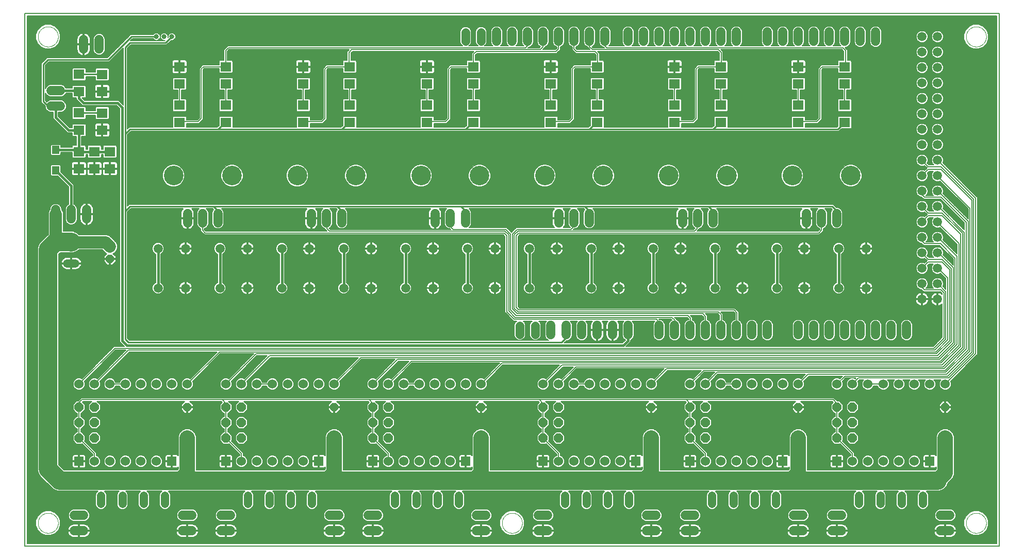
<source format=gtl>
G75*
%MOIN*%
%OFA0B0*%
%FSLAX25Y25*%
%IPPOS*%
%LPD*%
%AMOC8*
5,1,8,0,0,1.08239X$1,22.5*
%
%ADD10C,0.00600*%
%ADD11C,0.05200*%
%ADD12OC8,0.05200*%
%ADD13OC8,0.06000*%
%ADD14C,0.06000*%
%ADD15C,0.06000*%
%ADD16R,0.06000X0.06000*%
%ADD17C,0.05937*%
%ADD18C,0.12661*%
%ADD19C,0.05937*%
%ADD20C,0.05346*%
%ADD21C,0.05600*%
%ADD22R,0.07098X0.06299*%
%ADD23R,0.07087X0.06299*%
%ADD24R,0.04724X0.05315*%
%ADD25C,0.00000*%
%ADD26C,0.10000*%
%ADD27C,0.12000*%
%ADD28C,0.08000*%
%ADD29C,0.02578*%
%ADD30C,0.03169*%
%ADD31C,0.01000*%
%ADD32C,0.01500*%
D10*
X0047595Y0011551D02*
X0677595Y0011551D01*
X0677595Y0356551D01*
X0047595Y0356551D01*
X0047595Y0011551D01*
X0049195Y0013151D02*
X0675995Y0013151D01*
X0675995Y0354951D01*
X0049195Y0354951D01*
X0049195Y0013151D01*
X0049195Y0013347D02*
X0675995Y0013347D01*
X0675995Y0013945D02*
X0049195Y0013945D01*
X0049195Y0014544D02*
X0675995Y0014544D01*
X0675995Y0015142D02*
X0049195Y0015142D01*
X0049195Y0015741D02*
X0675995Y0015741D01*
X0675995Y0016339D02*
X0049195Y0016339D01*
X0049195Y0016938D02*
X0675995Y0016938D01*
X0675995Y0017536D02*
X0647154Y0017536D01*
X0647246Y0017566D02*
X0647849Y0017873D01*
X0648396Y0018271D01*
X0648875Y0018750D01*
X0649273Y0019297D01*
X0649580Y0019901D01*
X0649789Y0020544D01*
X0649895Y0021213D01*
X0649895Y0021251D01*
X0642895Y0021251D01*
X0642895Y0017251D01*
X0645934Y0017251D01*
X0646602Y0017357D01*
X0647246Y0017566D01*
X0648208Y0018135D02*
X0675995Y0018135D01*
X0675995Y0018733D02*
X0664626Y0018733D01*
X0664186Y0018551D02*
X0667127Y0019769D01*
X0669377Y0022020D01*
X0670595Y0024960D01*
X0670595Y0028142D01*
X0669377Y0031083D01*
X0667127Y0033333D01*
X0667127Y0033333D01*
X0664186Y0034551D01*
X0662885Y0034551D01*
X0661004Y0034551D01*
X0658064Y0033333D01*
X0655813Y0031083D01*
X0654595Y0028142D01*
X0654595Y0024960D01*
X0655813Y0022020D01*
X0655813Y0022020D01*
X0658063Y0019769D01*
X0658064Y0019769D02*
X0661004Y0018551D01*
X0664186Y0018551D01*
X0666071Y0019332D02*
X0675995Y0019332D01*
X0675995Y0019930D02*
X0667288Y0019930D01*
X0667127Y0019769D02*
X0667127Y0019769D01*
X0667887Y0020529D02*
X0675995Y0020529D01*
X0675995Y0021127D02*
X0668485Y0021127D01*
X0669084Y0021726D02*
X0675995Y0021726D01*
X0675995Y0022324D02*
X0669503Y0022324D01*
X0669377Y0022020D02*
X0669377Y0022020D01*
X0669751Y0022923D02*
X0675995Y0022923D01*
X0675995Y0023521D02*
X0669999Y0023521D01*
X0670247Y0024120D02*
X0675995Y0024120D01*
X0675995Y0024718D02*
X0670495Y0024718D01*
X0670595Y0025317D02*
X0675995Y0025317D01*
X0675995Y0025915D02*
X0670595Y0025915D01*
X0670595Y0026514D02*
X0675995Y0026514D01*
X0675995Y0027112D02*
X0670595Y0027112D01*
X0670595Y0027711D02*
X0675995Y0027711D01*
X0675995Y0028309D02*
X0670526Y0028309D01*
X0670278Y0028908D02*
X0675995Y0028908D01*
X0675995Y0029507D02*
X0670030Y0029507D01*
X0669782Y0030105D02*
X0675995Y0030105D01*
X0675995Y0030704D02*
X0669534Y0030704D01*
X0669377Y0031083D02*
X0669377Y0031083D01*
X0669158Y0031302D02*
X0675995Y0031302D01*
X0675995Y0031901D02*
X0668559Y0031901D01*
X0667961Y0032499D02*
X0675995Y0032499D01*
X0675995Y0033098D02*
X0667362Y0033098D01*
X0666251Y0033696D02*
X0675995Y0033696D01*
X0675995Y0034295D02*
X0664806Y0034295D01*
X0661004Y0034551D02*
X0661004Y0034551D01*
X0660384Y0034295D02*
X0648367Y0034295D01*
X0648901Y0033760D02*
X0647804Y0034857D01*
X0646371Y0035451D01*
X0638819Y0035451D01*
X0637386Y0034857D01*
X0636289Y0033760D01*
X0635695Y0032327D01*
X0635695Y0030775D01*
X0636289Y0029342D01*
X0637386Y0028245D01*
X0638819Y0027651D01*
X0646371Y0027651D01*
X0647804Y0028245D01*
X0648901Y0029342D01*
X0649495Y0030775D01*
X0649495Y0032327D01*
X0648901Y0033760D01*
X0648928Y0033696D02*
X0658940Y0033696D01*
X0657828Y0033098D02*
X0649176Y0033098D01*
X0649424Y0032499D02*
X0657229Y0032499D01*
X0656631Y0031901D02*
X0649495Y0031901D01*
X0649495Y0031302D02*
X0656032Y0031302D01*
X0655813Y0031083D02*
X0655813Y0031083D01*
X0655656Y0030704D02*
X0649465Y0030704D01*
X0649217Y0030105D02*
X0655408Y0030105D01*
X0655160Y0029507D02*
X0648970Y0029507D01*
X0648467Y0028908D02*
X0654912Y0028908D01*
X0654664Y0028309D02*
X0647869Y0028309D01*
X0646515Y0027711D02*
X0654595Y0027711D01*
X0654595Y0027112D02*
X0370595Y0027112D01*
X0370595Y0026514D02*
X0654595Y0026514D01*
X0654595Y0025915D02*
X0370595Y0025915D01*
X0370595Y0025317D02*
X0377514Y0025317D01*
X0377341Y0025229D02*
X0376794Y0024831D01*
X0376315Y0024352D01*
X0375917Y0023805D01*
X0375610Y0023202D01*
X0375401Y0022558D01*
X0375295Y0021890D01*
X0375295Y0021851D01*
X0382295Y0021851D01*
X0382295Y0021251D01*
X0382895Y0021251D01*
X0382895Y0017251D01*
X0385934Y0017251D01*
X0386602Y0017357D01*
X0387246Y0017566D01*
X0387849Y0017873D01*
X0388396Y0018271D01*
X0388875Y0018750D01*
X0389273Y0019297D01*
X0389580Y0019901D01*
X0389789Y0020544D01*
X0389895Y0021213D01*
X0389895Y0021251D01*
X0382895Y0021251D01*
X0382895Y0021851D01*
X0389895Y0021851D01*
X0389895Y0021890D01*
X0389789Y0022558D01*
X0389580Y0023202D01*
X0389273Y0023805D01*
X0388875Y0024352D01*
X0388396Y0024831D01*
X0387849Y0025229D01*
X0387246Y0025536D01*
X0386602Y0025745D01*
X0385934Y0025851D01*
X0382895Y0025851D01*
X0382895Y0021851D01*
X0382295Y0021851D01*
X0382295Y0025851D01*
X0379257Y0025851D01*
X0378588Y0025745D01*
X0377945Y0025536D01*
X0377341Y0025229D01*
X0376681Y0024718D02*
X0370495Y0024718D01*
X0370595Y0024960D02*
X0370595Y0028142D01*
X0369377Y0031083D01*
X0367127Y0033333D01*
X0367127Y0033333D01*
X0364186Y0034551D01*
X0362885Y0034551D01*
X0361004Y0034551D01*
X0358064Y0033333D01*
X0358063Y0033333D01*
X0355813Y0031083D01*
X0355813Y0031083D01*
X0354595Y0028142D01*
X0354595Y0024960D01*
X0355813Y0022020D01*
X0355813Y0022020D01*
X0358063Y0019769D01*
X0358064Y0019769D02*
X0361004Y0018551D01*
X0364186Y0018551D01*
X0367127Y0019769D01*
X0369377Y0022020D01*
X0370595Y0024960D01*
X0370247Y0024120D02*
X0376146Y0024120D01*
X0375773Y0023521D02*
X0369999Y0023521D01*
X0369751Y0022923D02*
X0375520Y0022923D01*
X0375364Y0022324D02*
X0369503Y0022324D01*
X0369377Y0022020D02*
X0369377Y0022020D01*
X0369377Y0022020D01*
X0369084Y0021726D02*
X0382295Y0021726D01*
X0382295Y0021251D02*
X0375295Y0021251D01*
X0375295Y0021213D01*
X0375401Y0020544D01*
X0375610Y0019901D01*
X0375917Y0019297D01*
X0376315Y0018750D01*
X0376794Y0018271D01*
X0377341Y0017873D01*
X0377945Y0017566D01*
X0378588Y0017357D01*
X0379257Y0017251D01*
X0382295Y0017251D01*
X0382295Y0021251D01*
X0382295Y0021127D02*
X0382895Y0021127D01*
X0382895Y0020529D02*
X0382295Y0020529D01*
X0382295Y0019930D02*
X0382895Y0019930D01*
X0382895Y0019332D02*
X0382295Y0019332D01*
X0382295Y0018733D02*
X0382895Y0018733D01*
X0382895Y0018135D02*
X0382295Y0018135D01*
X0382295Y0017536D02*
X0382895Y0017536D01*
X0382895Y0021726D02*
X0452295Y0021726D01*
X0452295Y0021851D02*
X0452295Y0021251D01*
X0452895Y0021251D01*
X0452895Y0017251D01*
X0455934Y0017251D01*
X0456602Y0017357D01*
X0457246Y0017566D01*
X0457849Y0017873D01*
X0458396Y0018271D01*
X0458875Y0018750D01*
X0459273Y0019297D01*
X0459580Y0019901D01*
X0459789Y0020544D01*
X0459895Y0021213D01*
X0459895Y0021251D01*
X0452895Y0021251D01*
X0452895Y0021851D01*
X0459895Y0021851D01*
X0459895Y0021890D01*
X0459789Y0022558D01*
X0459580Y0023202D01*
X0459273Y0023805D01*
X0458875Y0024352D01*
X0458396Y0024831D01*
X0457849Y0025229D01*
X0457246Y0025536D01*
X0456602Y0025745D01*
X0455934Y0025851D01*
X0452895Y0025851D01*
X0452895Y0021851D01*
X0452295Y0021851D01*
X0445295Y0021851D01*
X0445295Y0021890D01*
X0445401Y0022558D01*
X0445610Y0023202D01*
X0445917Y0023805D01*
X0446315Y0024352D01*
X0446794Y0024831D01*
X0447341Y0025229D01*
X0447945Y0025536D01*
X0448588Y0025745D01*
X0449257Y0025851D01*
X0452295Y0025851D01*
X0452295Y0021851D01*
X0452295Y0022324D02*
X0452895Y0022324D01*
X0452895Y0021726D02*
X0477295Y0021726D01*
X0477295Y0021851D02*
X0477295Y0021251D01*
X0477895Y0021251D01*
X0477895Y0017251D01*
X0480934Y0017251D01*
X0481602Y0017357D01*
X0482246Y0017566D01*
X0482849Y0017873D01*
X0483396Y0018271D01*
X0483875Y0018750D01*
X0484273Y0019297D01*
X0484580Y0019901D01*
X0484789Y0020544D01*
X0484895Y0021213D01*
X0484895Y0021251D01*
X0477895Y0021251D01*
X0477895Y0021851D01*
X0484895Y0021851D01*
X0484895Y0021890D01*
X0484789Y0022558D01*
X0484580Y0023202D01*
X0484273Y0023805D01*
X0483875Y0024352D01*
X0483396Y0024831D01*
X0482849Y0025229D01*
X0482246Y0025536D01*
X0481602Y0025745D01*
X0480934Y0025851D01*
X0477895Y0025851D01*
X0477895Y0021851D01*
X0477295Y0021851D01*
X0470295Y0021851D01*
X0470295Y0021890D01*
X0470401Y0022558D01*
X0470610Y0023202D01*
X0470917Y0023805D01*
X0471315Y0024352D01*
X0471794Y0024831D01*
X0472341Y0025229D01*
X0472945Y0025536D01*
X0473588Y0025745D01*
X0474257Y0025851D01*
X0477295Y0025851D01*
X0477295Y0021851D01*
X0477295Y0022324D02*
X0477895Y0022324D01*
X0477895Y0021726D02*
X0547295Y0021726D01*
X0547295Y0021851D02*
X0547295Y0021251D01*
X0547895Y0021251D01*
X0547895Y0017251D01*
X0550934Y0017251D01*
X0551602Y0017357D01*
X0552246Y0017566D01*
X0552849Y0017873D01*
X0553396Y0018271D01*
X0553875Y0018750D01*
X0554273Y0019297D01*
X0554580Y0019901D01*
X0554789Y0020544D01*
X0554895Y0021213D01*
X0554895Y0021251D01*
X0547895Y0021251D01*
X0547895Y0021851D01*
X0554895Y0021851D01*
X0554895Y0021890D01*
X0554789Y0022558D01*
X0554580Y0023202D01*
X0554273Y0023805D01*
X0553875Y0024352D01*
X0553396Y0024831D01*
X0552849Y0025229D01*
X0552246Y0025536D01*
X0551602Y0025745D01*
X0550934Y0025851D01*
X0547895Y0025851D01*
X0547895Y0021851D01*
X0547295Y0021851D01*
X0540295Y0021851D01*
X0540295Y0021890D01*
X0540401Y0022558D01*
X0540610Y0023202D01*
X0540917Y0023805D01*
X0541315Y0024352D01*
X0541794Y0024831D01*
X0542341Y0025229D01*
X0542945Y0025536D01*
X0543588Y0025745D01*
X0544257Y0025851D01*
X0547295Y0025851D01*
X0547295Y0021851D01*
X0547295Y0022324D02*
X0547895Y0022324D01*
X0547895Y0021726D02*
X0572295Y0021726D01*
X0572295Y0021851D02*
X0572295Y0021251D01*
X0572895Y0021251D01*
X0572895Y0017251D01*
X0575934Y0017251D01*
X0576602Y0017357D01*
X0577246Y0017566D01*
X0577849Y0017873D01*
X0578396Y0018271D01*
X0578875Y0018750D01*
X0579273Y0019297D01*
X0579580Y0019901D01*
X0579789Y0020544D01*
X0579895Y0021213D01*
X0579895Y0021251D01*
X0572895Y0021251D01*
X0572895Y0021851D01*
X0579895Y0021851D01*
X0579895Y0021890D01*
X0579789Y0022558D01*
X0579580Y0023202D01*
X0579273Y0023805D01*
X0578875Y0024352D01*
X0578396Y0024831D01*
X0577849Y0025229D01*
X0577246Y0025536D01*
X0576602Y0025745D01*
X0575934Y0025851D01*
X0572895Y0025851D01*
X0572895Y0021851D01*
X0572295Y0021851D01*
X0565295Y0021851D01*
X0565295Y0021890D01*
X0565401Y0022558D01*
X0565610Y0023202D01*
X0565917Y0023805D01*
X0566315Y0024352D01*
X0566794Y0024831D01*
X0567341Y0025229D01*
X0567945Y0025536D01*
X0568588Y0025745D01*
X0569257Y0025851D01*
X0572295Y0025851D01*
X0572295Y0021851D01*
X0572295Y0022324D02*
X0572895Y0022324D01*
X0572895Y0021726D02*
X0642295Y0021726D01*
X0642295Y0021851D02*
X0642295Y0021251D01*
X0642895Y0021251D01*
X0642895Y0021851D01*
X0649895Y0021851D01*
X0649895Y0021890D01*
X0649789Y0022558D01*
X0649580Y0023202D01*
X0649273Y0023805D01*
X0648875Y0024352D01*
X0648396Y0024831D01*
X0647849Y0025229D01*
X0647246Y0025536D01*
X0646602Y0025745D01*
X0645934Y0025851D01*
X0642895Y0025851D01*
X0642895Y0021851D01*
X0642295Y0021851D01*
X0635295Y0021851D01*
X0635295Y0021890D01*
X0635401Y0022558D01*
X0635610Y0023202D01*
X0635917Y0023805D01*
X0636315Y0024352D01*
X0636794Y0024831D01*
X0637341Y0025229D01*
X0637945Y0025536D01*
X0638588Y0025745D01*
X0639257Y0025851D01*
X0642295Y0025851D01*
X0642295Y0021851D01*
X0642295Y0022324D02*
X0642895Y0022324D01*
X0642895Y0021726D02*
X0656107Y0021726D01*
X0655687Y0022324D02*
X0649826Y0022324D01*
X0649671Y0022923D02*
X0655439Y0022923D01*
X0655191Y0023521D02*
X0649417Y0023521D01*
X0649044Y0024120D02*
X0654943Y0024120D01*
X0654695Y0024718D02*
X0648509Y0024718D01*
X0647676Y0025317D02*
X0654595Y0025317D01*
X0656705Y0021127D02*
X0649882Y0021127D01*
X0649784Y0020529D02*
X0657304Y0020529D01*
X0657902Y0019930D02*
X0649590Y0019930D01*
X0649290Y0019332D02*
X0659119Y0019332D01*
X0658064Y0019769D02*
X0658063Y0019769D01*
X0660564Y0018733D02*
X0648858Y0018733D01*
X0642895Y0018733D02*
X0642295Y0018733D01*
X0642295Y0018135D02*
X0642895Y0018135D01*
X0642895Y0017536D02*
X0642295Y0017536D01*
X0642295Y0017251D02*
X0642295Y0021251D01*
X0635295Y0021251D01*
X0635295Y0021213D01*
X0635401Y0020544D01*
X0635610Y0019901D01*
X0635917Y0019297D01*
X0636315Y0018750D01*
X0636794Y0018271D01*
X0637341Y0017873D01*
X0637945Y0017566D01*
X0638588Y0017357D01*
X0639257Y0017251D01*
X0642295Y0017251D01*
X0642295Y0019332D02*
X0642895Y0019332D01*
X0642895Y0019930D02*
X0642295Y0019930D01*
X0642295Y0020529D02*
X0642895Y0020529D01*
X0642895Y0021127D02*
X0642295Y0021127D01*
X0642295Y0022923D02*
X0642895Y0022923D01*
X0642895Y0023521D02*
X0642295Y0023521D01*
X0642295Y0024120D02*
X0642895Y0024120D01*
X0642895Y0024718D02*
X0642295Y0024718D01*
X0642295Y0025317D02*
X0642895Y0025317D01*
X0638675Y0027711D02*
X0576515Y0027711D01*
X0576371Y0027651D02*
X0577804Y0028245D01*
X0578901Y0029342D01*
X0579495Y0030775D01*
X0579495Y0032327D01*
X0578901Y0033760D01*
X0577804Y0034857D01*
X0576371Y0035451D01*
X0568819Y0035451D01*
X0567386Y0034857D01*
X0566289Y0033760D01*
X0565695Y0032327D01*
X0565695Y0030775D01*
X0566289Y0029342D01*
X0567386Y0028245D01*
X0568819Y0027651D01*
X0576371Y0027651D01*
X0577869Y0028309D02*
X0637321Y0028309D01*
X0636723Y0028908D02*
X0578467Y0028908D01*
X0578970Y0029507D02*
X0636221Y0029507D01*
X0635973Y0030105D02*
X0579217Y0030105D01*
X0579465Y0030704D02*
X0635725Y0030704D01*
X0635695Y0031302D02*
X0579495Y0031302D01*
X0579495Y0031901D02*
X0635695Y0031901D01*
X0635766Y0032499D02*
X0579424Y0032499D01*
X0579176Y0033098D02*
X0636014Y0033098D01*
X0636262Y0033696D02*
X0578928Y0033696D01*
X0578367Y0034295D02*
X0636823Y0034295D01*
X0637472Y0034893D02*
X0577718Y0034893D01*
X0583717Y0037287D02*
X0536473Y0037287D01*
X0536294Y0036854D02*
X0536838Y0038167D01*
X0536838Y0044935D01*
X0536294Y0046248D01*
X0535391Y0047151D01*
X0584799Y0047151D01*
X0583897Y0046248D01*
X0583353Y0044935D01*
X0583353Y0038167D01*
X0583897Y0036854D01*
X0584902Y0035849D01*
X0586215Y0035305D01*
X0587637Y0035305D01*
X0588950Y0035849D01*
X0589955Y0036854D01*
X0590499Y0038167D01*
X0590499Y0044935D01*
X0589955Y0046248D01*
X0589052Y0047151D01*
X0598579Y0047151D01*
X0597676Y0046248D01*
X0597132Y0044935D01*
X0597132Y0038167D01*
X0597676Y0036854D01*
X0598681Y0035849D01*
X0599995Y0035305D01*
X0601416Y0035305D01*
X0602729Y0035849D01*
X0603735Y0036854D01*
X0604279Y0038167D01*
X0604279Y0044935D01*
X0603735Y0046248D01*
X0602832Y0047151D01*
X0612358Y0047151D01*
X0611456Y0046248D01*
X0610912Y0044935D01*
X0610912Y0038167D01*
X0611456Y0036854D01*
X0612461Y0035849D01*
X0613774Y0035305D01*
X0615196Y0035305D01*
X0616509Y0035849D01*
X0617514Y0036854D01*
X0618058Y0038167D01*
X0618058Y0044935D01*
X0617514Y0046248D01*
X0616611Y0047151D01*
X0626138Y0047151D01*
X0625235Y0046248D01*
X0624691Y0044935D01*
X0624691Y0038167D01*
X0625235Y0036854D01*
X0626240Y0035849D01*
X0627554Y0035305D01*
X0628975Y0035305D01*
X0630288Y0035849D01*
X0631294Y0036854D01*
X0631838Y0038167D01*
X0631838Y0044935D01*
X0631294Y0046248D01*
X0630391Y0047151D01*
X0638968Y0047151D01*
X0641504Y0048202D01*
X0643445Y0050143D01*
X0644445Y0052557D01*
X0647597Y0055709D01*
X0648495Y0057878D01*
X0648495Y0082725D01*
X0647597Y0084893D01*
X0645937Y0086553D01*
X0643769Y0087451D01*
X0641422Y0087451D01*
X0639253Y0086553D01*
X0637593Y0084893D01*
X0636695Y0082725D01*
X0636695Y0070246D01*
X0636635Y0070349D01*
X0636393Y0070591D01*
X0636097Y0070763D01*
X0635766Y0070851D01*
X0632895Y0070851D01*
X0632895Y0066851D01*
X0632295Y0066851D01*
X0632295Y0066251D01*
X0632895Y0066251D01*
X0632895Y0062251D01*
X0635766Y0062251D01*
X0636097Y0062340D01*
X0636393Y0062511D01*
X0636635Y0062753D01*
X0636695Y0062856D01*
X0636695Y0061495D01*
X0636151Y0060951D01*
X0553495Y0060951D01*
X0553495Y0082725D01*
X0552597Y0084893D01*
X0550937Y0086553D01*
X0548769Y0087451D01*
X0546422Y0087451D01*
X0544253Y0086553D01*
X0542593Y0084893D01*
X0541695Y0082725D01*
X0541695Y0070246D01*
X0541635Y0070349D01*
X0541393Y0070591D01*
X0541097Y0070763D01*
X0540766Y0070851D01*
X0537895Y0070851D01*
X0537895Y0066851D01*
X0537295Y0066851D01*
X0537295Y0066251D01*
X0537895Y0066251D01*
X0537895Y0062251D01*
X0540766Y0062251D01*
X0541097Y0062340D01*
X0541393Y0062511D01*
X0541635Y0062753D01*
X0541695Y0062856D01*
X0541695Y0061495D01*
X0541151Y0060951D01*
X0458495Y0060951D01*
X0458495Y0082725D01*
X0457597Y0084893D01*
X0455937Y0086553D01*
X0453769Y0087451D01*
X0451422Y0087451D01*
X0449253Y0086553D01*
X0447593Y0084893D01*
X0446695Y0082725D01*
X0446695Y0070246D01*
X0446635Y0070349D01*
X0446393Y0070591D01*
X0446097Y0070763D01*
X0445766Y0070851D01*
X0442895Y0070851D01*
X0442895Y0066851D01*
X0442295Y0066851D01*
X0442295Y0066251D01*
X0442895Y0066251D01*
X0442895Y0062251D01*
X0445766Y0062251D01*
X0446097Y0062340D01*
X0446393Y0062511D01*
X0446635Y0062753D01*
X0446695Y0062856D01*
X0446695Y0061495D01*
X0446151Y0060951D01*
X0348495Y0060951D01*
X0348495Y0082725D01*
X0347597Y0084893D01*
X0345937Y0086553D01*
X0343769Y0087451D01*
X0341422Y0087451D01*
X0339253Y0086553D01*
X0337593Y0084893D01*
X0336695Y0082725D01*
X0336695Y0070246D01*
X0336635Y0070349D01*
X0336393Y0070591D01*
X0336097Y0070763D01*
X0335766Y0070851D01*
X0332895Y0070851D01*
X0332895Y0066851D01*
X0332295Y0066851D01*
X0332295Y0066251D01*
X0332895Y0066251D01*
X0332895Y0062251D01*
X0335766Y0062251D01*
X0336097Y0062340D01*
X0336393Y0062511D01*
X0336635Y0062753D01*
X0336695Y0062856D01*
X0336695Y0061495D01*
X0336151Y0060951D01*
X0253495Y0060951D01*
X0253495Y0082725D01*
X0252597Y0084893D01*
X0250937Y0086553D01*
X0248769Y0087451D01*
X0246422Y0087451D01*
X0244253Y0086553D01*
X0242593Y0084893D01*
X0241695Y0082725D01*
X0241695Y0070246D01*
X0241635Y0070349D01*
X0241393Y0070591D01*
X0241097Y0070763D01*
X0240766Y0070851D01*
X0237895Y0070851D01*
X0237895Y0066851D01*
X0237295Y0066851D01*
X0237295Y0066251D01*
X0237895Y0066251D01*
X0237895Y0062251D01*
X0240766Y0062251D01*
X0241097Y0062340D01*
X0241393Y0062511D01*
X0241635Y0062753D01*
X0241695Y0062856D01*
X0241695Y0061495D01*
X0241151Y0060951D01*
X0158495Y0060951D01*
X0158495Y0082725D01*
X0157597Y0084893D01*
X0155937Y0086553D01*
X0153769Y0087451D01*
X0151422Y0087451D01*
X0149253Y0086553D01*
X0147593Y0084893D01*
X0146695Y0082725D01*
X0146695Y0070246D01*
X0146635Y0070349D01*
X0146393Y0070591D01*
X0146097Y0070763D01*
X0145766Y0070851D01*
X0142895Y0070851D01*
X0142895Y0066851D01*
X0142295Y0066851D01*
X0142295Y0066251D01*
X0142895Y0066251D01*
X0142895Y0062251D01*
X0145766Y0062251D01*
X0146097Y0062340D01*
X0146393Y0062511D01*
X0146635Y0062753D01*
X0146695Y0062856D01*
X0146695Y0061495D01*
X0146151Y0060951D01*
X0072953Y0060951D01*
X0069495Y0064409D01*
X0069495Y0200693D01*
X0070453Y0201651D01*
X0075957Y0201651D01*
X0076223Y0201541D01*
X0078968Y0201541D01*
X0081504Y0202591D01*
X0082453Y0203541D01*
X0097676Y0203541D01*
X0099820Y0201397D01*
X0100602Y0201073D01*
X0098695Y0199167D01*
X0098695Y0197851D01*
X0102295Y0197851D01*
X0102295Y0197251D01*
X0102895Y0197251D01*
X0102895Y0193651D01*
X0104211Y0193651D01*
X0106495Y0195936D01*
X0106495Y0197251D01*
X0102895Y0197251D01*
X0102895Y0197851D01*
X0106495Y0197851D01*
X0106495Y0199167D01*
X0104589Y0201073D01*
X0105371Y0201397D01*
X0106749Y0202776D01*
X0107495Y0204577D01*
X0107495Y0206526D01*
X0106749Y0208327D01*
X0102481Y0212595D01*
X0100680Y0213341D01*
X0082453Y0213341D01*
X0081393Y0214401D01*
X0078857Y0215451D01*
X0072495Y0215451D01*
X0072495Y0227526D01*
X0071749Y0229327D01*
X0071464Y0229612D01*
X0071464Y0230289D01*
X0070875Y0231711D01*
X0069786Y0232799D01*
X0068365Y0233388D01*
X0066826Y0233388D01*
X0065404Y0232799D01*
X0064316Y0231711D01*
X0063727Y0230289D01*
X0063727Y0229612D01*
X0063441Y0229327D01*
X0062695Y0227526D01*
X0062695Y0213409D01*
X0061746Y0212460D01*
X0058687Y0209401D01*
X0056746Y0207460D01*
X0055695Y0204924D01*
X0055695Y0060179D01*
X0056746Y0057643D01*
X0058687Y0055702D01*
X0064246Y0050143D01*
X0066187Y0048202D01*
X0068723Y0047151D01*
X0094799Y0047151D01*
X0093897Y0046248D01*
X0093353Y0044935D01*
X0093353Y0038167D01*
X0093897Y0036854D01*
X0094902Y0035849D01*
X0096215Y0035305D01*
X0097637Y0035305D01*
X0098950Y0035849D01*
X0099955Y0036854D01*
X0100499Y0038167D01*
X0100499Y0044935D01*
X0099955Y0046248D01*
X0099052Y0047151D01*
X0108579Y0047151D01*
X0107676Y0046248D01*
X0107132Y0044935D01*
X0107132Y0038167D01*
X0107676Y0036854D01*
X0108681Y0035849D01*
X0109995Y0035305D01*
X0111416Y0035305D01*
X0112729Y0035849D01*
X0113735Y0036854D01*
X0114279Y0038167D01*
X0114279Y0044935D01*
X0113735Y0046248D01*
X0112832Y0047151D01*
X0122358Y0047151D01*
X0121456Y0046248D01*
X0120912Y0044935D01*
X0120912Y0038167D01*
X0121456Y0036854D01*
X0122461Y0035849D01*
X0123774Y0035305D01*
X0125196Y0035305D01*
X0126509Y0035849D01*
X0127514Y0036854D01*
X0128058Y0038167D01*
X0128058Y0044935D01*
X0127514Y0046248D01*
X0126611Y0047151D01*
X0136138Y0047151D01*
X0135235Y0046248D01*
X0134691Y0044935D01*
X0134691Y0038167D01*
X0135235Y0036854D01*
X0136240Y0035849D01*
X0137554Y0035305D01*
X0138975Y0035305D01*
X0140288Y0035849D01*
X0141294Y0036854D01*
X0141838Y0038167D01*
X0141838Y0044935D01*
X0141294Y0046248D01*
X0140391Y0047151D01*
X0189799Y0047151D01*
X0188897Y0046248D01*
X0188353Y0044935D01*
X0188353Y0038167D01*
X0188897Y0036854D01*
X0189902Y0035849D01*
X0191215Y0035305D01*
X0192637Y0035305D01*
X0193950Y0035849D01*
X0194955Y0036854D01*
X0195499Y0038167D01*
X0195499Y0044935D01*
X0194955Y0046248D01*
X0194052Y0047151D01*
X0203579Y0047151D01*
X0202676Y0046248D01*
X0202132Y0044935D01*
X0202132Y0038167D01*
X0202676Y0036854D01*
X0203681Y0035849D01*
X0204995Y0035305D01*
X0206416Y0035305D01*
X0207729Y0035849D01*
X0208735Y0036854D01*
X0209279Y0038167D01*
X0209279Y0044935D01*
X0208735Y0046248D01*
X0207832Y0047151D01*
X0217358Y0047151D01*
X0216456Y0046248D01*
X0215912Y0044935D01*
X0215912Y0038167D01*
X0216456Y0036854D01*
X0217461Y0035849D01*
X0218774Y0035305D01*
X0220196Y0035305D01*
X0221509Y0035849D01*
X0222514Y0036854D01*
X0223058Y0038167D01*
X0223058Y0044935D01*
X0222514Y0046248D01*
X0221611Y0047151D01*
X0231138Y0047151D01*
X0230235Y0046248D01*
X0229691Y0044935D01*
X0229691Y0038167D01*
X0230235Y0036854D01*
X0231240Y0035849D01*
X0232554Y0035305D01*
X0233975Y0035305D01*
X0235288Y0035849D01*
X0236294Y0036854D01*
X0236838Y0038167D01*
X0236838Y0044935D01*
X0236294Y0046248D01*
X0235391Y0047151D01*
X0284799Y0047151D01*
X0283897Y0046248D01*
X0283353Y0044935D01*
X0283353Y0038167D01*
X0283897Y0036854D01*
X0284902Y0035849D01*
X0286215Y0035305D01*
X0287637Y0035305D01*
X0288950Y0035849D01*
X0289955Y0036854D01*
X0290499Y0038167D01*
X0290499Y0044935D01*
X0289955Y0046248D01*
X0289052Y0047151D01*
X0298579Y0047151D01*
X0297676Y0046248D01*
X0297132Y0044935D01*
X0297132Y0038167D01*
X0297676Y0036854D01*
X0298681Y0035849D01*
X0299995Y0035305D01*
X0301416Y0035305D01*
X0302729Y0035849D01*
X0303735Y0036854D01*
X0304279Y0038167D01*
X0304279Y0044935D01*
X0303735Y0046248D01*
X0302832Y0047151D01*
X0312358Y0047151D01*
X0311456Y0046248D01*
X0310912Y0044935D01*
X0310912Y0038167D01*
X0311456Y0036854D01*
X0312461Y0035849D01*
X0313774Y0035305D01*
X0315196Y0035305D01*
X0316509Y0035849D01*
X0317514Y0036854D01*
X0318058Y0038167D01*
X0318058Y0044935D01*
X0317514Y0046248D01*
X0316611Y0047151D01*
X0326138Y0047151D01*
X0325235Y0046248D01*
X0324691Y0044935D01*
X0324691Y0038167D01*
X0325235Y0036854D01*
X0326240Y0035849D01*
X0327554Y0035305D01*
X0328975Y0035305D01*
X0330288Y0035849D01*
X0331294Y0036854D01*
X0331838Y0038167D01*
X0331838Y0044935D01*
X0331294Y0046248D01*
X0330391Y0047151D01*
X0394799Y0047151D01*
X0393897Y0046248D01*
X0393353Y0044935D01*
X0393353Y0038167D01*
X0393897Y0036854D01*
X0394902Y0035849D01*
X0396215Y0035305D01*
X0397637Y0035305D01*
X0398950Y0035849D01*
X0399955Y0036854D01*
X0400499Y0038167D01*
X0400499Y0044935D01*
X0399955Y0046248D01*
X0399052Y0047151D01*
X0408579Y0047151D01*
X0407676Y0046248D01*
X0407132Y0044935D01*
X0407132Y0038167D01*
X0407676Y0036854D01*
X0408681Y0035849D01*
X0409995Y0035305D01*
X0411416Y0035305D01*
X0412729Y0035849D01*
X0413735Y0036854D01*
X0414279Y0038167D01*
X0414279Y0044935D01*
X0413735Y0046248D01*
X0412832Y0047151D01*
X0422358Y0047151D01*
X0421456Y0046248D01*
X0420912Y0044935D01*
X0420912Y0038167D01*
X0421456Y0036854D01*
X0422461Y0035849D01*
X0423774Y0035305D01*
X0425196Y0035305D01*
X0426509Y0035849D01*
X0427514Y0036854D01*
X0428058Y0038167D01*
X0428058Y0044935D01*
X0427514Y0046248D01*
X0426611Y0047151D01*
X0436138Y0047151D01*
X0435235Y0046248D01*
X0434691Y0044935D01*
X0434691Y0038167D01*
X0435235Y0036854D01*
X0436240Y0035849D01*
X0437554Y0035305D01*
X0438975Y0035305D01*
X0440288Y0035849D01*
X0441294Y0036854D01*
X0441838Y0038167D01*
X0441838Y0044935D01*
X0441294Y0046248D01*
X0440391Y0047151D01*
X0489799Y0047151D01*
X0488897Y0046248D01*
X0488353Y0044935D01*
X0488353Y0038167D01*
X0488897Y0036854D01*
X0489902Y0035849D01*
X0491215Y0035305D01*
X0492637Y0035305D01*
X0493950Y0035849D01*
X0494955Y0036854D01*
X0495499Y0038167D01*
X0495499Y0044935D01*
X0494955Y0046248D01*
X0494052Y0047151D01*
X0503579Y0047151D01*
X0502676Y0046248D01*
X0502132Y0044935D01*
X0502132Y0038167D01*
X0502676Y0036854D01*
X0503681Y0035849D01*
X0504995Y0035305D01*
X0506416Y0035305D01*
X0507729Y0035849D01*
X0508735Y0036854D01*
X0509279Y0038167D01*
X0509279Y0044935D01*
X0508735Y0046248D01*
X0507832Y0047151D01*
X0517358Y0047151D01*
X0516456Y0046248D01*
X0515912Y0044935D01*
X0515912Y0038167D01*
X0516456Y0036854D01*
X0517461Y0035849D01*
X0518774Y0035305D01*
X0520196Y0035305D01*
X0521509Y0035849D01*
X0522514Y0036854D01*
X0523058Y0038167D01*
X0523058Y0044935D01*
X0522514Y0046248D01*
X0521611Y0047151D01*
X0531138Y0047151D01*
X0530235Y0046248D01*
X0529691Y0044935D01*
X0529691Y0038167D01*
X0530235Y0036854D01*
X0531240Y0035849D01*
X0532554Y0035305D01*
X0533975Y0035305D01*
X0535288Y0035849D01*
X0536294Y0036854D01*
X0536128Y0036689D02*
X0584062Y0036689D01*
X0584660Y0036090D02*
X0535530Y0036090D01*
X0534426Y0035492D02*
X0585764Y0035492D01*
X0588088Y0035492D02*
X0599543Y0035492D01*
X0598440Y0036090D02*
X0589191Y0036090D01*
X0589790Y0036689D02*
X0597841Y0036689D01*
X0597497Y0037287D02*
X0590135Y0037287D01*
X0590382Y0037886D02*
X0597249Y0037886D01*
X0597132Y0038484D02*
X0590499Y0038484D01*
X0590499Y0039083D02*
X0597132Y0039083D01*
X0597132Y0039681D02*
X0590499Y0039681D01*
X0590499Y0040280D02*
X0597132Y0040280D01*
X0597132Y0040878D02*
X0590499Y0040878D01*
X0590499Y0041477D02*
X0597132Y0041477D01*
X0597132Y0042075D02*
X0590499Y0042075D01*
X0590499Y0042674D02*
X0597132Y0042674D01*
X0597132Y0043272D02*
X0590499Y0043272D01*
X0590499Y0043871D02*
X0597132Y0043871D01*
X0597132Y0044469D02*
X0590499Y0044469D01*
X0590444Y0045068D02*
X0597187Y0045068D01*
X0597435Y0045666D02*
X0590196Y0045666D01*
X0589939Y0046265D02*
X0597693Y0046265D01*
X0598291Y0046863D02*
X0589340Y0046863D01*
X0584511Y0046863D02*
X0535679Y0046863D01*
X0536277Y0046265D02*
X0583913Y0046265D01*
X0583655Y0045666D02*
X0536535Y0045666D01*
X0536783Y0045068D02*
X0583408Y0045068D01*
X0583353Y0044469D02*
X0536838Y0044469D01*
X0536838Y0043871D02*
X0583353Y0043871D01*
X0583353Y0043272D02*
X0536838Y0043272D01*
X0536838Y0042674D02*
X0583353Y0042674D01*
X0583353Y0042075D02*
X0536838Y0042075D01*
X0536838Y0041477D02*
X0583353Y0041477D01*
X0583353Y0040878D02*
X0536838Y0040878D01*
X0536838Y0040280D02*
X0583353Y0040280D01*
X0583353Y0039681D02*
X0536838Y0039681D01*
X0536838Y0039083D02*
X0583353Y0039083D01*
X0583353Y0038484D02*
X0536838Y0038484D01*
X0536721Y0037886D02*
X0583469Y0037886D01*
X0567472Y0034893D02*
X0552718Y0034893D01*
X0552804Y0034857D02*
X0551371Y0035451D01*
X0543819Y0035451D01*
X0542386Y0034857D01*
X0541289Y0033760D01*
X0540695Y0032327D01*
X0540695Y0030775D01*
X0541289Y0029342D01*
X0542386Y0028245D01*
X0543819Y0027651D01*
X0551371Y0027651D01*
X0552804Y0028245D01*
X0553901Y0029342D01*
X0554495Y0030775D01*
X0554495Y0032327D01*
X0553901Y0033760D01*
X0552804Y0034857D01*
X0553367Y0034295D02*
X0566823Y0034295D01*
X0566262Y0033696D02*
X0553928Y0033696D01*
X0554176Y0033098D02*
X0566014Y0033098D01*
X0565766Y0032499D02*
X0554424Y0032499D01*
X0554495Y0031901D02*
X0565695Y0031901D01*
X0565695Y0031302D02*
X0554495Y0031302D01*
X0554465Y0030704D02*
X0565725Y0030704D01*
X0565973Y0030105D02*
X0554217Y0030105D01*
X0553970Y0029507D02*
X0566221Y0029507D01*
X0566723Y0028908D02*
X0553467Y0028908D01*
X0552869Y0028309D02*
X0567321Y0028309D01*
X0568675Y0027711D02*
X0551515Y0027711D01*
X0552676Y0025317D02*
X0567514Y0025317D01*
X0566681Y0024718D02*
X0553509Y0024718D01*
X0554044Y0024120D02*
X0566146Y0024120D01*
X0565773Y0023521D02*
X0554417Y0023521D01*
X0554671Y0022923D02*
X0565520Y0022923D01*
X0565364Y0022324D02*
X0554826Y0022324D01*
X0554882Y0021127D02*
X0565309Y0021127D01*
X0565295Y0021213D02*
X0565401Y0020544D01*
X0565610Y0019901D01*
X0565917Y0019297D01*
X0566315Y0018750D01*
X0566794Y0018271D01*
X0567341Y0017873D01*
X0567945Y0017566D01*
X0568588Y0017357D01*
X0569257Y0017251D01*
X0572295Y0017251D01*
X0572295Y0021251D01*
X0565295Y0021251D01*
X0565295Y0021213D01*
X0565406Y0020529D02*
X0554784Y0020529D01*
X0554590Y0019930D02*
X0565600Y0019930D01*
X0565900Y0019332D02*
X0554290Y0019332D01*
X0553858Y0018733D02*
X0566332Y0018733D01*
X0566982Y0018135D02*
X0553208Y0018135D01*
X0552154Y0017536D02*
X0568037Y0017536D01*
X0572295Y0017536D02*
X0572895Y0017536D01*
X0572895Y0018135D02*
X0572295Y0018135D01*
X0572295Y0018733D02*
X0572895Y0018733D01*
X0572895Y0019332D02*
X0572295Y0019332D01*
X0572295Y0019930D02*
X0572895Y0019930D01*
X0572895Y0020529D02*
X0572295Y0020529D01*
X0572295Y0021127D02*
X0572895Y0021127D01*
X0572895Y0022923D02*
X0572295Y0022923D01*
X0572295Y0023521D02*
X0572895Y0023521D01*
X0572895Y0024120D02*
X0572295Y0024120D01*
X0572295Y0024718D02*
X0572895Y0024718D01*
X0572895Y0025317D02*
X0572295Y0025317D01*
X0577676Y0025317D02*
X0637514Y0025317D01*
X0636681Y0024718D02*
X0578509Y0024718D01*
X0579044Y0024120D02*
X0636146Y0024120D01*
X0635773Y0023521D02*
X0579417Y0023521D01*
X0579671Y0022923D02*
X0635520Y0022923D01*
X0635364Y0022324D02*
X0579826Y0022324D01*
X0579882Y0021127D02*
X0635309Y0021127D01*
X0635406Y0020529D02*
X0579784Y0020529D01*
X0579590Y0019930D02*
X0635600Y0019930D01*
X0635900Y0019332D02*
X0579290Y0019332D01*
X0578858Y0018733D02*
X0636332Y0018733D01*
X0636982Y0018135D02*
X0578208Y0018135D01*
X0577154Y0017536D02*
X0638037Y0017536D01*
X0647718Y0034893D02*
X0675995Y0034893D01*
X0675995Y0035492D02*
X0629426Y0035492D01*
X0630530Y0036090D02*
X0675995Y0036090D01*
X0675995Y0036689D02*
X0631128Y0036689D01*
X0631473Y0037287D02*
X0675995Y0037287D01*
X0675995Y0037886D02*
X0631721Y0037886D01*
X0631838Y0038484D02*
X0675995Y0038484D01*
X0675995Y0039083D02*
X0631838Y0039083D01*
X0631838Y0039681D02*
X0675995Y0039681D01*
X0675995Y0040280D02*
X0631838Y0040280D01*
X0631838Y0040878D02*
X0675995Y0040878D01*
X0675995Y0041477D02*
X0631838Y0041477D01*
X0631838Y0042075D02*
X0675995Y0042075D01*
X0675995Y0042674D02*
X0631838Y0042674D01*
X0631838Y0043272D02*
X0675995Y0043272D01*
X0675995Y0043871D02*
X0631838Y0043871D01*
X0631838Y0044469D02*
X0675995Y0044469D01*
X0675995Y0045068D02*
X0631783Y0045068D01*
X0631535Y0045666D02*
X0675995Y0045666D01*
X0675995Y0046265D02*
X0631277Y0046265D01*
X0630679Y0046863D02*
X0675995Y0046863D01*
X0675995Y0047462D02*
X0639718Y0047462D01*
X0641163Y0048060D02*
X0675995Y0048060D01*
X0675995Y0048659D02*
X0641961Y0048659D01*
X0642559Y0049257D02*
X0675995Y0049257D01*
X0675995Y0049856D02*
X0643158Y0049856D01*
X0643574Y0050454D02*
X0675995Y0050454D01*
X0675995Y0051053D02*
X0643822Y0051053D01*
X0644070Y0051651D02*
X0675995Y0051651D01*
X0675995Y0052250D02*
X0644318Y0052250D01*
X0644736Y0052848D02*
X0675995Y0052848D01*
X0675995Y0053447D02*
X0645335Y0053447D01*
X0645933Y0054045D02*
X0675995Y0054045D01*
X0675995Y0054644D02*
X0646532Y0054644D01*
X0647130Y0055243D02*
X0675995Y0055243D01*
X0675995Y0055841D02*
X0647652Y0055841D01*
X0647899Y0056440D02*
X0675995Y0056440D01*
X0675995Y0057038D02*
X0648147Y0057038D01*
X0648395Y0057637D02*
X0675995Y0057637D01*
X0675995Y0058235D02*
X0648495Y0058235D01*
X0648495Y0058834D02*
X0675995Y0058834D01*
X0675995Y0059432D02*
X0648495Y0059432D01*
X0648495Y0060031D02*
X0675995Y0060031D01*
X0675995Y0060629D02*
X0648495Y0060629D01*
X0648495Y0061228D02*
X0675995Y0061228D01*
X0675995Y0061826D02*
X0648495Y0061826D01*
X0648495Y0062425D02*
X0675995Y0062425D01*
X0675995Y0063023D02*
X0648495Y0063023D01*
X0648495Y0063622D02*
X0675995Y0063622D01*
X0675995Y0064220D02*
X0648495Y0064220D01*
X0648495Y0064819D02*
X0675995Y0064819D01*
X0675995Y0065417D02*
X0648495Y0065417D01*
X0648495Y0066016D02*
X0675995Y0066016D01*
X0675995Y0066614D02*
X0648495Y0066614D01*
X0648495Y0067213D02*
X0675995Y0067213D01*
X0675995Y0067811D02*
X0648495Y0067811D01*
X0648495Y0068410D02*
X0675995Y0068410D01*
X0675995Y0069008D02*
X0648495Y0069008D01*
X0648495Y0069607D02*
X0675995Y0069607D01*
X0675995Y0070205D02*
X0648495Y0070205D01*
X0648495Y0070804D02*
X0675995Y0070804D01*
X0675995Y0071402D02*
X0648495Y0071402D01*
X0648495Y0072001D02*
X0675995Y0072001D01*
X0675995Y0072599D02*
X0648495Y0072599D01*
X0648495Y0073198D02*
X0675995Y0073198D01*
X0675995Y0073796D02*
X0648495Y0073796D01*
X0648495Y0074395D02*
X0675995Y0074395D01*
X0675995Y0074993D02*
X0648495Y0074993D01*
X0648495Y0075592D02*
X0675995Y0075592D01*
X0675995Y0076190D02*
X0648495Y0076190D01*
X0648495Y0076789D02*
X0675995Y0076789D01*
X0675995Y0077387D02*
X0648495Y0077387D01*
X0648495Y0077986D02*
X0675995Y0077986D01*
X0675995Y0078584D02*
X0648495Y0078584D01*
X0648495Y0079183D02*
X0675995Y0079183D01*
X0675995Y0079781D02*
X0648495Y0079781D01*
X0648495Y0080380D02*
X0675995Y0080380D01*
X0675995Y0080978D02*
X0648495Y0080978D01*
X0648495Y0081577D02*
X0675995Y0081577D01*
X0675995Y0082176D02*
X0648495Y0082176D01*
X0648475Y0082774D02*
X0675995Y0082774D01*
X0675995Y0083373D02*
X0648227Y0083373D01*
X0647979Y0083971D02*
X0675995Y0083971D01*
X0675995Y0084570D02*
X0647731Y0084570D01*
X0647322Y0085168D02*
X0675995Y0085168D01*
X0675995Y0085767D02*
X0646724Y0085767D01*
X0646125Y0086365D02*
X0675995Y0086365D01*
X0675995Y0086964D02*
X0644946Y0086964D01*
X0640244Y0086964D02*
X0573795Y0086964D01*
X0573795Y0087562D02*
X0675995Y0087562D01*
X0675995Y0088161D02*
X0584720Y0088161D01*
X0584211Y0087651D02*
X0586495Y0089936D01*
X0586495Y0093167D01*
X0584211Y0095451D01*
X0580980Y0095451D01*
X0578695Y0093167D01*
X0578695Y0089936D01*
X0580980Y0087651D01*
X0584211Y0087651D01*
X0585319Y0088759D02*
X0675995Y0088759D01*
X0675995Y0089358D02*
X0585917Y0089358D01*
X0586495Y0089956D02*
X0675995Y0089956D01*
X0675995Y0090555D02*
X0586495Y0090555D01*
X0586495Y0091153D02*
X0675995Y0091153D01*
X0675995Y0091752D02*
X0586495Y0091752D01*
X0586495Y0092350D02*
X0675995Y0092350D01*
X0675995Y0092949D02*
X0586495Y0092949D01*
X0586114Y0093547D02*
X0675995Y0093547D01*
X0675995Y0094146D02*
X0585516Y0094146D01*
X0584917Y0094744D02*
X0675995Y0094744D01*
X0675995Y0095343D02*
X0584319Y0095343D01*
X0584211Y0097651D02*
X0586495Y0099936D01*
X0586495Y0103167D01*
X0584211Y0105451D01*
X0580980Y0105451D01*
X0578695Y0103167D01*
X0578695Y0099936D01*
X0580980Y0097651D01*
X0584211Y0097651D01*
X0584296Y0097737D02*
X0640894Y0097737D01*
X0640980Y0097651D02*
X0638695Y0099936D01*
X0638695Y0101251D01*
X0642295Y0101251D01*
X0642895Y0101251D01*
X0642895Y0097651D01*
X0644211Y0097651D01*
X0646495Y0099936D01*
X0646495Y0101251D01*
X0642895Y0101251D01*
X0642895Y0101851D01*
X0646495Y0101851D01*
X0646495Y0103167D01*
X0644211Y0105451D01*
X0642895Y0105451D01*
X0642895Y0101851D01*
X0642295Y0101851D01*
X0642295Y0101251D01*
X0642295Y0097651D01*
X0640980Y0097651D01*
X0640296Y0098335D02*
X0584895Y0098335D01*
X0585493Y0098934D02*
X0639697Y0098934D01*
X0639099Y0099532D02*
X0586092Y0099532D01*
X0586495Y0100131D02*
X0638695Y0100131D01*
X0638695Y0100729D02*
X0586495Y0100729D01*
X0586495Y0101328D02*
X0642295Y0101328D01*
X0642295Y0101851D02*
X0638695Y0101851D01*
X0638695Y0103167D01*
X0640980Y0105451D01*
X0642295Y0105451D01*
X0642295Y0101851D01*
X0642295Y0101926D02*
X0642895Y0101926D01*
X0642895Y0101328D02*
X0675995Y0101328D01*
X0675995Y0101926D02*
X0646495Y0101926D01*
X0646495Y0102525D02*
X0675995Y0102525D01*
X0675995Y0103123D02*
X0646495Y0103123D01*
X0645940Y0103722D02*
X0675995Y0103722D01*
X0675995Y0104320D02*
X0645341Y0104320D01*
X0644743Y0104919D02*
X0675995Y0104919D01*
X0675995Y0105517D02*
X0572826Y0105517D01*
X0572892Y0105451D02*
X0571295Y0107048D01*
X0570592Y0107751D01*
X0084098Y0107751D01*
X0083395Y0107048D01*
X0082098Y0105751D01*
X0081798Y0105451D01*
X0080980Y0105451D01*
X0078695Y0103167D01*
X0078695Y0099936D01*
X0080980Y0097651D01*
X0081395Y0097651D01*
X0081395Y0095451D01*
X0080980Y0095451D01*
X0078695Y0093167D01*
X0078695Y0089936D01*
X0080980Y0087651D01*
X0081395Y0087651D01*
X0081395Y0085451D01*
X0080980Y0085451D01*
X0078695Y0083167D01*
X0078695Y0079936D01*
X0080980Y0077651D01*
X0084211Y0077651D01*
X0084504Y0077945D01*
X0091395Y0071054D01*
X0091395Y0070275D01*
X0090386Y0069857D01*
X0089289Y0068760D01*
X0088695Y0067327D01*
X0088695Y0065775D01*
X0089289Y0064342D01*
X0090386Y0063245D01*
X0091819Y0062651D01*
X0093371Y0062651D01*
X0094804Y0063245D01*
X0095901Y0064342D01*
X0096495Y0065775D01*
X0096495Y0067327D01*
X0095901Y0068760D01*
X0094804Y0069857D01*
X0093795Y0070275D01*
X0093795Y0072048D01*
X0086201Y0079642D01*
X0086495Y0079936D01*
X0086495Y0083167D01*
X0084211Y0085451D01*
X0083795Y0085451D01*
X0083795Y0087651D01*
X0084211Y0087651D01*
X0086495Y0089936D01*
X0086495Y0093167D01*
X0084211Y0095451D01*
X0083795Y0095451D01*
X0083795Y0097651D01*
X0084211Y0097651D01*
X0086495Y0099936D01*
X0086495Y0103167D01*
X0084701Y0104960D01*
X0085092Y0105351D01*
X0090880Y0105351D01*
X0088695Y0103167D01*
X0088695Y0099936D01*
X0090980Y0097651D01*
X0094211Y0097651D01*
X0096495Y0099936D01*
X0096495Y0103167D01*
X0094311Y0105351D01*
X0150880Y0105351D01*
X0148695Y0103167D01*
X0148695Y0101851D01*
X0152295Y0101851D01*
X0152295Y0101251D01*
X0152895Y0101251D01*
X0152895Y0097651D01*
X0154211Y0097651D01*
X0156495Y0099936D01*
X0156495Y0101251D01*
X0152895Y0101251D01*
X0152895Y0101851D01*
X0156495Y0101851D01*
X0156495Y0103167D01*
X0154311Y0105351D01*
X0174598Y0105351D01*
X0175239Y0104710D01*
X0173695Y0103167D01*
X0173695Y0099936D01*
X0175980Y0097651D01*
X0176395Y0097651D01*
X0176395Y0095451D01*
X0175980Y0095451D01*
X0173695Y0093167D01*
X0173695Y0089936D01*
X0175980Y0087651D01*
X0176395Y0087651D01*
X0176395Y0085451D01*
X0175980Y0085451D01*
X0173695Y0083167D01*
X0173695Y0079936D01*
X0175980Y0077651D01*
X0179211Y0077651D01*
X0179504Y0077945D01*
X0186395Y0071054D01*
X0186395Y0070275D01*
X0185386Y0069857D01*
X0184289Y0068760D01*
X0183695Y0067327D01*
X0183695Y0065775D01*
X0184289Y0064342D01*
X0185386Y0063245D01*
X0186819Y0062651D01*
X0188371Y0062651D01*
X0189804Y0063245D01*
X0190901Y0064342D01*
X0191495Y0065775D01*
X0191495Y0067327D01*
X0190901Y0068760D01*
X0189804Y0069857D01*
X0188795Y0070275D01*
X0188795Y0072048D01*
X0181201Y0079642D01*
X0181495Y0079936D01*
X0181495Y0083167D01*
X0179211Y0085451D01*
X0178795Y0085451D01*
X0178795Y0087651D01*
X0179211Y0087651D01*
X0181495Y0089936D01*
X0181495Y0093167D01*
X0179211Y0095451D01*
X0178795Y0095451D01*
X0178795Y0097651D01*
X0179211Y0097651D01*
X0181495Y0099936D01*
X0181495Y0103167D01*
X0179311Y0105351D01*
X0185880Y0105351D01*
X0183695Y0103167D01*
X0183695Y0099936D01*
X0185980Y0097651D01*
X0189211Y0097651D01*
X0191495Y0099936D01*
X0191495Y0103167D01*
X0189311Y0105351D01*
X0245880Y0105351D01*
X0243695Y0103167D01*
X0243695Y0101851D01*
X0247295Y0101851D01*
X0247295Y0101251D01*
X0247895Y0101251D01*
X0247895Y0097651D01*
X0249211Y0097651D01*
X0251495Y0099936D01*
X0251495Y0101251D01*
X0247895Y0101251D01*
X0247895Y0101851D01*
X0251495Y0101851D01*
X0251495Y0103167D01*
X0249311Y0105351D01*
X0269598Y0105351D01*
X0270239Y0104710D01*
X0268695Y0103167D01*
X0268695Y0099936D01*
X0270980Y0097651D01*
X0271395Y0097651D01*
X0271395Y0095451D01*
X0270980Y0095451D01*
X0268695Y0093167D01*
X0268695Y0089936D01*
X0270980Y0087651D01*
X0271395Y0087651D01*
X0271395Y0085451D01*
X0270980Y0085451D01*
X0268695Y0083167D01*
X0268695Y0079936D01*
X0270980Y0077651D01*
X0274211Y0077651D01*
X0274504Y0077945D01*
X0281395Y0071054D01*
X0281395Y0070275D01*
X0280386Y0069857D01*
X0279289Y0068760D01*
X0278695Y0067327D01*
X0278695Y0065775D01*
X0279289Y0064342D01*
X0280386Y0063245D01*
X0281819Y0062651D01*
X0283371Y0062651D01*
X0284804Y0063245D01*
X0285901Y0064342D01*
X0286495Y0065775D01*
X0286495Y0067327D01*
X0285901Y0068760D01*
X0284804Y0069857D01*
X0283795Y0070275D01*
X0283795Y0072048D01*
X0276201Y0079642D01*
X0276495Y0079936D01*
X0276495Y0083167D01*
X0274211Y0085451D01*
X0273795Y0085451D01*
X0273795Y0087651D01*
X0274211Y0087651D01*
X0276495Y0089936D01*
X0276495Y0093167D01*
X0274211Y0095451D01*
X0273795Y0095451D01*
X0273795Y0097651D01*
X0274211Y0097651D01*
X0276495Y0099936D01*
X0276495Y0103167D01*
X0274311Y0105351D01*
X0280880Y0105351D01*
X0278695Y0103167D01*
X0278695Y0099936D01*
X0280980Y0097651D01*
X0284211Y0097651D01*
X0286495Y0099936D01*
X0286495Y0103167D01*
X0284311Y0105351D01*
X0340880Y0105351D01*
X0338695Y0103167D01*
X0338695Y0101851D01*
X0342295Y0101851D01*
X0342295Y0101251D01*
X0342895Y0101251D01*
X0342895Y0097651D01*
X0344211Y0097651D01*
X0346495Y0099936D01*
X0346495Y0101251D01*
X0342895Y0101251D01*
X0342895Y0101851D01*
X0346495Y0101851D01*
X0346495Y0103167D01*
X0344311Y0105351D01*
X0379598Y0105351D01*
X0380239Y0104710D01*
X0378695Y0103167D01*
X0378695Y0099936D01*
X0380980Y0097651D01*
X0381395Y0097651D01*
X0381395Y0095451D01*
X0380980Y0095451D01*
X0378695Y0093167D01*
X0378695Y0089936D01*
X0380980Y0087651D01*
X0381395Y0087651D01*
X0381395Y0085451D01*
X0380980Y0085451D01*
X0378695Y0083167D01*
X0378695Y0079936D01*
X0380980Y0077651D01*
X0384211Y0077651D01*
X0384504Y0077945D01*
X0391395Y0071054D01*
X0391395Y0070275D01*
X0390386Y0069857D01*
X0389289Y0068760D01*
X0388695Y0067327D01*
X0388695Y0065775D01*
X0389289Y0064342D01*
X0390386Y0063245D01*
X0391819Y0062651D01*
X0393371Y0062651D01*
X0394804Y0063245D01*
X0395901Y0064342D01*
X0396495Y0065775D01*
X0396495Y0067327D01*
X0395901Y0068760D01*
X0394804Y0069857D01*
X0393795Y0070275D01*
X0393795Y0072048D01*
X0386201Y0079642D01*
X0386495Y0079936D01*
X0386495Y0083167D01*
X0384211Y0085451D01*
X0383795Y0085451D01*
X0383795Y0087651D01*
X0384211Y0087651D01*
X0386495Y0089936D01*
X0386495Y0093167D01*
X0384211Y0095451D01*
X0383795Y0095451D01*
X0383795Y0097651D01*
X0384211Y0097651D01*
X0386495Y0099936D01*
X0386495Y0103167D01*
X0384311Y0105351D01*
X0390880Y0105351D01*
X0388695Y0103167D01*
X0388695Y0099936D01*
X0390980Y0097651D01*
X0394211Y0097651D01*
X0396495Y0099936D01*
X0396495Y0103167D01*
X0394311Y0105351D01*
X0450880Y0105351D01*
X0448695Y0103167D01*
X0448695Y0101851D01*
X0452295Y0101851D01*
X0452295Y0101251D01*
X0452895Y0101251D01*
X0452895Y0097651D01*
X0454211Y0097651D01*
X0456495Y0099936D01*
X0456495Y0101251D01*
X0452895Y0101251D01*
X0452895Y0101851D01*
X0456495Y0101851D01*
X0456495Y0103167D01*
X0454311Y0105351D01*
X0474598Y0105351D01*
X0475239Y0104710D01*
X0473695Y0103167D01*
X0473695Y0099936D01*
X0475980Y0097651D01*
X0476395Y0097651D01*
X0476395Y0095451D01*
X0475980Y0095451D01*
X0473695Y0093167D01*
X0473695Y0089936D01*
X0475980Y0087651D01*
X0476395Y0087651D01*
X0476395Y0085451D01*
X0475980Y0085451D01*
X0473695Y0083167D01*
X0473695Y0079936D01*
X0475980Y0077651D01*
X0479211Y0077651D01*
X0479504Y0077945D01*
X0486395Y0071054D01*
X0486395Y0070275D01*
X0485386Y0069857D01*
X0484289Y0068760D01*
X0483695Y0067327D01*
X0483695Y0065775D01*
X0484289Y0064342D01*
X0485386Y0063245D01*
X0486819Y0062651D01*
X0488371Y0062651D01*
X0489804Y0063245D01*
X0490901Y0064342D01*
X0491495Y0065775D01*
X0491495Y0067327D01*
X0490901Y0068760D01*
X0489804Y0069857D01*
X0488795Y0070275D01*
X0488795Y0072048D01*
X0481201Y0079642D01*
X0481495Y0079936D01*
X0481495Y0083167D01*
X0479211Y0085451D01*
X0478795Y0085451D01*
X0478795Y0087651D01*
X0479211Y0087651D01*
X0481495Y0089936D01*
X0481495Y0093167D01*
X0479211Y0095451D01*
X0478795Y0095451D01*
X0478795Y0097651D01*
X0479211Y0097651D01*
X0481495Y0099936D01*
X0481495Y0103167D01*
X0479311Y0105351D01*
X0485880Y0105351D01*
X0483695Y0103167D01*
X0483695Y0099936D01*
X0485980Y0097651D01*
X0489211Y0097651D01*
X0491495Y0099936D01*
X0491495Y0103167D01*
X0489311Y0105351D01*
X0545880Y0105351D01*
X0543695Y0103167D01*
X0543695Y0101851D01*
X0547295Y0101851D01*
X0547295Y0101251D01*
X0547895Y0101251D01*
X0547895Y0097651D01*
X0549211Y0097651D01*
X0551495Y0099936D01*
X0551495Y0101251D01*
X0547895Y0101251D01*
X0547895Y0101851D01*
X0551495Y0101851D01*
X0551495Y0103167D01*
X0549311Y0105351D01*
X0569598Y0105351D01*
X0570239Y0104710D01*
X0568695Y0103167D01*
X0568695Y0099936D01*
X0570980Y0097651D01*
X0571395Y0097651D01*
X0571395Y0095451D01*
X0570980Y0095451D01*
X0568695Y0093167D01*
X0568695Y0089936D01*
X0570980Y0087651D01*
X0571395Y0087651D01*
X0571395Y0085451D01*
X0570980Y0085451D01*
X0568695Y0083167D01*
X0568695Y0079936D01*
X0570980Y0077651D01*
X0574211Y0077651D01*
X0574504Y0077945D01*
X0581395Y0071054D01*
X0581395Y0070275D01*
X0580386Y0069857D01*
X0579289Y0068760D01*
X0578695Y0067327D01*
X0578695Y0065775D01*
X0579289Y0064342D01*
X0580386Y0063245D01*
X0581819Y0062651D01*
X0583371Y0062651D01*
X0584804Y0063245D01*
X0585901Y0064342D01*
X0586495Y0065775D01*
X0586495Y0067327D01*
X0585901Y0068760D01*
X0584804Y0069857D01*
X0583795Y0070275D01*
X0583795Y0072048D01*
X0583092Y0072751D01*
X0576201Y0079642D01*
X0576495Y0079936D01*
X0576495Y0083167D01*
X0574211Y0085451D01*
X0573795Y0085451D01*
X0573795Y0087651D01*
X0574211Y0087651D01*
X0576495Y0089936D01*
X0576495Y0093167D01*
X0574211Y0095451D01*
X0573795Y0095451D01*
X0573795Y0097651D01*
X0574211Y0097651D01*
X0576495Y0099936D01*
X0576495Y0103167D01*
X0574211Y0105451D01*
X0572892Y0105451D01*
X0572227Y0106116D02*
X0675995Y0106116D01*
X0675995Y0106714D02*
X0571629Y0106714D01*
X0571030Y0107313D02*
X0675995Y0107313D01*
X0675995Y0107912D02*
X0069495Y0107912D01*
X0069495Y0108510D02*
X0675995Y0108510D01*
X0675995Y0109109D02*
X0069495Y0109109D01*
X0069495Y0109707D02*
X0675995Y0109707D01*
X0675995Y0110306D02*
X0069495Y0110306D01*
X0069495Y0110904D02*
X0675995Y0110904D01*
X0675995Y0111503D02*
X0069495Y0111503D01*
X0069495Y0112101D02*
X0675995Y0112101D01*
X0675995Y0112700D02*
X0643488Y0112700D01*
X0643371Y0112651D02*
X0644804Y0113245D01*
X0645901Y0114342D01*
X0646495Y0115775D01*
X0646495Y0117327D01*
X0646077Y0118336D01*
X0662692Y0134951D01*
X0663395Y0135654D01*
X0663395Y0237448D01*
X0662692Y0238151D01*
X0641053Y0259790D01*
X0641464Y0260782D01*
X0641464Y0262321D01*
X0640875Y0263743D01*
X0639786Y0264831D01*
X0638365Y0265420D01*
X0636826Y0265420D01*
X0635404Y0264831D01*
X0634316Y0263743D01*
X0633727Y0262321D01*
X0633727Y0260782D01*
X0634316Y0259360D01*
X0635124Y0258551D01*
X0632092Y0258551D01*
X0630994Y0259649D01*
X0631464Y0260782D01*
X0631464Y0262321D01*
X0630875Y0263743D01*
X0629786Y0264831D01*
X0628365Y0265420D01*
X0626826Y0265420D01*
X0625404Y0264831D01*
X0624316Y0263743D01*
X0623727Y0262321D01*
X0623727Y0260782D01*
X0624316Y0259360D01*
X0625404Y0258272D01*
X0626826Y0257683D01*
X0628365Y0257683D01*
X0629215Y0258035D01*
X0630395Y0256854D01*
X0630798Y0256451D01*
X0630395Y0256048D01*
X0629356Y0255009D01*
X0628365Y0255420D01*
X0626826Y0255420D01*
X0625404Y0254831D01*
X0624316Y0253743D01*
X0623727Y0252321D01*
X0623727Y0250782D01*
X0624316Y0249360D01*
X0625404Y0248272D01*
X0626826Y0247683D01*
X0628365Y0247683D01*
X0629786Y0248272D01*
X0630875Y0249360D01*
X0631464Y0250782D01*
X0631464Y0252321D01*
X0631053Y0253312D01*
X0632092Y0254351D01*
X0634924Y0254351D01*
X0634316Y0253743D01*
X0633727Y0252321D01*
X0633727Y0250782D01*
X0634316Y0249360D01*
X0635404Y0248272D01*
X0636826Y0247683D01*
X0638365Y0247683D01*
X0639215Y0248035D01*
X0657395Y0229854D01*
X0657395Y0223648D01*
X0641112Y0239932D01*
X0641464Y0240782D01*
X0641464Y0242321D01*
X0640875Y0243743D01*
X0639786Y0244831D01*
X0638365Y0245420D01*
X0636826Y0245420D01*
X0635404Y0244831D01*
X0634316Y0243743D01*
X0633727Y0242321D01*
X0633727Y0240782D01*
X0634316Y0239360D01*
X0634924Y0238751D01*
X0630266Y0238751D01*
X0630875Y0239360D01*
X0631464Y0240782D01*
X0631464Y0242321D01*
X0630875Y0243743D01*
X0629786Y0244831D01*
X0628365Y0245420D01*
X0626826Y0245420D01*
X0625404Y0244831D01*
X0624316Y0243743D01*
X0623727Y0242321D01*
X0623727Y0240782D01*
X0624316Y0239360D01*
X0625404Y0238272D01*
X0626826Y0237683D01*
X0627367Y0237683D01*
X0627995Y0237054D01*
X0628698Y0236351D01*
X0639498Y0236351D01*
X0654995Y0220854D01*
X0654995Y0216448D01*
X0641229Y0230215D01*
X0641464Y0230782D01*
X0641464Y0232321D01*
X0640875Y0233743D01*
X0639786Y0234831D01*
X0638365Y0235420D01*
X0636826Y0235420D01*
X0635404Y0234831D01*
X0634316Y0233743D01*
X0633727Y0232321D01*
X0633727Y0230782D01*
X0634316Y0229360D01*
X0635124Y0228551D01*
X0632092Y0228551D01*
X0630994Y0229649D01*
X0631464Y0230782D01*
X0631464Y0232321D01*
X0630875Y0233743D01*
X0629786Y0234831D01*
X0628365Y0235420D01*
X0626826Y0235420D01*
X0625404Y0234831D01*
X0624316Y0233743D01*
X0623727Y0232321D01*
X0623727Y0230782D01*
X0624316Y0229360D01*
X0625404Y0228272D01*
X0626826Y0227683D01*
X0628365Y0227683D01*
X0629215Y0228035D01*
X0630395Y0226854D01*
X0630798Y0226451D01*
X0630395Y0226048D01*
X0629356Y0225009D01*
X0628365Y0225420D01*
X0626826Y0225420D01*
X0625404Y0224831D01*
X0624316Y0223743D01*
X0623727Y0222321D01*
X0623727Y0220782D01*
X0624316Y0219360D01*
X0625404Y0218272D01*
X0626826Y0217683D01*
X0628365Y0217683D01*
X0629786Y0218272D01*
X0630875Y0219360D01*
X0631464Y0220782D01*
X0631464Y0222321D01*
X0631053Y0223312D01*
X0632092Y0224351D01*
X0634924Y0224351D01*
X0634316Y0223743D01*
X0633727Y0222321D01*
X0633727Y0220782D01*
X0634316Y0219360D01*
X0635404Y0218272D01*
X0636826Y0217683D01*
X0638365Y0217683D01*
X0639215Y0218035D01*
X0650195Y0207054D01*
X0650195Y0200848D01*
X0641112Y0209932D01*
X0641464Y0210782D01*
X0641464Y0212321D01*
X0640875Y0213743D01*
X0639786Y0214831D01*
X0638365Y0215420D01*
X0636826Y0215420D01*
X0635404Y0214831D01*
X0634316Y0213743D01*
X0633727Y0212321D01*
X0633727Y0210782D01*
X0634316Y0209360D01*
X0634924Y0208751D01*
X0630266Y0208751D01*
X0630875Y0209360D01*
X0631464Y0210782D01*
X0631464Y0212321D01*
X0630875Y0213743D01*
X0629786Y0214831D01*
X0628365Y0215420D01*
X0626826Y0215420D01*
X0625404Y0214831D01*
X0624316Y0213743D01*
X0623727Y0212321D01*
X0623727Y0210782D01*
X0624316Y0209360D01*
X0625404Y0208272D01*
X0626826Y0207683D01*
X0627367Y0207683D01*
X0627995Y0207054D01*
X0628698Y0206351D01*
X0638898Y0206351D01*
X0647795Y0197454D01*
X0647795Y0193648D01*
X0641229Y0200215D01*
X0641464Y0200782D01*
X0641464Y0202321D01*
X0640875Y0203743D01*
X0639786Y0204831D01*
X0638365Y0205420D01*
X0636826Y0205420D01*
X0635404Y0204831D01*
X0634316Y0203743D01*
X0633727Y0202321D01*
X0633727Y0200782D01*
X0634316Y0199360D01*
X0635124Y0198551D01*
X0632092Y0198551D01*
X0630994Y0199649D01*
X0631464Y0200782D01*
X0631464Y0202321D01*
X0630875Y0203743D01*
X0629786Y0204831D01*
X0628365Y0205420D01*
X0626826Y0205420D01*
X0625404Y0204831D01*
X0624316Y0203743D01*
X0623727Y0202321D01*
X0623727Y0200782D01*
X0624316Y0199360D01*
X0625404Y0198272D01*
X0626826Y0197683D01*
X0628365Y0197683D01*
X0629215Y0198035D01*
X0630395Y0196854D01*
X0630798Y0196451D01*
X0630395Y0196048D01*
X0629356Y0195009D01*
X0628365Y0195420D01*
X0626826Y0195420D01*
X0625404Y0194831D01*
X0624316Y0193743D01*
X0623727Y0192321D01*
X0623727Y0190782D01*
X0624316Y0189360D01*
X0625404Y0188272D01*
X0626826Y0187683D01*
X0628365Y0187683D01*
X0629786Y0188272D01*
X0630875Y0189360D01*
X0631464Y0190782D01*
X0631464Y0192321D01*
X0631053Y0193312D01*
X0632092Y0194351D01*
X0634924Y0194351D01*
X0634316Y0193743D01*
X0633727Y0192321D01*
X0633727Y0190782D01*
X0634316Y0189360D01*
X0635404Y0188272D01*
X0636826Y0187683D01*
X0638365Y0187683D01*
X0639639Y0188210D01*
X0642995Y0184854D01*
X0642995Y0178048D01*
X0641112Y0179932D01*
X0641464Y0180782D01*
X0641464Y0182321D01*
X0640875Y0183743D01*
X0639786Y0184831D01*
X0638365Y0185420D01*
X0636826Y0185420D01*
X0635404Y0184831D01*
X0634316Y0183743D01*
X0633727Y0182321D01*
X0633727Y0180782D01*
X0634316Y0179360D01*
X0634924Y0178751D01*
X0630266Y0178751D01*
X0630875Y0179360D01*
X0631464Y0180782D01*
X0631464Y0182321D01*
X0630875Y0183743D01*
X0629786Y0184831D01*
X0628365Y0185420D01*
X0626826Y0185420D01*
X0625404Y0184831D01*
X0624316Y0183743D01*
X0623727Y0182321D01*
X0623727Y0180782D01*
X0624316Y0179360D01*
X0625404Y0178272D01*
X0626826Y0177683D01*
X0627367Y0177683D01*
X0627995Y0177054D01*
X0628698Y0176351D01*
X0639498Y0176351D01*
X0640595Y0175254D01*
X0640595Y0174588D01*
X0640376Y0174807D01*
X0639832Y0175202D01*
X0639234Y0175507D01*
X0638595Y0175715D01*
X0637931Y0175820D01*
X0637895Y0175820D01*
X0637895Y0171851D01*
X0637295Y0171851D01*
X0637295Y0171251D01*
X0637895Y0171251D01*
X0637895Y0167283D01*
X0637931Y0167283D01*
X0638595Y0167388D01*
X0639234Y0167595D01*
X0639832Y0167900D01*
X0640376Y0168295D01*
X0640595Y0168515D01*
X0640595Y0146848D01*
X0634698Y0140951D01*
X0436329Y0140951D01*
X0438279Y0142901D01*
X0439245Y0143868D01*
X0439245Y0145079D01*
X0439786Y0145303D01*
X0440875Y0146391D01*
X0441464Y0147813D01*
X0441464Y0155289D01*
X0440875Y0156711D01*
X0440235Y0157351D01*
X0454956Y0157351D01*
X0454316Y0156711D01*
X0453727Y0155289D01*
X0453727Y0147813D01*
X0454316Y0146391D01*
X0455404Y0145303D01*
X0456826Y0144714D01*
X0458365Y0144714D01*
X0459786Y0145303D01*
X0460875Y0146391D01*
X0461464Y0147813D01*
X0461464Y0155289D01*
X0460875Y0156711D01*
X0459786Y0157799D01*
X0458365Y0158388D01*
X0457655Y0158388D01*
X0457492Y0158551D01*
X0465498Y0158551D01*
X0466002Y0158047D01*
X0465404Y0157799D01*
X0464316Y0156711D01*
X0463727Y0155289D01*
X0463727Y0147813D01*
X0464316Y0146391D01*
X0465404Y0145303D01*
X0466826Y0144714D01*
X0468365Y0144714D01*
X0469786Y0145303D01*
X0470875Y0146391D01*
X0471464Y0147813D01*
X0471464Y0155289D01*
X0470875Y0156711D01*
X0469786Y0157799D01*
X0468995Y0158127D01*
X0468995Y0158448D01*
X0468292Y0159151D01*
X0467692Y0159751D01*
X0475698Y0159751D01*
X0476795Y0158654D01*
X0476795Y0158376D01*
X0475404Y0157799D01*
X0474316Y0156711D01*
X0473727Y0155289D01*
X0473727Y0147813D01*
X0474316Y0146391D01*
X0475404Y0145303D01*
X0476826Y0144714D01*
X0478365Y0144714D01*
X0479786Y0145303D01*
X0480875Y0146391D01*
X0481464Y0147813D01*
X0481464Y0155289D01*
X0480875Y0156711D01*
X0479786Y0157799D01*
X0479195Y0158044D01*
X0479195Y0159648D01*
X0478492Y0160351D01*
X0477892Y0160951D01*
X0485298Y0160951D01*
X0486395Y0159854D01*
X0486395Y0158210D01*
X0485404Y0157799D01*
X0484316Y0156711D01*
X0483727Y0155289D01*
X0483727Y0147813D01*
X0484316Y0146391D01*
X0485404Y0145303D01*
X0486826Y0144714D01*
X0488365Y0144714D01*
X0489786Y0145303D01*
X0490875Y0146391D01*
X0491464Y0147813D01*
X0491464Y0155289D01*
X0490875Y0156711D01*
X0489786Y0157799D01*
X0488795Y0158210D01*
X0488795Y0160848D01*
X0488092Y0161551D01*
X0487492Y0162151D01*
X0495498Y0162151D01*
X0496595Y0161054D01*
X0496595Y0158293D01*
X0495404Y0157799D01*
X0494316Y0156711D01*
X0493727Y0155289D01*
X0493727Y0147813D01*
X0494316Y0146391D01*
X0495404Y0145303D01*
X0496826Y0144714D01*
X0498365Y0144714D01*
X0499786Y0145303D01*
X0500875Y0146391D01*
X0501464Y0147813D01*
X0501464Y0155289D01*
X0500875Y0156711D01*
X0499786Y0157799D01*
X0498995Y0158127D01*
X0498995Y0162048D01*
X0498292Y0162751D01*
X0497692Y0163351D01*
X0505698Y0163351D01*
X0506795Y0162254D01*
X0506795Y0158376D01*
X0505404Y0157799D01*
X0504316Y0156711D01*
X0503727Y0155289D01*
X0503727Y0147813D01*
X0504316Y0146391D01*
X0505404Y0145303D01*
X0506826Y0144714D01*
X0508365Y0144714D01*
X0509786Y0145303D01*
X0510875Y0146391D01*
X0511464Y0147813D01*
X0511464Y0155289D01*
X0510875Y0156711D01*
X0509786Y0157799D01*
X0509195Y0158044D01*
X0509195Y0163248D01*
X0508492Y0163951D01*
X0507395Y0165048D01*
X0507395Y0165048D01*
X0506692Y0165751D01*
X0367492Y0165751D01*
X0366395Y0166848D01*
X0366395Y0212054D01*
X0367492Y0213151D01*
X0561292Y0213151D01*
X0563092Y0214951D01*
X0563795Y0215654D01*
X0563795Y0217333D01*
X0564786Y0217744D01*
X0565875Y0218832D01*
X0566464Y0220254D01*
X0566464Y0227730D01*
X0565875Y0229152D01*
X0564875Y0230151D01*
X0569015Y0230151D01*
X0569586Y0229580D01*
X0569158Y0229152D01*
X0568569Y0227730D01*
X0568569Y0220254D01*
X0569158Y0218832D01*
X0570246Y0217744D01*
X0571668Y0217155D01*
X0573207Y0217155D01*
X0574629Y0217744D01*
X0575717Y0218832D01*
X0576306Y0220254D01*
X0576306Y0227730D01*
X0575717Y0229152D01*
X0574629Y0230240D01*
X0573207Y0230829D01*
X0572297Y0230829D01*
X0570175Y0232951D01*
X0115015Y0232951D01*
X0114195Y0232131D01*
X0113995Y0231931D01*
X0113995Y0277971D01*
X0116175Y0280151D01*
X0573773Y0280151D01*
X0575525Y0281903D01*
X0581517Y0281903D01*
X0582044Y0282430D01*
X0582044Y0289475D01*
X0581517Y0290002D01*
X0573673Y0290002D01*
X0573146Y0289475D01*
X0573146Y0283483D01*
X0572614Y0282951D01*
X0552044Y0282951D01*
X0552044Y0285351D01*
X0560092Y0285351D01*
X0560795Y0286054D01*
X0562795Y0288054D01*
X0562795Y0320054D01*
X0563604Y0320863D01*
X0573152Y0320863D01*
X0573152Y0318541D01*
X0573679Y0318013D01*
X0581511Y0318013D01*
X0582038Y0318541D01*
X0582038Y0325585D01*
X0581511Y0326113D01*
X0579395Y0326113D01*
X0579395Y0333048D01*
X0578692Y0333751D01*
X0577729Y0334714D01*
X0578365Y0334714D01*
X0579786Y0335303D01*
X0580875Y0336391D01*
X0581464Y0337813D01*
X0581464Y0345289D01*
X0580875Y0346711D01*
X0579786Y0347799D01*
X0578365Y0348388D01*
X0576826Y0348388D01*
X0575404Y0347799D01*
X0574316Y0346711D01*
X0573727Y0345289D01*
X0573727Y0337813D01*
X0574316Y0336391D01*
X0575156Y0335551D01*
X0570035Y0335551D01*
X0570875Y0336391D01*
X0571464Y0337813D01*
X0571464Y0345289D01*
X0570875Y0346711D01*
X0569786Y0347799D01*
X0568365Y0348388D01*
X0566826Y0348388D01*
X0565404Y0347799D01*
X0564316Y0346711D01*
X0563727Y0345289D01*
X0563727Y0337813D01*
X0564316Y0336391D01*
X0565156Y0335551D01*
X0560035Y0335551D01*
X0560875Y0336391D01*
X0561464Y0337813D01*
X0561464Y0345289D01*
X0560875Y0346711D01*
X0559786Y0347799D01*
X0558365Y0348388D01*
X0556826Y0348388D01*
X0555404Y0347799D01*
X0554316Y0346711D01*
X0553727Y0345289D01*
X0553727Y0337813D01*
X0554316Y0336391D01*
X0555156Y0335551D01*
X0550035Y0335551D01*
X0550875Y0336391D01*
X0551464Y0337813D01*
X0551464Y0345289D01*
X0550875Y0346711D01*
X0549786Y0347799D01*
X0548365Y0348388D01*
X0546826Y0348388D01*
X0545404Y0347799D01*
X0544316Y0346711D01*
X0543727Y0345289D01*
X0543727Y0337813D01*
X0544316Y0336391D01*
X0545156Y0335551D01*
X0540035Y0335551D01*
X0540875Y0336391D01*
X0541464Y0337813D01*
X0541464Y0345289D01*
X0540875Y0346711D01*
X0539786Y0347799D01*
X0538365Y0348388D01*
X0536826Y0348388D01*
X0535404Y0347799D01*
X0534316Y0346711D01*
X0533727Y0345289D01*
X0533727Y0337813D01*
X0534316Y0336391D01*
X0535156Y0335551D01*
X0530035Y0335551D01*
X0530875Y0336391D01*
X0531464Y0337813D01*
X0531464Y0345289D01*
X0530875Y0346711D01*
X0529786Y0347799D01*
X0528365Y0348388D01*
X0526826Y0348388D01*
X0525404Y0347799D01*
X0524316Y0346711D01*
X0523727Y0345289D01*
X0523727Y0337813D01*
X0524316Y0336391D01*
X0525156Y0335551D01*
X0510035Y0335551D01*
X0510875Y0336391D01*
X0511464Y0337813D01*
X0511464Y0345289D01*
X0510875Y0346711D01*
X0509786Y0347799D01*
X0508365Y0348388D01*
X0506826Y0348388D01*
X0505404Y0347799D01*
X0504316Y0346711D01*
X0503727Y0345289D01*
X0503727Y0337813D01*
X0504316Y0336391D01*
X0505156Y0335551D01*
X0500035Y0335551D01*
X0500875Y0336391D01*
X0501464Y0337813D01*
X0501464Y0345289D01*
X0500875Y0346711D01*
X0499786Y0347799D01*
X0498365Y0348388D01*
X0496826Y0348388D01*
X0495404Y0347799D01*
X0494316Y0346711D01*
X0493727Y0345289D01*
X0493727Y0337813D01*
X0494316Y0336391D01*
X0495156Y0335551D01*
X0490035Y0335551D01*
X0490875Y0336391D01*
X0491464Y0337813D01*
X0491464Y0345289D01*
X0490875Y0346711D01*
X0489786Y0347799D01*
X0488365Y0348388D01*
X0486826Y0348388D01*
X0485404Y0347799D01*
X0484316Y0346711D01*
X0483727Y0345289D01*
X0483727Y0337813D01*
X0484316Y0336391D01*
X0485156Y0335551D01*
X0480035Y0335551D01*
X0480875Y0336391D01*
X0481464Y0337813D01*
X0481464Y0345289D01*
X0480875Y0346711D01*
X0479786Y0347799D01*
X0478365Y0348388D01*
X0476826Y0348388D01*
X0475404Y0347799D01*
X0474316Y0346711D01*
X0473727Y0345289D01*
X0473727Y0337813D01*
X0474316Y0336391D01*
X0475156Y0335551D01*
X0470035Y0335551D01*
X0470875Y0336391D01*
X0471464Y0337813D01*
X0471464Y0345289D01*
X0470875Y0346711D01*
X0469786Y0347799D01*
X0468365Y0348388D01*
X0466826Y0348388D01*
X0465404Y0347799D01*
X0464316Y0346711D01*
X0463727Y0345289D01*
X0463727Y0337813D01*
X0464316Y0336391D01*
X0465156Y0335551D01*
X0460035Y0335551D01*
X0460875Y0336391D01*
X0461464Y0337813D01*
X0461464Y0345289D01*
X0460875Y0346711D01*
X0459786Y0347799D01*
X0458365Y0348388D01*
X0456826Y0348388D01*
X0455404Y0347799D01*
X0454316Y0346711D01*
X0453727Y0345289D01*
X0453727Y0337813D01*
X0454316Y0336391D01*
X0455156Y0335551D01*
X0450035Y0335551D01*
X0450875Y0336391D01*
X0451464Y0337813D01*
X0451464Y0345289D01*
X0450875Y0346711D01*
X0449786Y0347799D01*
X0448365Y0348388D01*
X0446826Y0348388D01*
X0445404Y0347799D01*
X0444316Y0346711D01*
X0443727Y0345289D01*
X0443727Y0337813D01*
X0444316Y0336391D01*
X0445156Y0335551D01*
X0440035Y0335551D01*
X0440875Y0336391D01*
X0441464Y0337813D01*
X0441464Y0345289D01*
X0440875Y0346711D01*
X0439786Y0347799D01*
X0438365Y0348388D01*
X0436826Y0348388D01*
X0435404Y0347799D01*
X0434316Y0346711D01*
X0433727Y0345289D01*
X0433727Y0337813D01*
X0434316Y0336391D01*
X0435156Y0335551D01*
X0425035Y0335551D01*
X0425875Y0336391D01*
X0426464Y0337813D01*
X0426464Y0345289D01*
X0425875Y0346711D01*
X0424786Y0347799D01*
X0423365Y0348388D01*
X0421826Y0348388D01*
X0420404Y0347799D01*
X0419316Y0346711D01*
X0418727Y0345289D01*
X0418727Y0337813D01*
X0419316Y0336391D01*
X0420404Y0335303D01*
X0421826Y0334714D01*
X0421935Y0334714D01*
X0422298Y0334351D01*
X0414892Y0334351D01*
X0414188Y0335055D01*
X0414786Y0335303D01*
X0415875Y0336391D01*
X0416464Y0337813D01*
X0416464Y0345289D01*
X0415875Y0346711D01*
X0414786Y0347799D01*
X0413365Y0348388D01*
X0411826Y0348388D01*
X0410404Y0347799D01*
X0409316Y0346711D01*
X0408727Y0345289D01*
X0408727Y0337813D01*
X0409316Y0336391D01*
X0410404Y0335303D01*
X0411395Y0334892D01*
X0411395Y0334454D01*
X0412698Y0333151D01*
X0404692Y0333151D01*
X0403795Y0334048D01*
X0403795Y0334892D01*
X0404786Y0335303D01*
X0405875Y0336391D01*
X0406464Y0337813D01*
X0406464Y0345289D01*
X0405875Y0346711D01*
X0404786Y0347799D01*
X0403365Y0348388D01*
X0401826Y0348388D01*
X0400404Y0347799D01*
X0399316Y0346711D01*
X0398727Y0345289D01*
X0398727Y0337813D01*
X0399316Y0336391D01*
X0400404Y0335303D01*
X0401395Y0334892D01*
X0401395Y0333054D01*
X0402995Y0331454D01*
X0403698Y0330751D01*
X0415698Y0330751D01*
X0416795Y0329654D01*
X0416795Y0326113D01*
X0413679Y0326113D01*
X0413152Y0325585D01*
X0413152Y0323263D01*
X0402610Y0323263D01*
X0401098Y0321751D01*
X0400395Y0321048D01*
X0400395Y0289048D01*
X0399098Y0287751D01*
X0392044Y0287751D01*
X0392044Y0289475D01*
X0391517Y0290002D01*
X0383673Y0290002D01*
X0383146Y0289475D01*
X0383146Y0282951D01*
X0342044Y0282951D01*
X0342044Y0289475D01*
X0341517Y0290002D01*
X0333673Y0290002D01*
X0333146Y0289475D01*
X0333146Y0284082D01*
X0332015Y0282951D01*
X0312044Y0282951D01*
X0312044Y0285351D01*
X0320092Y0285351D01*
X0320795Y0286054D01*
X0322795Y0288054D01*
X0322795Y0320054D01*
X0323604Y0320863D01*
X0333152Y0320863D01*
X0333152Y0318541D01*
X0333679Y0318013D01*
X0341511Y0318013D01*
X0342038Y0318541D01*
X0342038Y0325585D01*
X0341511Y0326113D01*
X0338795Y0326113D01*
X0338795Y0329654D01*
X0339892Y0330751D01*
X0391492Y0330751D01*
X0392195Y0331454D01*
X0393795Y0333054D01*
X0393795Y0334892D01*
X0394786Y0335303D01*
X0395875Y0336391D01*
X0396464Y0337813D01*
X0396464Y0345289D01*
X0395875Y0346711D01*
X0394786Y0347799D01*
X0393365Y0348388D01*
X0391826Y0348388D01*
X0390404Y0347799D01*
X0389316Y0346711D01*
X0388727Y0345289D01*
X0388727Y0337813D01*
X0389316Y0336391D01*
X0390404Y0335303D01*
X0391395Y0334892D01*
X0391395Y0334048D01*
X0390498Y0333151D01*
X0382492Y0333151D01*
X0383795Y0334454D01*
X0383795Y0334892D01*
X0384786Y0335303D01*
X0385875Y0336391D01*
X0386464Y0337813D01*
X0386464Y0345289D01*
X0385875Y0346711D01*
X0384786Y0347799D01*
X0383365Y0348388D01*
X0381826Y0348388D01*
X0380404Y0347799D01*
X0379316Y0346711D01*
X0378727Y0345289D01*
X0378727Y0337813D01*
X0379316Y0336391D01*
X0380404Y0335303D01*
X0381002Y0335055D01*
X0380298Y0334351D01*
X0372892Y0334351D01*
X0373255Y0334714D01*
X0373365Y0334714D01*
X0374786Y0335303D01*
X0375875Y0336391D01*
X0376464Y0337813D01*
X0376464Y0345289D01*
X0375875Y0346711D01*
X0374786Y0347799D01*
X0373365Y0348388D01*
X0371826Y0348388D01*
X0370404Y0347799D01*
X0369316Y0346711D01*
X0368727Y0345289D01*
X0368727Y0337813D01*
X0369316Y0336391D01*
X0370156Y0335551D01*
X0365035Y0335551D01*
X0365875Y0336391D01*
X0366464Y0337813D01*
X0366464Y0345289D01*
X0365875Y0346711D01*
X0364786Y0347799D01*
X0363365Y0348388D01*
X0361826Y0348388D01*
X0360404Y0347799D01*
X0359316Y0346711D01*
X0358727Y0345289D01*
X0358727Y0337813D01*
X0359316Y0336391D01*
X0360156Y0335551D01*
X0355035Y0335551D01*
X0355875Y0336391D01*
X0356464Y0337813D01*
X0356464Y0345289D01*
X0355875Y0346711D01*
X0354786Y0347799D01*
X0353365Y0348388D01*
X0351826Y0348388D01*
X0350404Y0347799D01*
X0349316Y0346711D01*
X0348727Y0345289D01*
X0348727Y0337813D01*
X0349316Y0336391D01*
X0350156Y0335551D01*
X0344538Y0335551D01*
X0344691Y0335614D01*
X0345732Y0336655D01*
X0346295Y0338015D01*
X0346295Y0345087D01*
X0345732Y0346447D01*
X0344691Y0347488D01*
X0343331Y0348051D01*
X0341859Y0348051D01*
X0340499Y0347488D01*
X0339458Y0346447D01*
X0338895Y0345087D01*
X0338895Y0338015D01*
X0339458Y0336655D01*
X0340499Y0335614D01*
X0340652Y0335551D01*
X0334538Y0335551D01*
X0334691Y0335614D01*
X0335732Y0336655D01*
X0336295Y0338015D01*
X0336295Y0345087D01*
X0335732Y0346447D01*
X0334691Y0347488D01*
X0333331Y0348051D01*
X0331859Y0348051D01*
X0330499Y0347488D01*
X0329458Y0346447D01*
X0328895Y0345087D01*
X0328895Y0338015D01*
X0329458Y0336655D01*
X0330499Y0335614D01*
X0330652Y0335551D01*
X0178698Y0335551D01*
X0176898Y0333751D01*
X0176195Y0333048D01*
X0176195Y0326113D01*
X0173679Y0326113D01*
X0173152Y0325585D01*
X0173152Y0323263D01*
X0162610Y0323263D01*
X0161098Y0321751D01*
X0160395Y0321048D01*
X0160395Y0289048D01*
X0159098Y0287751D01*
X0152044Y0287751D01*
X0152044Y0289475D01*
X0151517Y0290002D01*
X0143673Y0290002D01*
X0143146Y0289475D01*
X0143146Y0282951D01*
X0115015Y0282951D01*
X0114195Y0282131D01*
X0113995Y0281931D01*
X0113995Y0333971D01*
X0116175Y0336151D01*
X0139175Y0336151D01*
X0142094Y0339070D01*
X0142101Y0339067D01*
X0143089Y0339067D01*
X0144002Y0339445D01*
X0144701Y0340144D01*
X0145079Y0341057D01*
X0145079Y0342045D01*
X0144701Y0342958D01*
X0144002Y0343657D01*
X0143089Y0344035D01*
X0142101Y0344035D01*
X0141188Y0343657D01*
X0140489Y0342958D01*
X0140111Y0342045D01*
X0140111Y0341057D01*
X0140114Y0341050D01*
X0140050Y0340986D01*
X0140079Y0341057D01*
X0140079Y0342045D01*
X0139701Y0342958D01*
X0139002Y0343657D01*
X0138089Y0344035D01*
X0137101Y0344035D01*
X0136188Y0343657D01*
X0135489Y0342958D01*
X0135111Y0342045D01*
X0135111Y0341057D01*
X0135489Y0340144D01*
X0136188Y0339445D01*
X0137101Y0339067D01*
X0138089Y0339067D01*
X0138161Y0339096D01*
X0138015Y0338951D01*
X0115975Y0338951D01*
X0117175Y0340151D01*
X0130486Y0340151D01*
X0130489Y0340144D01*
X0131188Y0339445D01*
X0132101Y0339067D01*
X0133089Y0339067D01*
X0134002Y0339445D01*
X0134701Y0340144D01*
X0135079Y0341057D01*
X0135079Y0342045D01*
X0134701Y0342958D01*
X0134002Y0343657D01*
X0133089Y0344035D01*
X0132101Y0344035D01*
X0131188Y0343657D01*
X0130489Y0342958D01*
X0130486Y0342951D01*
X0116015Y0342951D01*
X0115195Y0342131D01*
X0101015Y0327951D01*
X0062015Y0327951D01*
X0059015Y0324951D01*
X0058195Y0324131D01*
X0058195Y0298971D01*
X0060695Y0296471D01*
X0060695Y0295775D01*
X0061289Y0294342D01*
X0062386Y0293245D01*
X0063819Y0292651D01*
X0065945Y0292651D01*
X0065945Y0288668D01*
X0066912Y0287701D01*
X0075310Y0279303D01*
X0078146Y0279303D01*
X0078146Y0277430D01*
X0078673Y0276903D01*
X0080945Y0276903D01*
X0080945Y0271113D01*
X0078679Y0271113D01*
X0078152Y0270585D01*
X0078152Y0269796D01*
X0070857Y0269796D01*
X0070857Y0271176D01*
X0070330Y0271703D01*
X0064860Y0271703D01*
X0064333Y0271176D01*
X0064333Y0265115D01*
X0064860Y0264588D01*
X0070330Y0264588D01*
X0070857Y0265115D01*
X0070857Y0266496D01*
X0078152Y0266496D01*
X0078152Y0263541D01*
X0078679Y0263013D01*
X0086511Y0263013D01*
X0087038Y0263541D01*
X0087038Y0265413D01*
X0088152Y0265413D01*
X0088152Y0263541D01*
X0088679Y0263013D01*
X0096511Y0263013D01*
X0097038Y0263541D01*
X0097038Y0265413D01*
X0098152Y0265413D01*
X0098152Y0263541D01*
X0098679Y0263013D01*
X0106511Y0263013D01*
X0107038Y0263541D01*
X0107038Y0270585D01*
X0106511Y0271113D01*
X0098679Y0271113D01*
X0098152Y0270585D01*
X0098152Y0268713D01*
X0097038Y0268713D01*
X0097038Y0270585D01*
X0096511Y0271113D01*
X0088679Y0271113D01*
X0088152Y0270585D01*
X0088152Y0268713D01*
X0087038Y0268713D01*
X0087038Y0270585D01*
X0086511Y0271113D01*
X0084245Y0271113D01*
X0084245Y0276903D01*
X0086517Y0276903D01*
X0087044Y0277430D01*
X0087044Y0284475D01*
X0086517Y0285002D01*
X0078673Y0285002D01*
X0078146Y0284475D01*
X0078146Y0282603D01*
X0076677Y0282603D01*
X0069245Y0290035D01*
X0069245Y0292651D01*
X0071371Y0292651D01*
X0072804Y0293245D01*
X0073901Y0294342D01*
X0074495Y0295775D01*
X0074495Y0297327D01*
X0073901Y0298760D01*
X0072804Y0299857D01*
X0071371Y0300451D01*
X0063819Y0300451D01*
X0062386Y0299857D01*
X0061827Y0299299D01*
X0060995Y0300131D01*
X0060995Y0305051D01*
X0061289Y0304342D01*
X0062386Y0303245D01*
X0063819Y0302651D01*
X0071371Y0302651D01*
X0072804Y0303245D01*
X0073901Y0304342D01*
X0074133Y0304901D01*
X0078146Y0304901D01*
X0078146Y0302430D01*
X0078673Y0301903D01*
X0080945Y0301903D01*
X0080945Y0300868D01*
X0081912Y0299901D01*
X0084912Y0296901D01*
X0106912Y0296901D01*
X0108945Y0294868D01*
X0108945Y0143868D01*
X0109912Y0142901D01*
X0111862Y0140951D01*
X0105298Y0140951D01*
X0104595Y0140248D01*
X0084380Y0120033D01*
X0083371Y0120451D01*
X0081819Y0120451D01*
X0080386Y0119857D01*
X0079289Y0118760D01*
X0078695Y0117327D01*
X0078695Y0115775D01*
X0079289Y0114342D01*
X0080386Y0113245D01*
X0081819Y0112651D01*
X0083371Y0112651D01*
X0084804Y0113245D01*
X0085901Y0114342D01*
X0086495Y0115775D01*
X0086495Y0117327D01*
X0086077Y0118336D01*
X0106292Y0138551D01*
X0112898Y0138551D01*
X0094380Y0120033D01*
X0093371Y0120451D01*
X0091819Y0120451D01*
X0090386Y0119857D01*
X0089289Y0118760D01*
X0088695Y0117327D01*
X0088695Y0115775D01*
X0089289Y0114342D01*
X0090386Y0113245D01*
X0091819Y0112651D01*
X0093371Y0112651D01*
X0094804Y0113245D01*
X0095901Y0114342D01*
X0096495Y0115775D01*
X0096495Y0117327D01*
X0096077Y0118336D01*
X0115092Y0137351D01*
X0171698Y0137351D01*
X0154380Y0120033D01*
X0153371Y0120451D01*
X0151819Y0120451D01*
X0150386Y0119857D01*
X0149289Y0118760D01*
X0148695Y0117327D01*
X0148695Y0115775D01*
X0149289Y0114342D01*
X0150386Y0113245D01*
X0151819Y0112651D01*
X0153371Y0112651D01*
X0154804Y0113245D01*
X0155901Y0114342D01*
X0156495Y0115775D01*
X0156495Y0117327D01*
X0156077Y0118336D01*
X0173892Y0136151D01*
X0195498Y0136151D01*
X0179380Y0120033D01*
X0178371Y0120451D01*
X0176819Y0120451D01*
X0175386Y0119857D01*
X0174289Y0118760D01*
X0173695Y0117327D01*
X0173695Y0115775D01*
X0174289Y0114342D01*
X0175386Y0113245D01*
X0176819Y0112651D01*
X0178371Y0112651D01*
X0179804Y0113245D01*
X0180901Y0114342D01*
X0181495Y0115775D01*
X0181495Y0117327D01*
X0181077Y0118336D01*
X0197692Y0134951D01*
X0204298Y0134951D01*
X0189380Y0120033D01*
X0188371Y0120451D01*
X0186819Y0120451D01*
X0185386Y0119857D01*
X0184289Y0118760D01*
X0183695Y0117327D01*
X0183695Y0115775D01*
X0184289Y0114342D01*
X0185386Y0113245D01*
X0186819Y0112651D01*
X0188371Y0112651D01*
X0189804Y0113245D01*
X0190901Y0114342D01*
X0191495Y0115775D01*
X0191495Y0117327D01*
X0191077Y0118336D01*
X0206492Y0133751D01*
X0263098Y0133751D01*
X0249380Y0120033D01*
X0248371Y0120451D01*
X0246819Y0120451D01*
X0245386Y0119857D01*
X0244289Y0118760D01*
X0243695Y0117327D01*
X0243695Y0115775D01*
X0244289Y0114342D01*
X0245386Y0113245D01*
X0246819Y0112651D01*
X0248371Y0112651D01*
X0249804Y0113245D01*
X0250901Y0114342D01*
X0251495Y0115775D01*
X0251495Y0117327D01*
X0251077Y0118336D01*
X0265292Y0132551D01*
X0286898Y0132551D01*
X0274380Y0120033D01*
X0273371Y0120451D01*
X0271819Y0120451D01*
X0270386Y0119857D01*
X0269289Y0118760D01*
X0268695Y0117327D01*
X0268695Y0115775D01*
X0269289Y0114342D01*
X0270386Y0113245D01*
X0271819Y0112651D01*
X0273371Y0112651D01*
X0274804Y0113245D01*
X0275901Y0114342D01*
X0276495Y0115775D01*
X0276495Y0117327D01*
X0276077Y0118336D01*
X0289092Y0131351D01*
X0295698Y0131351D01*
X0284380Y0120033D01*
X0283371Y0120451D01*
X0281819Y0120451D01*
X0280386Y0119857D01*
X0279289Y0118760D01*
X0278695Y0117327D01*
X0278695Y0115775D01*
X0279289Y0114342D01*
X0280386Y0113245D01*
X0281819Y0112651D01*
X0283371Y0112651D01*
X0284804Y0113245D01*
X0285901Y0114342D01*
X0286495Y0115775D01*
X0286495Y0117327D01*
X0286077Y0118336D01*
X0297892Y0130151D01*
X0354498Y0130151D01*
X0344380Y0120033D01*
X0343371Y0120451D01*
X0341819Y0120451D01*
X0340386Y0119857D01*
X0339289Y0118760D01*
X0338695Y0117327D01*
X0338695Y0115775D01*
X0339289Y0114342D01*
X0340386Y0113245D01*
X0341819Y0112651D01*
X0343371Y0112651D01*
X0344804Y0113245D01*
X0345901Y0114342D01*
X0346495Y0115775D01*
X0346495Y0117327D01*
X0346077Y0118336D01*
X0356692Y0128951D01*
X0393298Y0128951D01*
X0384380Y0120033D01*
X0383371Y0120451D01*
X0381819Y0120451D01*
X0380386Y0119857D01*
X0379289Y0118760D01*
X0378695Y0117327D01*
X0378695Y0115775D01*
X0379289Y0114342D01*
X0380386Y0113245D01*
X0381819Y0112651D01*
X0383371Y0112651D01*
X0384804Y0113245D01*
X0385901Y0114342D01*
X0386495Y0115775D01*
X0386495Y0117327D01*
X0386077Y0118336D01*
X0395492Y0127751D01*
X0402098Y0127751D01*
X0394380Y0120033D01*
X0393371Y0120451D01*
X0391819Y0120451D01*
X0390386Y0119857D01*
X0389289Y0118760D01*
X0388695Y0117327D01*
X0388695Y0115775D01*
X0389289Y0114342D01*
X0390386Y0113245D01*
X0391819Y0112651D01*
X0393371Y0112651D01*
X0394804Y0113245D01*
X0395901Y0114342D01*
X0396495Y0115775D01*
X0396495Y0117327D01*
X0396077Y0118336D01*
X0404292Y0126551D01*
X0460898Y0126551D01*
X0454380Y0120033D01*
X0453371Y0120451D01*
X0451819Y0120451D01*
X0450386Y0119857D01*
X0449289Y0118760D01*
X0448695Y0117327D01*
X0448695Y0115775D01*
X0449289Y0114342D01*
X0450386Y0113245D01*
X0451819Y0112651D01*
X0453371Y0112651D01*
X0454804Y0113245D01*
X0455901Y0114342D01*
X0456495Y0115775D01*
X0456495Y0117327D01*
X0456077Y0118336D01*
X0463092Y0125351D01*
X0484698Y0125351D01*
X0479380Y0120033D01*
X0478371Y0120451D01*
X0476819Y0120451D01*
X0475386Y0119857D01*
X0474289Y0118760D01*
X0473695Y0117327D01*
X0473695Y0115775D01*
X0474289Y0114342D01*
X0475386Y0113245D01*
X0476819Y0112651D01*
X0478371Y0112651D01*
X0479804Y0113245D01*
X0480901Y0114342D01*
X0481495Y0115775D01*
X0481495Y0117327D01*
X0481077Y0118336D01*
X0486892Y0124151D01*
X0493498Y0124151D01*
X0489380Y0120033D01*
X0488371Y0120451D01*
X0486819Y0120451D01*
X0485386Y0119857D01*
X0484289Y0118760D01*
X0483695Y0117327D01*
X0483695Y0115775D01*
X0484289Y0114342D01*
X0485386Y0113245D01*
X0486819Y0112651D01*
X0488371Y0112651D01*
X0489804Y0113245D01*
X0490901Y0114342D01*
X0491495Y0115775D01*
X0491495Y0117327D01*
X0491077Y0118336D01*
X0495692Y0122951D01*
X0552298Y0122951D01*
X0549380Y0120033D01*
X0548371Y0120451D01*
X0546819Y0120451D01*
X0545386Y0119857D01*
X0544289Y0118760D01*
X0543695Y0117327D01*
X0543695Y0115775D01*
X0544289Y0114342D01*
X0545386Y0113245D01*
X0546819Y0112651D01*
X0548371Y0112651D01*
X0549804Y0113245D01*
X0550901Y0114342D01*
X0551495Y0115775D01*
X0551495Y0117327D01*
X0551077Y0118336D01*
X0554492Y0121751D01*
X0576098Y0121751D01*
X0574380Y0120033D01*
X0573371Y0120451D01*
X0571819Y0120451D01*
X0570386Y0119857D01*
X0569289Y0118760D01*
X0568695Y0117327D01*
X0568695Y0115775D01*
X0569289Y0114342D01*
X0570386Y0113245D01*
X0571819Y0112651D01*
X0573371Y0112651D01*
X0574804Y0113245D01*
X0575901Y0114342D01*
X0576495Y0115775D01*
X0576495Y0117327D01*
X0576077Y0118336D01*
X0578292Y0120551D01*
X0584898Y0120551D01*
X0584380Y0120033D01*
X0583371Y0120451D01*
X0581819Y0120451D01*
X0580386Y0119857D01*
X0579289Y0118760D01*
X0578695Y0117327D01*
X0578695Y0115775D01*
X0579289Y0114342D01*
X0580386Y0113245D01*
X0581819Y0112651D01*
X0583371Y0112651D01*
X0584804Y0113245D01*
X0585901Y0114342D01*
X0586495Y0115775D01*
X0586495Y0117327D01*
X0586077Y0118336D01*
X0587092Y0119351D01*
X0589880Y0119351D01*
X0589289Y0118760D01*
X0588695Y0117327D01*
X0588695Y0115775D01*
X0589289Y0114342D01*
X0590386Y0113245D01*
X0591819Y0112651D01*
X0593371Y0112651D01*
X0594804Y0113245D01*
X0595901Y0114342D01*
X0596319Y0115351D01*
X0598871Y0115351D01*
X0599289Y0114342D01*
X0600386Y0113245D01*
X0601819Y0112651D01*
X0603371Y0112651D01*
X0604804Y0113245D01*
X0605901Y0114342D01*
X0606495Y0115775D01*
X0606495Y0117327D01*
X0605901Y0118760D01*
X0605311Y0119351D01*
X0609880Y0119351D01*
X0609289Y0118760D01*
X0608695Y0117327D01*
X0608695Y0115775D01*
X0609289Y0114342D01*
X0610386Y0113245D01*
X0611819Y0112651D01*
X0613371Y0112651D01*
X0614804Y0113245D01*
X0615901Y0114342D01*
X0616495Y0115775D01*
X0616495Y0117327D01*
X0615901Y0118760D01*
X0615311Y0119351D01*
X0619880Y0119351D01*
X0619289Y0118760D01*
X0618695Y0117327D01*
X0618695Y0115775D01*
X0619289Y0114342D01*
X0620386Y0113245D01*
X0621819Y0112651D01*
X0623371Y0112651D01*
X0624804Y0113245D01*
X0625901Y0114342D01*
X0626495Y0115775D01*
X0626495Y0117327D01*
X0625901Y0118760D01*
X0625311Y0119351D01*
X0629880Y0119351D01*
X0629289Y0118760D01*
X0628695Y0117327D01*
X0628695Y0115775D01*
X0629289Y0114342D01*
X0630386Y0113245D01*
X0631819Y0112651D01*
X0633371Y0112651D01*
X0634804Y0113245D01*
X0635901Y0114342D01*
X0636495Y0115775D01*
X0636495Y0117327D01*
X0635901Y0118760D01*
X0635311Y0119351D01*
X0639880Y0119351D01*
X0639289Y0118760D01*
X0638695Y0117327D01*
X0638695Y0115775D01*
X0639289Y0114342D01*
X0640386Y0113245D01*
X0641819Y0112651D01*
X0643371Y0112651D01*
X0644857Y0113298D02*
X0675995Y0113298D01*
X0675995Y0113897D02*
X0645456Y0113897D01*
X0645965Y0114495D02*
X0675995Y0114495D01*
X0675995Y0115094D02*
X0646213Y0115094D01*
X0646461Y0115692D02*
X0675995Y0115692D01*
X0675995Y0116291D02*
X0646495Y0116291D01*
X0646495Y0116889D02*
X0675995Y0116889D01*
X0675995Y0117488D02*
X0646429Y0117488D01*
X0646181Y0118086D02*
X0675995Y0118086D01*
X0675995Y0118685D02*
X0646426Y0118685D01*
X0647024Y0119283D02*
X0675995Y0119283D01*
X0675995Y0119882D02*
X0647623Y0119882D01*
X0648221Y0120480D02*
X0675995Y0120480D01*
X0675995Y0121079D02*
X0648820Y0121079D01*
X0649418Y0121677D02*
X0675995Y0121677D01*
X0675995Y0122276D02*
X0650017Y0122276D01*
X0650615Y0122874D02*
X0675995Y0122874D01*
X0675995Y0123473D02*
X0651214Y0123473D01*
X0651812Y0124071D02*
X0675995Y0124071D01*
X0675995Y0124670D02*
X0652411Y0124670D01*
X0653009Y0125268D02*
X0675995Y0125268D01*
X0675995Y0125867D02*
X0653608Y0125867D01*
X0654206Y0126465D02*
X0675995Y0126465D01*
X0675995Y0127064D02*
X0654805Y0127064D01*
X0655403Y0127662D02*
X0675995Y0127662D01*
X0675995Y0128261D02*
X0656002Y0128261D01*
X0656600Y0128859D02*
X0675995Y0128859D01*
X0675995Y0129458D02*
X0657199Y0129458D01*
X0657797Y0130056D02*
X0675995Y0130056D01*
X0675995Y0130655D02*
X0658396Y0130655D01*
X0658994Y0131253D02*
X0675995Y0131253D01*
X0675995Y0131852D02*
X0659593Y0131852D01*
X0660191Y0132450D02*
X0675995Y0132450D01*
X0675995Y0133049D02*
X0660790Y0133049D01*
X0661388Y0133647D02*
X0675995Y0133647D01*
X0675995Y0134246D02*
X0661987Y0134246D01*
X0662586Y0134845D02*
X0675995Y0134845D01*
X0675995Y0135443D02*
X0663184Y0135443D01*
X0663395Y0136042D02*
X0675995Y0136042D01*
X0675995Y0136640D02*
X0663395Y0136640D01*
X0663395Y0137239D02*
X0675995Y0137239D01*
X0675995Y0137837D02*
X0663395Y0137837D01*
X0663395Y0138436D02*
X0675995Y0138436D01*
X0675995Y0139034D02*
X0663395Y0139034D01*
X0663395Y0139633D02*
X0675995Y0139633D01*
X0675995Y0140231D02*
X0663395Y0140231D01*
X0663395Y0140830D02*
X0675995Y0140830D01*
X0675995Y0141428D02*
X0663395Y0141428D01*
X0663395Y0142027D02*
X0675995Y0142027D01*
X0675995Y0142625D02*
X0663395Y0142625D01*
X0663395Y0143224D02*
X0675995Y0143224D01*
X0675995Y0143822D02*
X0663395Y0143822D01*
X0663395Y0144421D02*
X0675995Y0144421D01*
X0675995Y0145019D02*
X0663395Y0145019D01*
X0663395Y0145618D02*
X0675995Y0145618D01*
X0675995Y0146216D02*
X0663395Y0146216D01*
X0663395Y0146815D02*
X0675995Y0146815D01*
X0675995Y0147413D02*
X0663395Y0147413D01*
X0663395Y0148012D02*
X0675995Y0148012D01*
X0675995Y0148610D02*
X0663395Y0148610D01*
X0663395Y0149209D02*
X0675995Y0149209D01*
X0675995Y0149807D02*
X0663395Y0149807D01*
X0663395Y0150406D02*
X0675995Y0150406D01*
X0675995Y0151004D02*
X0663395Y0151004D01*
X0663395Y0151603D02*
X0675995Y0151603D01*
X0675995Y0152201D02*
X0663395Y0152201D01*
X0663395Y0152800D02*
X0675995Y0152800D01*
X0675995Y0153398D02*
X0663395Y0153398D01*
X0663395Y0153997D02*
X0675995Y0153997D01*
X0675995Y0154595D02*
X0663395Y0154595D01*
X0663395Y0155194D02*
X0675995Y0155194D01*
X0675995Y0155792D02*
X0663395Y0155792D01*
X0663395Y0156391D02*
X0675995Y0156391D01*
X0675995Y0156989D02*
X0663395Y0156989D01*
X0663395Y0157588D02*
X0675995Y0157588D01*
X0675995Y0158186D02*
X0663395Y0158186D01*
X0663395Y0158785D02*
X0675995Y0158785D01*
X0675995Y0159383D02*
X0663395Y0159383D01*
X0663395Y0159982D02*
X0675995Y0159982D01*
X0675995Y0160580D02*
X0663395Y0160580D01*
X0663395Y0161179D02*
X0675995Y0161179D01*
X0675995Y0161778D02*
X0663395Y0161778D01*
X0663395Y0162376D02*
X0675995Y0162376D01*
X0675995Y0162975D02*
X0663395Y0162975D01*
X0663395Y0163573D02*
X0675995Y0163573D01*
X0675995Y0164172D02*
X0663395Y0164172D01*
X0663395Y0164770D02*
X0675995Y0164770D01*
X0675995Y0165369D02*
X0663395Y0165369D01*
X0663395Y0165967D02*
X0675995Y0165967D01*
X0675995Y0166566D02*
X0663395Y0166566D01*
X0663395Y0167164D02*
X0675995Y0167164D01*
X0675995Y0167763D02*
X0663395Y0167763D01*
X0663395Y0168361D02*
X0675995Y0168361D01*
X0675995Y0168960D02*
X0663395Y0168960D01*
X0663395Y0169558D02*
X0675995Y0169558D01*
X0675995Y0170157D02*
X0663395Y0170157D01*
X0663395Y0170755D02*
X0675995Y0170755D01*
X0675995Y0171354D02*
X0663395Y0171354D01*
X0663395Y0171952D02*
X0675995Y0171952D01*
X0675995Y0172551D02*
X0663395Y0172551D01*
X0663395Y0173149D02*
X0675995Y0173149D01*
X0675995Y0173748D02*
X0663395Y0173748D01*
X0663395Y0174346D02*
X0675995Y0174346D01*
X0675995Y0174945D02*
X0663395Y0174945D01*
X0663395Y0175543D02*
X0675995Y0175543D01*
X0675995Y0176142D02*
X0663395Y0176142D01*
X0663395Y0176740D02*
X0675995Y0176740D01*
X0675995Y0177339D02*
X0663395Y0177339D01*
X0663395Y0177937D02*
X0675995Y0177937D01*
X0675995Y0178536D02*
X0663395Y0178536D01*
X0663395Y0179134D02*
X0675995Y0179134D01*
X0675995Y0179733D02*
X0663395Y0179733D01*
X0663395Y0180331D02*
X0675995Y0180331D01*
X0675995Y0180930D02*
X0663395Y0180930D01*
X0663395Y0181528D02*
X0675995Y0181528D01*
X0675995Y0182127D02*
X0663395Y0182127D01*
X0663395Y0182725D02*
X0675995Y0182725D01*
X0675995Y0183324D02*
X0663395Y0183324D01*
X0663395Y0183922D02*
X0675995Y0183922D01*
X0675995Y0184521D02*
X0663395Y0184521D01*
X0663395Y0185119D02*
X0675995Y0185119D01*
X0675995Y0185718D02*
X0663395Y0185718D01*
X0663395Y0186316D02*
X0675995Y0186316D01*
X0675995Y0186915D02*
X0663395Y0186915D01*
X0663395Y0187514D02*
X0675995Y0187514D01*
X0675995Y0188112D02*
X0663395Y0188112D01*
X0663395Y0188711D02*
X0675995Y0188711D01*
X0675995Y0189309D02*
X0663395Y0189309D01*
X0663395Y0189908D02*
X0675995Y0189908D01*
X0675995Y0190506D02*
X0663395Y0190506D01*
X0663395Y0191105D02*
X0675995Y0191105D01*
X0675995Y0191703D02*
X0663395Y0191703D01*
X0663395Y0192302D02*
X0675995Y0192302D01*
X0675995Y0192900D02*
X0663395Y0192900D01*
X0663395Y0193499D02*
X0675995Y0193499D01*
X0675995Y0194097D02*
X0663395Y0194097D01*
X0663395Y0194696D02*
X0675995Y0194696D01*
X0675995Y0195294D02*
X0663395Y0195294D01*
X0663395Y0195893D02*
X0675995Y0195893D01*
X0675995Y0196491D02*
X0663395Y0196491D01*
X0663395Y0197090D02*
X0675995Y0197090D01*
X0675995Y0197688D02*
X0663395Y0197688D01*
X0663395Y0198287D02*
X0675995Y0198287D01*
X0675995Y0198885D02*
X0663395Y0198885D01*
X0663395Y0199484D02*
X0675995Y0199484D01*
X0675995Y0200082D02*
X0663395Y0200082D01*
X0663395Y0200681D02*
X0675995Y0200681D01*
X0675995Y0201279D02*
X0663395Y0201279D01*
X0663395Y0201878D02*
X0675995Y0201878D01*
X0675995Y0202476D02*
X0663395Y0202476D01*
X0663395Y0203075D02*
X0675995Y0203075D01*
X0675995Y0203673D02*
X0663395Y0203673D01*
X0663395Y0204272D02*
X0675995Y0204272D01*
X0675995Y0204870D02*
X0663395Y0204870D01*
X0663395Y0205469D02*
X0675995Y0205469D01*
X0675995Y0206067D02*
X0663395Y0206067D01*
X0663395Y0206666D02*
X0675995Y0206666D01*
X0675995Y0207264D02*
X0663395Y0207264D01*
X0663395Y0207863D02*
X0675995Y0207863D01*
X0675995Y0208461D02*
X0663395Y0208461D01*
X0663395Y0209060D02*
X0675995Y0209060D01*
X0675995Y0209658D02*
X0663395Y0209658D01*
X0663395Y0210257D02*
X0675995Y0210257D01*
X0675995Y0210855D02*
X0663395Y0210855D01*
X0663395Y0211454D02*
X0675995Y0211454D01*
X0675995Y0212052D02*
X0663395Y0212052D01*
X0663395Y0212651D02*
X0675995Y0212651D01*
X0675995Y0213249D02*
X0663395Y0213249D01*
X0663395Y0213848D02*
X0675995Y0213848D01*
X0675995Y0214447D02*
X0663395Y0214447D01*
X0663395Y0215045D02*
X0675995Y0215045D01*
X0675995Y0215644D02*
X0663395Y0215644D01*
X0663395Y0216242D02*
X0675995Y0216242D01*
X0675995Y0216841D02*
X0663395Y0216841D01*
X0663395Y0217439D02*
X0675995Y0217439D01*
X0675995Y0218038D02*
X0663395Y0218038D01*
X0663395Y0218636D02*
X0675995Y0218636D01*
X0675995Y0219235D02*
X0663395Y0219235D01*
X0663395Y0219833D02*
X0675995Y0219833D01*
X0675995Y0220432D02*
X0663395Y0220432D01*
X0663395Y0221030D02*
X0675995Y0221030D01*
X0675995Y0221629D02*
X0663395Y0221629D01*
X0663395Y0222227D02*
X0675995Y0222227D01*
X0675995Y0222826D02*
X0663395Y0222826D01*
X0663395Y0223424D02*
X0675995Y0223424D01*
X0675995Y0224023D02*
X0663395Y0224023D01*
X0663395Y0224621D02*
X0675995Y0224621D01*
X0675995Y0225220D02*
X0663395Y0225220D01*
X0663395Y0225818D02*
X0675995Y0225818D01*
X0675995Y0226417D02*
X0663395Y0226417D01*
X0663395Y0227015D02*
X0675995Y0227015D01*
X0675995Y0227614D02*
X0663395Y0227614D01*
X0663395Y0228212D02*
X0675995Y0228212D01*
X0675995Y0228811D02*
X0663395Y0228811D01*
X0663395Y0229409D02*
X0675995Y0229409D01*
X0675995Y0230008D02*
X0663395Y0230008D01*
X0663395Y0230606D02*
X0675995Y0230606D01*
X0675995Y0231205D02*
X0663395Y0231205D01*
X0663395Y0231803D02*
X0675995Y0231803D01*
X0675995Y0232402D02*
X0663395Y0232402D01*
X0663395Y0233000D02*
X0675995Y0233000D01*
X0675995Y0233599D02*
X0663395Y0233599D01*
X0663395Y0234197D02*
X0675995Y0234197D01*
X0675995Y0234796D02*
X0663395Y0234796D01*
X0663395Y0235394D02*
X0675995Y0235394D01*
X0675995Y0235993D02*
X0663395Y0235993D01*
X0663395Y0236591D02*
X0675995Y0236591D01*
X0675995Y0237190D02*
X0663395Y0237190D01*
X0663055Y0237788D02*
X0675995Y0237788D01*
X0675995Y0238387D02*
X0662456Y0238387D01*
X0661858Y0238985D02*
X0675995Y0238985D01*
X0675995Y0239584D02*
X0661259Y0239584D01*
X0660661Y0240183D02*
X0675995Y0240183D01*
X0675995Y0240781D02*
X0660062Y0240781D01*
X0659464Y0241380D02*
X0675995Y0241380D01*
X0675995Y0241978D02*
X0658865Y0241978D01*
X0658267Y0242577D02*
X0675995Y0242577D01*
X0675995Y0243175D02*
X0657668Y0243175D01*
X0657070Y0243774D02*
X0675995Y0243774D01*
X0675995Y0244372D02*
X0656471Y0244372D01*
X0655873Y0244971D02*
X0675995Y0244971D01*
X0675995Y0245569D02*
X0655274Y0245569D01*
X0654676Y0246168D02*
X0675995Y0246168D01*
X0675995Y0246766D02*
X0654077Y0246766D01*
X0653479Y0247365D02*
X0675995Y0247365D01*
X0675995Y0247963D02*
X0652880Y0247963D01*
X0652282Y0248562D02*
X0675995Y0248562D01*
X0675995Y0249160D02*
X0651683Y0249160D01*
X0651085Y0249759D02*
X0675995Y0249759D01*
X0675995Y0250357D02*
X0650486Y0250357D01*
X0649888Y0250956D02*
X0675995Y0250956D01*
X0675995Y0251554D02*
X0649289Y0251554D01*
X0648691Y0252153D02*
X0675995Y0252153D01*
X0675995Y0252751D02*
X0648092Y0252751D01*
X0647494Y0253350D02*
X0675995Y0253350D01*
X0675995Y0253948D02*
X0646895Y0253948D01*
X0646297Y0254547D02*
X0675995Y0254547D01*
X0675995Y0255145D02*
X0645698Y0255145D01*
X0645100Y0255744D02*
X0675995Y0255744D01*
X0675995Y0256342D02*
X0644501Y0256342D01*
X0643903Y0256941D02*
X0675995Y0256941D01*
X0675995Y0257539D02*
X0643304Y0257539D01*
X0642706Y0258138D02*
X0675995Y0258138D01*
X0675995Y0258736D02*
X0642107Y0258736D01*
X0641508Y0259335D02*
X0675995Y0259335D01*
X0675995Y0259933D02*
X0641112Y0259933D01*
X0641360Y0260532D02*
X0675995Y0260532D01*
X0675995Y0261130D02*
X0641464Y0261130D01*
X0641464Y0261729D02*
X0675995Y0261729D01*
X0675995Y0262327D02*
X0641461Y0262327D01*
X0641213Y0262926D02*
X0675995Y0262926D01*
X0675995Y0263524D02*
X0640965Y0263524D01*
X0640494Y0264123D02*
X0675995Y0264123D01*
X0675995Y0264721D02*
X0639896Y0264721D01*
X0638605Y0265320D02*
X0675995Y0265320D01*
X0675995Y0265918D02*
X0113995Y0265918D01*
X0113995Y0265320D02*
X0626585Y0265320D01*
X0625295Y0264721D02*
X0113995Y0264721D01*
X0113995Y0264123D02*
X0624696Y0264123D01*
X0624225Y0263524D02*
X0113995Y0263524D01*
X0113995Y0262926D02*
X0623977Y0262926D01*
X0623729Y0262327D02*
X0113995Y0262327D01*
X0113995Y0261729D02*
X0623727Y0261729D01*
X0623727Y0261130D02*
X0113995Y0261130D01*
X0113995Y0260532D02*
X0623830Y0260532D01*
X0624078Y0259933D02*
X0113995Y0259933D01*
X0113995Y0259335D02*
X0624341Y0259335D01*
X0624939Y0258736D02*
X0583041Y0258736D01*
X0582931Y0258782D02*
X0580054Y0258782D01*
X0577397Y0257681D01*
X0575363Y0255647D01*
X0574262Y0252989D01*
X0574262Y0250113D01*
X0575363Y0247455D01*
X0577397Y0245421D01*
X0580054Y0244320D01*
X0582931Y0244320D01*
X0585589Y0245421D01*
X0587623Y0247455D01*
X0588723Y0250113D01*
X0588723Y0252989D01*
X0587623Y0255647D01*
X0585589Y0257681D01*
X0582931Y0258782D01*
X0584486Y0258138D02*
X0625727Y0258138D01*
X0626163Y0255145D02*
X0587830Y0255145D01*
X0588078Y0254547D02*
X0625120Y0254547D01*
X0624521Y0253948D02*
X0588326Y0253948D01*
X0588574Y0253350D02*
X0624153Y0253350D01*
X0623905Y0252751D02*
X0588723Y0252751D01*
X0588723Y0252153D02*
X0623727Y0252153D01*
X0623727Y0251554D02*
X0588723Y0251554D01*
X0588723Y0250956D02*
X0623727Y0250956D01*
X0623902Y0250357D02*
X0588723Y0250357D01*
X0588577Y0249759D02*
X0624150Y0249759D01*
X0624515Y0249160D02*
X0588329Y0249160D01*
X0588081Y0248562D02*
X0625114Y0248562D01*
X0626148Y0247963D02*
X0587833Y0247963D01*
X0587532Y0247365D02*
X0639885Y0247365D01*
X0640483Y0246766D02*
X0586933Y0246766D01*
X0586335Y0246168D02*
X0641082Y0246168D01*
X0641680Y0245569D02*
X0585736Y0245569D01*
X0584501Y0244971D02*
X0625741Y0244971D01*
X0624945Y0244372D02*
X0583056Y0244372D01*
X0579930Y0244372D02*
X0545260Y0244372D01*
X0545136Y0244320D02*
X0547793Y0245421D01*
X0549827Y0247455D01*
X0550928Y0250113D01*
X0550928Y0252989D01*
X0549827Y0255647D01*
X0547793Y0257681D01*
X0545136Y0258782D01*
X0542259Y0258782D01*
X0539602Y0257681D01*
X0537568Y0255647D01*
X0536467Y0252989D01*
X0536467Y0250113D01*
X0537568Y0247455D01*
X0539602Y0245421D01*
X0542259Y0244320D01*
X0545136Y0244320D01*
X0546705Y0244971D02*
X0578485Y0244971D01*
X0577249Y0245569D02*
X0547941Y0245569D01*
X0548540Y0246168D02*
X0576651Y0246168D01*
X0576052Y0246766D02*
X0549138Y0246766D01*
X0549737Y0247365D02*
X0575454Y0247365D01*
X0575153Y0247963D02*
X0550038Y0247963D01*
X0550286Y0248562D02*
X0574905Y0248562D01*
X0574657Y0249160D02*
X0550534Y0249160D01*
X0550781Y0249759D02*
X0574409Y0249759D01*
X0574262Y0250357D02*
X0550928Y0250357D01*
X0550928Y0250956D02*
X0574262Y0250956D01*
X0574262Y0251554D02*
X0550928Y0251554D01*
X0550928Y0252153D02*
X0574262Y0252153D01*
X0574262Y0252751D02*
X0550928Y0252751D01*
X0550779Y0253350D02*
X0574411Y0253350D01*
X0574659Y0253948D02*
X0550531Y0253948D01*
X0550283Y0254547D02*
X0574907Y0254547D01*
X0575155Y0255145D02*
X0550035Y0255145D01*
X0549731Y0255744D02*
X0575460Y0255744D01*
X0576058Y0256342D02*
X0549132Y0256342D01*
X0548534Y0256941D02*
X0576657Y0256941D01*
X0577255Y0257539D02*
X0547935Y0257539D01*
X0546691Y0258138D02*
X0578500Y0258138D01*
X0579945Y0258736D02*
X0545246Y0258736D01*
X0542149Y0258736D02*
X0503041Y0258736D01*
X0502931Y0258782D02*
X0500054Y0258782D01*
X0497397Y0257681D01*
X0495363Y0255647D01*
X0494262Y0252989D01*
X0494262Y0250113D01*
X0495363Y0247455D01*
X0497397Y0245421D01*
X0500054Y0244320D01*
X0502931Y0244320D01*
X0505589Y0245421D01*
X0507623Y0247455D01*
X0508723Y0250113D01*
X0508723Y0252989D01*
X0507623Y0255647D01*
X0505589Y0257681D01*
X0502931Y0258782D01*
X0504486Y0258138D02*
X0540704Y0258138D01*
X0539460Y0257539D02*
X0505730Y0257539D01*
X0506329Y0256941D02*
X0538861Y0256941D01*
X0538263Y0256342D02*
X0506927Y0256342D01*
X0507526Y0255744D02*
X0537664Y0255744D01*
X0537360Y0255145D02*
X0507830Y0255145D01*
X0508078Y0254547D02*
X0537112Y0254547D01*
X0536864Y0253948D02*
X0508326Y0253948D01*
X0508574Y0253350D02*
X0536616Y0253350D01*
X0536467Y0252751D02*
X0508723Y0252751D01*
X0508723Y0252153D02*
X0536467Y0252153D01*
X0536467Y0251554D02*
X0508723Y0251554D01*
X0508723Y0250956D02*
X0536467Y0250956D01*
X0536467Y0250357D02*
X0508723Y0250357D01*
X0508577Y0249759D02*
X0536614Y0249759D01*
X0536861Y0249160D02*
X0508329Y0249160D01*
X0508081Y0248562D02*
X0537109Y0248562D01*
X0537357Y0247963D02*
X0507833Y0247963D01*
X0507532Y0247365D02*
X0537658Y0247365D01*
X0538257Y0246766D02*
X0506933Y0246766D01*
X0506335Y0246168D02*
X0538855Y0246168D01*
X0539454Y0245569D02*
X0505736Y0245569D01*
X0504501Y0244971D02*
X0540690Y0244971D01*
X0542135Y0244372D02*
X0503056Y0244372D01*
X0499930Y0244372D02*
X0465260Y0244372D01*
X0465136Y0244320D02*
X0467793Y0245421D01*
X0469827Y0247455D01*
X0470928Y0250113D01*
X0470928Y0252989D01*
X0469827Y0255647D01*
X0467793Y0257681D01*
X0465136Y0258782D01*
X0462259Y0258782D01*
X0459602Y0257681D01*
X0457568Y0255647D01*
X0456467Y0252989D01*
X0456467Y0250113D01*
X0457568Y0247455D01*
X0459602Y0245421D01*
X0462259Y0244320D01*
X0465136Y0244320D01*
X0466705Y0244971D02*
X0498485Y0244971D01*
X0497249Y0245569D02*
X0467941Y0245569D01*
X0468540Y0246168D02*
X0496651Y0246168D01*
X0496052Y0246766D02*
X0469138Y0246766D01*
X0469737Y0247365D02*
X0495454Y0247365D01*
X0495153Y0247963D02*
X0470038Y0247963D01*
X0470286Y0248562D02*
X0494905Y0248562D01*
X0494657Y0249160D02*
X0470534Y0249160D01*
X0470781Y0249759D02*
X0494409Y0249759D01*
X0494262Y0250357D02*
X0470928Y0250357D01*
X0470928Y0250956D02*
X0494262Y0250956D01*
X0494262Y0251554D02*
X0470928Y0251554D01*
X0470928Y0252153D02*
X0494262Y0252153D01*
X0494262Y0252751D02*
X0470928Y0252751D01*
X0470779Y0253350D02*
X0494411Y0253350D01*
X0494659Y0253948D02*
X0470531Y0253948D01*
X0470283Y0254547D02*
X0494907Y0254547D01*
X0495155Y0255145D02*
X0470035Y0255145D01*
X0469731Y0255744D02*
X0495460Y0255744D01*
X0496058Y0256342D02*
X0469132Y0256342D01*
X0468534Y0256941D02*
X0496657Y0256941D01*
X0497255Y0257539D02*
X0467935Y0257539D01*
X0466691Y0258138D02*
X0498500Y0258138D01*
X0499945Y0258736D02*
X0465246Y0258736D01*
X0462149Y0258736D02*
X0423041Y0258736D01*
X0422931Y0258782D02*
X0420054Y0258782D01*
X0417397Y0257681D01*
X0415363Y0255647D01*
X0414262Y0252989D01*
X0414262Y0250113D01*
X0415363Y0247455D01*
X0417397Y0245421D01*
X0420054Y0244320D01*
X0422931Y0244320D01*
X0425589Y0245421D01*
X0427623Y0247455D01*
X0428723Y0250113D01*
X0428723Y0252989D01*
X0427623Y0255647D01*
X0425589Y0257681D01*
X0422931Y0258782D01*
X0424486Y0258138D02*
X0460704Y0258138D01*
X0459460Y0257539D02*
X0425730Y0257539D01*
X0426329Y0256941D02*
X0458861Y0256941D01*
X0458263Y0256342D02*
X0426927Y0256342D01*
X0427526Y0255744D02*
X0457664Y0255744D01*
X0457360Y0255145D02*
X0427830Y0255145D01*
X0428078Y0254547D02*
X0457112Y0254547D01*
X0456864Y0253948D02*
X0428326Y0253948D01*
X0428574Y0253350D02*
X0456616Y0253350D01*
X0456467Y0252751D02*
X0428723Y0252751D01*
X0428723Y0252153D02*
X0456467Y0252153D01*
X0456467Y0251554D02*
X0428723Y0251554D01*
X0428723Y0250956D02*
X0456467Y0250956D01*
X0456467Y0250357D02*
X0428723Y0250357D01*
X0428577Y0249759D02*
X0456614Y0249759D01*
X0456861Y0249160D02*
X0428329Y0249160D01*
X0428081Y0248562D02*
X0457109Y0248562D01*
X0457357Y0247963D02*
X0427833Y0247963D01*
X0427532Y0247365D02*
X0457658Y0247365D01*
X0458257Y0246766D02*
X0426933Y0246766D01*
X0426335Y0246168D02*
X0458855Y0246168D01*
X0459454Y0245569D02*
X0425736Y0245569D01*
X0424501Y0244971D02*
X0460690Y0244971D01*
X0462135Y0244372D02*
X0423056Y0244372D01*
X0419930Y0244372D02*
X0385260Y0244372D01*
X0385136Y0244320D02*
X0387793Y0245421D01*
X0389827Y0247455D01*
X0390928Y0250113D01*
X0390928Y0252989D01*
X0389827Y0255647D01*
X0387793Y0257681D01*
X0385136Y0258782D01*
X0382259Y0258782D01*
X0379602Y0257681D01*
X0377568Y0255647D01*
X0376467Y0252989D01*
X0376467Y0250113D01*
X0377568Y0247455D01*
X0379602Y0245421D01*
X0382259Y0244320D01*
X0385136Y0244320D01*
X0386705Y0244971D02*
X0418485Y0244971D01*
X0417249Y0245569D02*
X0387941Y0245569D01*
X0388540Y0246168D02*
X0416651Y0246168D01*
X0416052Y0246766D02*
X0389138Y0246766D01*
X0389737Y0247365D02*
X0415454Y0247365D01*
X0415153Y0247963D02*
X0390038Y0247963D01*
X0390286Y0248562D02*
X0414905Y0248562D01*
X0414657Y0249160D02*
X0390534Y0249160D01*
X0390781Y0249759D02*
X0414409Y0249759D01*
X0414262Y0250357D02*
X0390928Y0250357D01*
X0390928Y0250956D02*
X0414262Y0250956D01*
X0414262Y0251554D02*
X0390928Y0251554D01*
X0390928Y0252153D02*
X0414262Y0252153D01*
X0414262Y0252751D02*
X0390928Y0252751D01*
X0390779Y0253350D02*
X0414411Y0253350D01*
X0414659Y0253948D02*
X0390531Y0253948D01*
X0390283Y0254547D02*
X0414907Y0254547D01*
X0415155Y0255145D02*
X0390035Y0255145D01*
X0389731Y0255744D02*
X0415460Y0255744D01*
X0416058Y0256342D02*
X0389132Y0256342D01*
X0388534Y0256941D02*
X0416657Y0256941D01*
X0417255Y0257539D02*
X0387935Y0257539D01*
X0386691Y0258138D02*
X0418500Y0258138D01*
X0419945Y0258736D02*
X0385246Y0258736D01*
X0382149Y0258736D02*
X0343041Y0258736D01*
X0342931Y0258782D02*
X0340054Y0258782D01*
X0337397Y0257681D01*
X0335363Y0255647D01*
X0334262Y0252989D01*
X0334262Y0250113D01*
X0335363Y0247455D01*
X0337397Y0245421D01*
X0340054Y0244320D01*
X0342931Y0244320D01*
X0345589Y0245421D01*
X0347623Y0247455D01*
X0348723Y0250113D01*
X0348723Y0252989D01*
X0347623Y0255647D01*
X0345589Y0257681D01*
X0342931Y0258782D01*
X0344486Y0258138D02*
X0380704Y0258138D01*
X0379460Y0257539D02*
X0345730Y0257539D01*
X0346329Y0256941D02*
X0378861Y0256941D01*
X0378263Y0256342D02*
X0346927Y0256342D01*
X0347526Y0255744D02*
X0377664Y0255744D01*
X0377360Y0255145D02*
X0347830Y0255145D01*
X0348078Y0254547D02*
X0377112Y0254547D01*
X0376864Y0253948D02*
X0348326Y0253948D01*
X0348574Y0253350D02*
X0376616Y0253350D01*
X0376467Y0252751D02*
X0348723Y0252751D01*
X0348723Y0252153D02*
X0376467Y0252153D01*
X0376467Y0251554D02*
X0348723Y0251554D01*
X0348723Y0250956D02*
X0376467Y0250956D01*
X0376467Y0250357D02*
X0348723Y0250357D01*
X0348577Y0249759D02*
X0376614Y0249759D01*
X0376861Y0249160D02*
X0348329Y0249160D01*
X0348081Y0248562D02*
X0377109Y0248562D01*
X0377357Y0247963D02*
X0347833Y0247963D01*
X0347532Y0247365D02*
X0377658Y0247365D01*
X0378257Y0246766D02*
X0346933Y0246766D01*
X0346335Y0246168D02*
X0378855Y0246168D01*
X0379454Y0245569D02*
X0345736Y0245569D01*
X0344501Y0244971D02*
X0380690Y0244971D01*
X0382135Y0244372D02*
X0343056Y0244372D01*
X0339930Y0244372D02*
X0305260Y0244372D01*
X0305136Y0244320D02*
X0307793Y0245421D01*
X0309827Y0247455D01*
X0310928Y0250113D01*
X0310928Y0252989D01*
X0309827Y0255647D01*
X0307793Y0257681D01*
X0305136Y0258782D01*
X0302259Y0258782D01*
X0299602Y0257681D01*
X0297568Y0255647D01*
X0296467Y0252989D01*
X0296467Y0250113D01*
X0297568Y0247455D01*
X0299602Y0245421D01*
X0302259Y0244320D01*
X0305136Y0244320D01*
X0306705Y0244971D02*
X0338485Y0244971D01*
X0337249Y0245569D02*
X0307941Y0245569D01*
X0308540Y0246168D02*
X0336651Y0246168D01*
X0336052Y0246766D02*
X0309138Y0246766D01*
X0309737Y0247365D02*
X0335454Y0247365D01*
X0335153Y0247963D02*
X0310038Y0247963D01*
X0310286Y0248562D02*
X0334905Y0248562D01*
X0334657Y0249160D02*
X0310534Y0249160D01*
X0310781Y0249759D02*
X0334409Y0249759D01*
X0334262Y0250357D02*
X0310928Y0250357D01*
X0310928Y0250956D02*
X0334262Y0250956D01*
X0334262Y0251554D02*
X0310928Y0251554D01*
X0310928Y0252153D02*
X0334262Y0252153D01*
X0334262Y0252751D02*
X0310928Y0252751D01*
X0310779Y0253350D02*
X0334411Y0253350D01*
X0334659Y0253948D02*
X0310531Y0253948D01*
X0310283Y0254547D02*
X0334907Y0254547D01*
X0335155Y0255145D02*
X0310035Y0255145D01*
X0309731Y0255744D02*
X0335460Y0255744D01*
X0336058Y0256342D02*
X0309132Y0256342D01*
X0308534Y0256941D02*
X0336657Y0256941D01*
X0337255Y0257539D02*
X0307935Y0257539D01*
X0306691Y0258138D02*
X0338500Y0258138D01*
X0339945Y0258736D02*
X0305246Y0258736D01*
X0302149Y0258736D02*
X0263041Y0258736D01*
X0262931Y0258782D02*
X0260054Y0258782D01*
X0257397Y0257681D01*
X0255363Y0255647D01*
X0254262Y0252989D01*
X0254262Y0250113D01*
X0255363Y0247455D01*
X0257397Y0245421D01*
X0260054Y0244320D01*
X0262931Y0244320D01*
X0265589Y0245421D01*
X0267623Y0247455D01*
X0268723Y0250113D01*
X0268723Y0252989D01*
X0267623Y0255647D01*
X0265589Y0257681D01*
X0262931Y0258782D01*
X0264486Y0258138D02*
X0300704Y0258138D01*
X0299460Y0257539D02*
X0265730Y0257539D01*
X0266329Y0256941D02*
X0298861Y0256941D01*
X0298263Y0256342D02*
X0266927Y0256342D01*
X0267526Y0255744D02*
X0297664Y0255744D01*
X0297360Y0255145D02*
X0267830Y0255145D01*
X0268078Y0254547D02*
X0297112Y0254547D01*
X0296864Y0253948D02*
X0268326Y0253948D01*
X0268574Y0253350D02*
X0296616Y0253350D01*
X0296467Y0252751D02*
X0268723Y0252751D01*
X0268723Y0252153D02*
X0296467Y0252153D01*
X0296467Y0251554D02*
X0268723Y0251554D01*
X0268723Y0250956D02*
X0296467Y0250956D01*
X0296467Y0250357D02*
X0268723Y0250357D01*
X0268577Y0249759D02*
X0296614Y0249759D01*
X0296861Y0249160D02*
X0268329Y0249160D01*
X0268081Y0248562D02*
X0297109Y0248562D01*
X0297357Y0247963D02*
X0267833Y0247963D01*
X0267532Y0247365D02*
X0297658Y0247365D01*
X0298257Y0246766D02*
X0266933Y0246766D01*
X0266335Y0246168D02*
X0298855Y0246168D01*
X0299454Y0245569D02*
X0265736Y0245569D01*
X0264501Y0244971D02*
X0300690Y0244971D01*
X0302135Y0244372D02*
X0263056Y0244372D01*
X0259930Y0244372D02*
X0225260Y0244372D01*
X0225136Y0244320D02*
X0227793Y0245421D01*
X0229827Y0247455D01*
X0230928Y0250113D01*
X0230928Y0252989D01*
X0229827Y0255647D01*
X0227793Y0257681D01*
X0225136Y0258782D01*
X0222259Y0258782D01*
X0219602Y0257681D01*
X0217568Y0255647D01*
X0216467Y0252989D01*
X0216467Y0250113D01*
X0217568Y0247455D01*
X0219602Y0245421D01*
X0222259Y0244320D01*
X0225136Y0244320D01*
X0226705Y0244971D02*
X0258485Y0244971D01*
X0257249Y0245569D02*
X0227941Y0245569D01*
X0228540Y0246168D02*
X0256651Y0246168D01*
X0256052Y0246766D02*
X0229138Y0246766D01*
X0229737Y0247365D02*
X0255454Y0247365D01*
X0255153Y0247963D02*
X0230038Y0247963D01*
X0230286Y0248562D02*
X0254905Y0248562D01*
X0254657Y0249160D02*
X0230534Y0249160D01*
X0230781Y0249759D02*
X0254409Y0249759D01*
X0254262Y0250357D02*
X0230928Y0250357D01*
X0230928Y0250956D02*
X0254262Y0250956D01*
X0254262Y0251554D02*
X0230928Y0251554D01*
X0230928Y0252153D02*
X0254262Y0252153D01*
X0254262Y0252751D02*
X0230928Y0252751D01*
X0230779Y0253350D02*
X0254411Y0253350D01*
X0254659Y0253948D02*
X0230531Y0253948D01*
X0230283Y0254547D02*
X0254907Y0254547D01*
X0255155Y0255145D02*
X0230035Y0255145D01*
X0229731Y0255744D02*
X0255460Y0255744D01*
X0256058Y0256342D02*
X0229132Y0256342D01*
X0228534Y0256941D02*
X0256657Y0256941D01*
X0257255Y0257539D02*
X0227935Y0257539D01*
X0226691Y0258138D02*
X0258500Y0258138D01*
X0259945Y0258736D02*
X0225246Y0258736D01*
X0222149Y0258736D02*
X0183041Y0258736D01*
X0182931Y0258782D02*
X0180054Y0258782D01*
X0177397Y0257681D01*
X0175363Y0255647D01*
X0174262Y0252989D01*
X0174262Y0250113D01*
X0175363Y0247455D01*
X0177397Y0245421D01*
X0180054Y0244320D01*
X0182931Y0244320D01*
X0185589Y0245421D01*
X0187623Y0247455D01*
X0188723Y0250113D01*
X0188723Y0252989D01*
X0187623Y0255647D01*
X0185589Y0257681D01*
X0182931Y0258782D01*
X0184486Y0258138D02*
X0220704Y0258138D01*
X0219460Y0257539D02*
X0185730Y0257539D01*
X0186329Y0256941D02*
X0218861Y0256941D01*
X0218263Y0256342D02*
X0186927Y0256342D01*
X0187526Y0255744D02*
X0217664Y0255744D01*
X0217360Y0255145D02*
X0187830Y0255145D01*
X0188078Y0254547D02*
X0217112Y0254547D01*
X0216864Y0253948D02*
X0188326Y0253948D01*
X0188574Y0253350D02*
X0216616Y0253350D01*
X0216467Y0252751D02*
X0188723Y0252751D01*
X0188723Y0252153D02*
X0216467Y0252153D01*
X0216467Y0251554D02*
X0188723Y0251554D01*
X0188723Y0250956D02*
X0216467Y0250956D01*
X0216467Y0250357D02*
X0188723Y0250357D01*
X0188577Y0249759D02*
X0216614Y0249759D01*
X0216861Y0249160D02*
X0188329Y0249160D01*
X0188081Y0248562D02*
X0217109Y0248562D01*
X0217357Y0247963D02*
X0187833Y0247963D01*
X0187532Y0247365D02*
X0217658Y0247365D01*
X0218257Y0246766D02*
X0186933Y0246766D01*
X0186335Y0246168D02*
X0218855Y0246168D01*
X0219454Y0245569D02*
X0185736Y0245569D01*
X0184501Y0244971D02*
X0220690Y0244971D01*
X0222135Y0244372D02*
X0183056Y0244372D01*
X0179930Y0244372D02*
X0145260Y0244372D01*
X0145136Y0244320D02*
X0147793Y0245421D01*
X0149827Y0247455D01*
X0150928Y0250113D01*
X0150928Y0252989D01*
X0149827Y0255647D01*
X0147793Y0257681D01*
X0145136Y0258782D01*
X0142259Y0258782D01*
X0139602Y0257681D01*
X0137568Y0255647D01*
X0136467Y0252989D01*
X0136467Y0250113D01*
X0137568Y0247455D01*
X0139602Y0245421D01*
X0142259Y0244320D01*
X0145136Y0244320D01*
X0146705Y0244971D02*
X0178485Y0244971D01*
X0177249Y0245569D02*
X0147941Y0245569D01*
X0148540Y0246168D02*
X0176651Y0246168D01*
X0176052Y0246766D02*
X0149138Y0246766D01*
X0149737Y0247365D02*
X0175454Y0247365D01*
X0175153Y0247963D02*
X0150038Y0247963D01*
X0150286Y0248562D02*
X0174905Y0248562D01*
X0174657Y0249160D02*
X0150534Y0249160D01*
X0150781Y0249759D02*
X0174409Y0249759D01*
X0174262Y0250357D02*
X0150928Y0250357D01*
X0150928Y0250956D02*
X0174262Y0250956D01*
X0174262Y0251554D02*
X0150928Y0251554D01*
X0150928Y0252153D02*
X0174262Y0252153D01*
X0174262Y0252751D02*
X0150928Y0252751D01*
X0150779Y0253350D02*
X0174411Y0253350D01*
X0174659Y0253948D02*
X0150531Y0253948D01*
X0150283Y0254547D02*
X0174907Y0254547D01*
X0175155Y0255145D02*
X0150035Y0255145D01*
X0149731Y0255744D02*
X0175460Y0255744D01*
X0176058Y0256342D02*
X0149132Y0256342D01*
X0148534Y0256941D02*
X0176657Y0256941D01*
X0177255Y0257539D02*
X0147935Y0257539D01*
X0146691Y0258138D02*
X0178500Y0258138D01*
X0179945Y0258736D02*
X0145246Y0258736D01*
X0142149Y0258736D02*
X0113995Y0258736D01*
X0113995Y0258138D02*
X0140704Y0258138D01*
X0139460Y0257539D02*
X0113995Y0257539D01*
X0113995Y0256941D02*
X0138861Y0256941D01*
X0138263Y0256342D02*
X0113995Y0256342D01*
X0113995Y0255744D02*
X0137664Y0255744D01*
X0137360Y0255145D02*
X0113995Y0255145D01*
X0113995Y0254547D02*
X0137112Y0254547D01*
X0136864Y0253948D02*
X0113995Y0253948D01*
X0113995Y0253350D02*
X0136616Y0253350D01*
X0136467Y0252751D02*
X0113995Y0252751D01*
X0113995Y0252153D02*
X0136467Y0252153D01*
X0136467Y0251554D02*
X0113995Y0251554D01*
X0113995Y0250956D02*
X0136467Y0250956D01*
X0136467Y0250357D02*
X0113995Y0250357D01*
X0113995Y0249759D02*
X0136614Y0249759D01*
X0136861Y0249160D02*
X0113995Y0249160D01*
X0113995Y0248562D02*
X0137109Y0248562D01*
X0137357Y0247963D02*
X0113995Y0247963D01*
X0113995Y0247365D02*
X0137658Y0247365D01*
X0138257Y0246766D02*
X0113995Y0246766D01*
X0113995Y0246168D02*
X0138855Y0246168D01*
X0139454Y0245569D02*
X0113995Y0245569D01*
X0113995Y0244971D02*
X0140690Y0244971D01*
X0142135Y0244372D02*
X0113995Y0244372D01*
X0113995Y0243774D02*
X0624347Y0243774D01*
X0624081Y0243175D02*
X0113995Y0243175D01*
X0113995Y0242577D02*
X0623833Y0242577D01*
X0623727Y0241978D02*
X0113995Y0241978D01*
X0113995Y0241380D02*
X0623727Y0241380D01*
X0623727Y0240781D02*
X0113995Y0240781D01*
X0113995Y0240183D02*
X0623975Y0240183D01*
X0624223Y0239584D02*
X0113995Y0239584D01*
X0113995Y0238985D02*
X0624690Y0238985D01*
X0625288Y0238387D02*
X0113995Y0238387D01*
X0113995Y0237788D02*
X0626570Y0237788D01*
X0627859Y0237190D02*
X0113995Y0237190D01*
X0113995Y0236591D02*
X0628458Y0236591D01*
X0628426Y0235394D02*
X0636765Y0235394D01*
X0635369Y0234796D02*
X0629821Y0234796D01*
X0630420Y0234197D02*
X0634770Y0234197D01*
X0634256Y0233599D02*
X0630934Y0233599D01*
X0631182Y0233000D02*
X0634008Y0233000D01*
X0633760Y0232402D02*
X0631430Y0232402D01*
X0631464Y0231803D02*
X0633727Y0231803D01*
X0633727Y0231205D02*
X0631464Y0231205D01*
X0631391Y0230606D02*
X0633799Y0230606D01*
X0634047Y0230008D02*
X0631143Y0230008D01*
X0631234Y0229409D02*
X0634295Y0229409D01*
X0634865Y0228811D02*
X0631833Y0228811D01*
X0631595Y0227351D02*
X0640595Y0227351D01*
X0653795Y0214151D01*
X0653795Y0140351D01*
X0641195Y0127751D01*
X0403795Y0127751D01*
X0392595Y0116551D01*
X0388978Y0115094D02*
X0386213Y0115094D01*
X0386461Y0115692D02*
X0388730Y0115692D01*
X0388695Y0116291D02*
X0386495Y0116291D01*
X0386495Y0116889D02*
X0388695Y0116889D01*
X0388762Y0117488D02*
X0386429Y0117488D01*
X0386181Y0118086D02*
X0389010Y0118086D01*
X0389258Y0118685D02*
X0386426Y0118685D01*
X0387024Y0119283D02*
X0389812Y0119283D01*
X0390445Y0119882D02*
X0387623Y0119882D01*
X0388221Y0120480D02*
X0394827Y0120480D01*
X0395426Y0121079D02*
X0388820Y0121079D01*
X0389418Y0121677D02*
X0396024Y0121677D01*
X0396623Y0122276D02*
X0390017Y0122276D01*
X0390615Y0122874D02*
X0397221Y0122874D01*
X0397820Y0123473D02*
X0391214Y0123473D01*
X0391812Y0124071D02*
X0398418Y0124071D01*
X0399017Y0124670D02*
X0392411Y0124670D01*
X0393009Y0125268D02*
X0399615Y0125268D01*
X0400214Y0125867D02*
X0393608Y0125867D01*
X0394206Y0126465D02*
X0400812Y0126465D01*
X0401411Y0127064D02*
X0394805Y0127064D01*
X0395403Y0127662D02*
X0402009Y0127662D01*
X0403608Y0125867D02*
X0460214Y0125867D01*
X0460812Y0126465D02*
X0404206Y0126465D01*
X0403009Y0125268D02*
X0459615Y0125268D01*
X0459017Y0124670D02*
X0402411Y0124670D01*
X0401812Y0124071D02*
X0458418Y0124071D01*
X0457820Y0123473D02*
X0401214Y0123473D01*
X0400615Y0122874D02*
X0457221Y0122874D01*
X0456623Y0122276D02*
X0400017Y0122276D01*
X0399418Y0121677D02*
X0456024Y0121677D01*
X0455426Y0121079D02*
X0398820Y0121079D01*
X0398221Y0120480D02*
X0454827Y0120480D01*
X0456426Y0118685D02*
X0474258Y0118685D01*
X0474010Y0118086D02*
X0456181Y0118086D01*
X0456429Y0117488D02*
X0473762Y0117488D01*
X0473695Y0116889D02*
X0456495Y0116889D01*
X0456495Y0116291D02*
X0473695Y0116291D01*
X0473730Y0115692D02*
X0456461Y0115692D01*
X0456213Y0115094D02*
X0473978Y0115094D01*
X0474225Y0114495D02*
X0455965Y0114495D01*
X0455456Y0113897D02*
X0474734Y0113897D01*
X0475333Y0113298D02*
X0454857Y0113298D01*
X0453488Y0112700D02*
X0476702Y0112700D01*
X0478488Y0112700D02*
X0486702Y0112700D01*
X0485333Y0113298D02*
X0479857Y0113298D01*
X0480456Y0113897D02*
X0484734Y0113897D01*
X0484225Y0114495D02*
X0480965Y0114495D01*
X0481213Y0115094D02*
X0483978Y0115094D01*
X0483730Y0115692D02*
X0481461Y0115692D01*
X0481495Y0116291D02*
X0483695Y0116291D01*
X0483695Y0116889D02*
X0481495Y0116889D01*
X0481429Y0117488D02*
X0483762Y0117488D01*
X0484010Y0118086D02*
X0481181Y0118086D01*
X0481426Y0118685D02*
X0484258Y0118685D01*
X0484812Y0119283D02*
X0482024Y0119283D01*
X0482623Y0119882D02*
X0485445Y0119882D01*
X0483820Y0121079D02*
X0490426Y0121079D01*
X0491024Y0121677D02*
X0484418Y0121677D01*
X0485017Y0122276D02*
X0491623Y0122276D01*
X0492221Y0122874D02*
X0485615Y0122874D01*
X0486214Y0123473D02*
X0492820Y0123473D01*
X0493418Y0124071D02*
X0486812Y0124071D01*
X0486395Y0125351D02*
X0642395Y0125351D01*
X0656195Y0139151D01*
X0656195Y0221351D01*
X0639995Y0237551D01*
X0629195Y0237551D01*
X0627595Y0239151D01*
X0627595Y0241551D01*
X0631215Y0240183D02*
X0633975Y0240183D01*
X0633727Y0240781D02*
X0631463Y0240781D01*
X0631464Y0241380D02*
X0633727Y0241380D01*
X0633727Y0241978D02*
X0631464Y0241978D01*
X0631358Y0242577D02*
X0633833Y0242577D01*
X0634081Y0243175D02*
X0631110Y0243175D01*
X0630844Y0243774D02*
X0634347Y0243774D01*
X0634945Y0244372D02*
X0630245Y0244372D01*
X0629449Y0244971D02*
X0635741Y0244971D01*
X0636148Y0247963D02*
X0629042Y0247963D01*
X0630077Y0248562D02*
X0635114Y0248562D01*
X0634515Y0249160D02*
X0630675Y0249160D01*
X0631040Y0249759D02*
X0634150Y0249759D01*
X0633902Y0250357D02*
X0631288Y0250357D01*
X0631464Y0250956D02*
X0633727Y0250956D01*
X0633727Y0251554D02*
X0631464Y0251554D01*
X0631464Y0252153D02*
X0633727Y0252153D01*
X0633905Y0252751D02*
X0631285Y0252751D01*
X0631091Y0253350D02*
X0634153Y0253350D01*
X0634521Y0253948D02*
X0631689Y0253948D01*
X0631595Y0255551D02*
X0639995Y0255551D01*
X0659795Y0235751D01*
X0659795Y0137351D01*
X0644195Y0121751D01*
X0577795Y0121751D01*
X0572595Y0116551D01*
X0568978Y0115094D02*
X0551213Y0115094D01*
X0551461Y0115692D02*
X0568730Y0115692D01*
X0568695Y0116291D02*
X0551495Y0116291D01*
X0551495Y0116889D02*
X0568695Y0116889D01*
X0568762Y0117488D02*
X0551429Y0117488D01*
X0551181Y0118086D02*
X0569010Y0118086D01*
X0569258Y0118685D02*
X0551426Y0118685D01*
X0552024Y0119283D02*
X0569812Y0119283D01*
X0570445Y0119882D02*
X0552623Y0119882D01*
X0553221Y0120480D02*
X0574827Y0120480D01*
X0575426Y0121079D02*
X0553820Y0121079D01*
X0554418Y0121677D02*
X0576024Y0121677D01*
X0577623Y0119882D02*
X0580445Y0119882D01*
X0579812Y0119283D02*
X0577024Y0119283D01*
X0576426Y0118685D02*
X0579258Y0118685D01*
X0579010Y0118086D02*
X0576181Y0118086D01*
X0576429Y0117488D02*
X0578762Y0117488D01*
X0578695Y0116889D02*
X0576495Y0116889D01*
X0576495Y0116291D02*
X0578695Y0116291D01*
X0578730Y0115692D02*
X0576461Y0115692D01*
X0576213Y0115094D02*
X0578978Y0115094D01*
X0579225Y0114495D02*
X0575965Y0114495D01*
X0575456Y0113897D02*
X0579734Y0113897D01*
X0580333Y0113298D02*
X0574857Y0113298D01*
X0573488Y0112700D02*
X0581702Y0112700D01*
X0583488Y0112700D02*
X0591702Y0112700D01*
X0590333Y0113298D02*
X0584857Y0113298D01*
X0585456Y0113897D02*
X0589734Y0113897D01*
X0589225Y0114495D02*
X0585965Y0114495D01*
X0586213Y0115094D02*
X0588978Y0115094D01*
X0588730Y0115692D02*
X0586461Y0115692D01*
X0586495Y0116291D02*
X0588695Y0116291D01*
X0588695Y0116889D02*
X0586495Y0116889D01*
X0586429Y0117488D02*
X0588762Y0117488D01*
X0589010Y0118086D02*
X0586181Y0118086D01*
X0586426Y0118685D02*
X0589258Y0118685D01*
X0589812Y0119283D02*
X0587024Y0119283D01*
X0586595Y0120551D02*
X0644795Y0120551D01*
X0660995Y0136751D01*
X0660995Y0236351D01*
X0639995Y0257351D01*
X0631595Y0257351D01*
X0627595Y0261351D01*
X0627595Y0261551D01*
X0631213Y0262926D02*
X0633977Y0262926D01*
X0633729Y0262327D02*
X0631461Y0262327D01*
X0631464Y0261729D02*
X0633727Y0261729D01*
X0633727Y0261130D02*
X0631464Y0261130D01*
X0631360Y0260532D02*
X0633830Y0260532D01*
X0634078Y0259933D02*
X0631112Y0259933D01*
X0631308Y0259335D02*
X0634341Y0259335D01*
X0634939Y0258736D02*
X0631907Y0258736D01*
X0630308Y0256941D02*
X0586329Y0256941D01*
X0585730Y0257539D02*
X0629710Y0257539D01*
X0630689Y0256342D02*
X0586927Y0256342D01*
X0587526Y0255744D02*
X0630091Y0255744D01*
X0629492Y0255145D02*
X0629027Y0255145D01*
X0631595Y0255551D02*
X0627595Y0251551D01*
X0637595Y0251551D02*
X0637595Y0251351D01*
X0658595Y0230351D01*
X0658595Y0137951D01*
X0643595Y0122951D01*
X0553995Y0122951D01*
X0547595Y0116551D01*
X0543978Y0115094D02*
X0541213Y0115094D01*
X0541461Y0115692D02*
X0543730Y0115692D01*
X0543695Y0116291D02*
X0541495Y0116291D01*
X0541495Y0115775D02*
X0540901Y0114342D01*
X0539804Y0113245D01*
X0538371Y0112651D01*
X0536819Y0112651D01*
X0535386Y0113245D01*
X0534289Y0114342D01*
X0533695Y0115775D01*
X0533695Y0117327D01*
X0534289Y0118760D01*
X0535386Y0119857D01*
X0536819Y0120451D01*
X0538371Y0120451D01*
X0539804Y0119857D01*
X0540901Y0118760D01*
X0541495Y0117327D01*
X0541495Y0115775D01*
X0541495Y0116889D02*
X0543695Y0116889D01*
X0543762Y0117488D02*
X0541429Y0117488D01*
X0541181Y0118086D02*
X0544010Y0118086D01*
X0544258Y0118685D02*
X0540933Y0118685D01*
X0540379Y0119283D02*
X0544812Y0119283D01*
X0545445Y0119882D02*
X0539746Y0119882D01*
X0535445Y0119882D02*
X0529746Y0119882D01*
X0529804Y0119857D02*
X0528371Y0120451D01*
X0526819Y0120451D01*
X0525386Y0119857D01*
X0524289Y0118760D01*
X0523695Y0117327D01*
X0523695Y0115775D01*
X0524289Y0114342D01*
X0525386Y0113245D01*
X0526819Y0112651D01*
X0528371Y0112651D01*
X0529804Y0113245D01*
X0530901Y0114342D01*
X0531495Y0115775D01*
X0531495Y0117327D01*
X0530901Y0118760D01*
X0529804Y0119857D01*
X0530379Y0119283D02*
X0534812Y0119283D01*
X0534258Y0118685D02*
X0530933Y0118685D01*
X0531181Y0118086D02*
X0534010Y0118086D01*
X0533762Y0117488D02*
X0531429Y0117488D01*
X0531495Y0116889D02*
X0533695Y0116889D01*
X0533695Y0116291D02*
X0531495Y0116291D01*
X0531461Y0115692D02*
X0533730Y0115692D01*
X0533978Y0115094D02*
X0531213Y0115094D01*
X0530965Y0114495D02*
X0534225Y0114495D01*
X0534734Y0113897D02*
X0530456Y0113897D01*
X0529857Y0113298D02*
X0535333Y0113298D01*
X0536702Y0112700D02*
X0528488Y0112700D01*
X0526702Y0112700D02*
X0518488Y0112700D01*
X0518371Y0112651D02*
X0519804Y0113245D01*
X0520901Y0114342D01*
X0521495Y0115775D01*
X0521495Y0117327D01*
X0520901Y0118760D01*
X0519804Y0119857D01*
X0518371Y0120451D01*
X0516819Y0120451D01*
X0515386Y0119857D01*
X0514289Y0118760D01*
X0513695Y0117327D01*
X0513695Y0115775D01*
X0514289Y0114342D01*
X0515386Y0113245D01*
X0516819Y0112651D01*
X0518371Y0112651D01*
X0519857Y0113298D02*
X0525333Y0113298D01*
X0524734Y0113897D02*
X0520456Y0113897D01*
X0520965Y0114495D02*
X0524225Y0114495D01*
X0523978Y0115094D02*
X0521213Y0115094D01*
X0521461Y0115692D02*
X0523730Y0115692D01*
X0523695Y0116291D02*
X0521495Y0116291D01*
X0521495Y0116889D02*
X0523695Y0116889D01*
X0523762Y0117488D02*
X0521429Y0117488D01*
X0521181Y0118086D02*
X0524010Y0118086D01*
X0524258Y0118685D02*
X0520933Y0118685D01*
X0520379Y0119283D02*
X0524812Y0119283D01*
X0525445Y0119882D02*
X0519746Y0119882D01*
X0515445Y0119882D02*
X0509746Y0119882D01*
X0509804Y0119857D02*
X0508371Y0120451D01*
X0506819Y0120451D01*
X0505386Y0119857D01*
X0504289Y0118760D01*
X0503871Y0117751D01*
X0501319Y0117751D01*
X0500901Y0118760D01*
X0499804Y0119857D01*
X0498371Y0120451D01*
X0496819Y0120451D01*
X0495386Y0119857D01*
X0494289Y0118760D01*
X0493695Y0117327D01*
X0493695Y0115775D01*
X0494289Y0114342D01*
X0495386Y0113245D01*
X0496819Y0112651D01*
X0498371Y0112651D01*
X0499804Y0113245D01*
X0500901Y0114342D01*
X0501319Y0115351D01*
X0503871Y0115351D01*
X0504289Y0114342D01*
X0505386Y0113245D01*
X0506819Y0112651D01*
X0508371Y0112651D01*
X0509804Y0113245D01*
X0510901Y0114342D01*
X0511495Y0115775D01*
X0511495Y0117327D01*
X0510901Y0118760D01*
X0509804Y0119857D01*
X0510379Y0119283D02*
X0514812Y0119283D01*
X0514258Y0118685D02*
X0510933Y0118685D01*
X0511181Y0118086D02*
X0514010Y0118086D01*
X0513762Y0117488D02*
X0511429Y0117488D01*
X0511495Y0116889D02*
X0513695Y0116889D01*
X0513695Y0116291D02*
X0511495Y0116291D01*
X0511461Y0115692D02*
X0513730Y0115692D01*
X0513978Y0115094D02*
X0511213Y0115094D01*
X0510965Y0114495D02*
X0514225Y0114495D01*
X0514734Y0113897D02*
X0510456Y0113897D01*
X0509857Y0113298D02*
X0515333Y0113298D01*
X0516702Y0112700D02*
X0508488Y0112700D01*
X0506702Y0112700D02*
X0498488Y0112700D01*
X0499857Y0113298D02*
X0505333Y0113298D01*
X0504734Y0113897D02*
X0500456Y0113897D01*
X0500965Y0114495D02*
X0504225Y0114495D01*
X0503978Y0115094D02*
X0501213Y0115094D01*
X0501181Y0118086D02*
X0504010Y0118086D01*
X0504258Y0118685D02*
X0500933Y0118685D01*
X0500379Y0119283D02*
X0504812Y0119283D01*
X0505445Y0119882D02*
X0499746Y0119882D01*
X0497595Y0116551D02*
X0507595Y0116551D01*
X0496702Y0112700D02*
X0488488Y0112700D01*
X0489857Y0113298D02*
X0495333Y0113298D01*
X0494734Y0113897D02*
X0490456Y0113897D01*
X0490965Y0114495D02*
X0494225Y0114495D01*
X0493978Y0115094D02*
X0491213Y0115094D01*
X0491461Y0115692D02*
X0493730Y0115692D01*
X0493695Y0116291D02*
X0491495Y0116291D01*
X0491495Y0116889D02*
X0493695Y0116889D01*
X0493762Y0117488D02*
X0491429Y0117488D01*
X0491181Y0118086D02*
X0494010Y0118086D01*
X0494258Y0118685D02*
X0491426Y0118685D01*
X0492024Y0119283D02*
X0494812Y0119283D01*
X0495445Y0119882D02*
X0492623Y0119882D01*
X0493221Y0120480D02*
X0549827Y0120480D01*
X0550426Y0121079D02*
X0493820Y0121079D01*
X0494418Y0121677D02*
X0551024Y0121677D01*
X0551623Y0122276D02*
X0495017Y0122276D01*
X0495615Y0122874D02*
X0552221Y0122874D01*
X0550965Y0114495D02*
X0569225Y0114495D01*
X0569734Y0113897D02*
X0550456Y0113897D01*
X0549857Y0113298D02*
X0570333Y0113298D01*
X0571702Y0112700D02*
X0548488Y0112700D01*
X0546702Y0112700D02*
X0538488Y0112700D01*
X0539857Y0113298D02*
X0545333Y0113298D01*
X0544734Y0113897D02*
X0540456Y0113897D01*
X0540965Y0114495D02*
X0544225Y0114495D01*
X0545448Y0104919D02*
X0489743Y0104919D01*
X0490341Y0104320D02*
X0544849Y0104320D01*
X0544250Y0103722D02*
X0490940Y0103722D01*
X0491495Y0103123D02*
X0543695Y0103123D01*
X0543695Y0102525D02*
X0491495Y0102525D01*
X0491495Y0101926D02*
X0543695Y0101926D01*
X0543695Y0101251D02*
X0543695Y0099936D01*
X0545980Y0097651D01*
X0547295Y0097651D01*
X0547295Y0101251D01*
X0543695Y0101251D01*
X0543695Y0100729D02*
X0491495Y0100729D01*
X0491495Y0100131D02*
X0543695Y0100131D01*
X0544099Y0099532D02*
X0491092Y0099532D01*
X0490493Y0098934D02*
X0544697Y0098934D01*
X0545296Y0098335D02*
X0489895Y0098335D01*
X0489296Y0097737D02*
X0545894Y0097737D01*
X0547295Y0097737D02*
X0547895Y0097737D01*
X0547895Y0098335D02*
X0547295Y0098335D01*
X0547295Y0098934D02*
X0547895Y0098934D01*
X0547895Y0099532D02*
X0547295Y0099532D01*
X0547295Y0100131D02*
X0547895Y0100131D01*
X0547895Y0100729D02*
X0547295Y0100729D01*
X0547295Y0101328D02*
X0491495Y0101328D01*
X0489211Y0095451D02*
X0485980Y0095451D01*
X0483695Y0093167D01*
X0483695Y0089936D01*
X0485980Y0087651D01*
X0489211Y0087651D01*
X0491495Y0089936D01*
X0491495Y0093167D01*
X0489211Y0095451D01*
X0489319Y0095343D02*
X0570871Y0095343D01*
X0571395Y0095941D02*
X0478795Y0095941D01*
X0478795Y0096540D02*
X0571395Y0096540D01*
X0571395Y0097138D02*
X0478795Y0097138D01*
X0479296Y0097737D02*
X0485894Y0097737D01*
X0485296Y0098335D02*
X0479895Y0098335D01*
X0480493Y0098934D02*
X0484697Y0098934D01*
X0484099Y0099532D02*
X0481092Y0099532D01*
X0481495Y0100131D02*
X0483695Y0100131D01*
X0483695Y0100729D02*
X0481495Y0100729D01*
X0481495Y0101328D02*
X0483695Y0101328D01*
X0483695Y0101926D02*
X0481495Y0101926D01*
X0481495Y0102525D02*
X0483695Y0102525D01*
X0483695Y0103123D02*
X0481495Y0103123D01*
X0480940Y0103722D02*
X0484250Y0103722D01*
X0484849Y0104320D02*
X0480341Y0104320D01*
X0479743Y0104919D02*
X0485448Y0104919D01*
X0477595Y0104051D02*
X0477595Y0101551D01*
X0477595Y0091551D01*
X0477595Y0081551D01*
X0487595Y0071551D01*
X0487595Y0066551D01*
X0483695Y0066614D02*
X0477895Y0066614D01*
X0477895Y0066851D02*
X0481895Y0066851D01*
X0481895Y0069722D01*
X0481807Y0070053D01*
X0481635Y0070349D01*
X0481393Y0070591D01*
X0481097Y0070763D01*
X0480766Y0070851D01*
X0477895Y0070851D01*
X0477895Y0066851D01*
X0477895Y0066251D01*
X0477895Y0062251D01*
X0480766Y0062251D01*
X0481097Y0062340D01*
X0481393Y0062511D01*
X0481635Y0062753D01*
X0481807Y0063049D01*
X0481895Y0063380D01*
X0481895Y0066251D01*
X0477895Y0066251D01*
X0477295Y0066251D01*
X0477295Y0062251D01*
X0474424Y0062251D01*
X0474093Y0062340D01*
X0473797Y0062511D01*
X0473555Y0062753D01*
X0473384Y0063049D01*
X0473295Y0063380D01*
X0473295Y0066251D01*
X0477295Y0066251D01*
X0477295Y0066851D01*
X0473295Y0066851D01*
X0473295Y0069722D01*
X0473384Y0070053D01*
X0473555Y0070349D01*
X0473797Y0070591D01*
X0474093Y0070763D01*
X0474424Y0070851D01*
X0477295Y0070851D01*
X0477295Y0066851D01*
X0477895Y0066851D01*
X0477895Y0067213D02*
X0477295Y0067213D01*
X0477295Y0067811D02*
X0477895Y0067811D01*
X0477895Y0068410D02*
X0477295Y0068410D01*
X0477295Y0069008D02*
X0477895Y0069008D01*
X0477895Y0069607D02*
X0477295Y0069607D01*
X0477295Y0070205D02*
X0477895Y0070205D01*
X0477895Y0070804D02*
X0477295Y0070804D01*
X0474247Y0070804D02*
X0458495Y0070804D01*
X0458495Y0071402D02*
X0486047Y0071402D01*
X0486395Y0070804D02*
X0480943Y0070804D01*
X0481719Y0070205D02*
X0486226Y0070205D01*
X0485135Y0069607D02*
X0481895Y0069607D01*
X0481895Y0069008D02*
X0484537Y0069008D01*
X0484144Y0068410D02*
X0481895Y0068410D01*
X0481895Y0067811D02*
X0483896Y0067811D01*
X0483695Y0067213D02*
X0481895Y0067213D01*
X0481895Y0066016D02*
X0483695Y0066016D01*
X0483844Y0065417D02*
X0481895Y0065417D01*
X0481895Y0064819D02*
X0484091Y0064819D01*
X0484411Y0064220D02*
X0481895Y0064220D01*
X0481895Y0063622D02*
X0485009Y0063622D01*
X0485921Y0063023D02*
X0481791Y0063023D01*
X0481244Y0062425D02*
X0533946Y0062425D01*
X0534093Y0062340D02*
X0534424Y0062251D01*
X0537295Y0062251D01*
X0537295Y0066251D01*
X0533295Y0066251D01*
X0533295Y0063380D01*
X0533384Y0063049D01*
X0533555Y0062753D01*
X0533797Y0062511D01*
X0534093Y0062340D01*
X0533399Y0063023D02*
X0529269Y0063023D01*
X0529804Y0063245D02*
X0528371Y0062651D01*
X0526819Y0062651D01*
X0525386Y0063245D01*
X0524289Y0064342D01*
X0523695Y0065775D01*
X0523695Y0067327D01*
X0524289Y0068760D01*
X0525386Y0069857D01*
X0526819Y0070451D01*
X0528371Y0070451D01*
X0529804Y0069857D01*
X0530901Y0068760D01*
X0531495Y0067327D01*
X0531495Y0065775D01*
X0530901Y0064342D01*
X0529804Y0063245D01*
X0530181Y0063622D02*
X0533295Y0063622D01*
X0533295Y0064220D02*
X0530780Y0064220D01*
X0531099Y0064819D02*
X0533295Y0064819D01*
X0533295Y0065417D02*
X0531347Y0065417D01*
X0531495Y0066016D02*
X0533295Y0066016D01*
X0533295Y0066851D02*
X0537295Y0066851D01*
X0537295Y0070851D01*
X0534424Y0070851D01*
X0534093Y0070763D01*
X0533797Y0070591D01*
X0533555Y0070349D01*
X0533384Y0070053D01*
X0533295Y0069722D01*
X0533295Y0066851D01*
X0533295Y0067213D02*
X0531495Y0067213D01*
X0531495Y0066614D02*
X0537295Y0066614D01*
X0537295Y0066016D02*
X0537895Y0066016D01*
X0537895Y0065417D02*
X0537295Y0065417D01*
X0537295Y0064819D02*
X0537895Y0064819D01*
X0537895Y0064220D02*
X0537295Y0064220D01*
X0537295Y0063622D02*
X0537895Y0063622D01*
X0537895Y0063023D02*
X0537295Y0063023D01*
X0537295Y0062425D02*
X0537895Y0062425D01*
X0541244Y0062425D02*
X0541695Y0062425D01*
X0541695Y0061826D02*
X0458495Y0061826D01*
X0458495Y0061228D02*
X0541428Y0061228D01*
X0537895Y0067213D02*
X0537295Y0067213D01*
X0537295Y0067811D02*
X0537895Y0067811D01*
X0537895Y0068410D02*
X0537295Y0068410D01*
X0537295Y0069008D02*
X0537895Y0069008D01*
X0537895Y0069607D02*
X0537295Y0069607D01*
X0537295Y0070205D02*
X0537895Y0070205D01*
X0537895Y0070804D02*
X0537295Y0070804D01*
X0534247Y0070804D02*
X0488795Y0070804D01*
X0488795Y0071402D02*
X0541695Y0071402D01*
X0541695Y0070804D02*
X0540943Y0070804D01*
X0541695Y0072001D02*
X0488795Y0072001D01*
X0488244Y0072599D02*
X0541695Y0072599D01*
X0541695Y0073198D02*
X0487646Y0073198D01*
X0487047Y0073796D02*
X0541695Y0073796D01*
X0541695Y0074395D02*
X0486448Y0074395D01*
X0485850Y0074993D02*
X0541695Y0074993D01*
X0541695Y0075592D02*
X0485251Y0075592D01*
X0484653Y0076190D02*
X0541695Y0076190D01*
X0541695Y0076789D02*
X0484054Y0076789D01*
X0483456Y0077387D02*
X0541695Y0077387D01*
X0541695Y0077986D02*
X0489545Y0077986D01*
X0489211Y0077651D02*
X0491495Y0079936D01*
X0491495Y0083167D01*
X0489211Y0085451D01*
X0485980Y0085451D01*
X0483695Y0083167D01*
X0483695Y0079936D01*
X0485980Y0077651D01*
X0489211Y0077651D01*
X0490144Y0078584D02*
X0541695Y0078584D01*
X0541695Y0079183D02*
X0490742Y0079183D01*
X0491341Y0079781D02*
X0541695Y0079781D01*
X0541695Y0080380D02*
X0491495Y0080380D01*
X0491495Y0080978D02*
X0541695Y0080978D01*
X0541695Y0081577D02*
X0491495Y0081577D01*
X0491495Y0082176D02*
X0541695Y0082176D01*
X0541716Y0082774D02*
X0491495Y0082774D01*
X0491289Y0083373D02*
X0541963Y0083373D01*
X0542211Y0083971D02*
X0490691Y0083971D01*
X0490092Y0084570D02*
X0542459Y0084570D01*
X0542868Y0085168D02*
X0489494Y0085168D01*
X0489720Y0088161D02*
X0570470Y0088161D01*
X0569872Y0088759D02*
X0490319Y0088759D01*
X0490917Y0089358D02*
X0569273Y0089358D01*
X0568695Y0089956D02*
X0491495Y0089956D01*
X0491495Y0090555D02*
X0568695Y0090555D01*
X0568695Y0091153D02*
X0491495Y0091153D01*
X0491495Y0091752D02*
X0568695Y0091752D01*
X0568695Y0092350D02*
X0491495Y0092350D01*
X0491495Y0092949D02*
X0568695Y0092949D01*
X0569076Y0093547D02*
X0491114Y0093547D01*
X0490516Y0094146D02*
X0569674Y0094146D01*
X0570273Y0094744D02*
X0489917Y0094744D01*
X0485871Y0095343D02*
X0479319Y0095343D01*
X0479917Y0094744D02*
X0485273Y0094744D01*
X0484674Y0094146D02*
X0480516Y0094146D01*
X0481114Y0093547D02*
X0484076Y0093547D01*
X0483695Y0092949D02*
X0481495Y0092949D01*
X0481495Y0092350D02*
X0483695Y0092350D01*
X0483695Y0091752D02*
X0481495Y0091752D01*
X0481495Y0091153D02*
X0483695Y0091153D01*
X0483695Y0090555D02*
X0481495Y0090555D01*
X0481495Y0089956D02*
X0483695Y0089956D01*
X0484273Y0089358D02*
X0480917Y0089358D01*
X0480319Y0088759D02*
X0484872Y0088759D01*
X0485470Y0088161D02*
X0479720Y0088161D01*
X0478795Y0087562D02*
X0571395Y0087562D01*
X0571395Y0086964D02*
X0549946Y0086964D01*
X0551125Y0086365D02*
X0571395Y0086365D01*
X0571395Y0085767D02*
X0551724Y0085767D01*
X0552322Y0085168D02*
X0570697Y0085168D01*
X0570098Y0084570D02*
X0552731Y0084570D01*
X0552979Y0083971D02*
X0569500Y0083971D01*
X0568901Y0083373D02*
X0553227Y0083373D01*
X0553475Y0082774D02*
X0568695Y0082774D01*
X0568695Y0082176D02*
X0553495Y0082176D01*
X0553495Y0081577D02*
X0568695Y0081577D01*
X0568695Y0080978D02*
X0553495Y0080978D01*
X0553495Y0080380D02*
X0568695Y0080380D01*
X0568849Y0079781D02*
X0553495Y0079781D01*
X0553495Y0079183D02*
X0569448Y0079183D01*
X0570046Y0078584D02*
X0553495Y0078584D01*
X0553495Y0077986D02*
X0570645Y0077986D01*
X0572595Y0081551D02*
X0582595Y0071551D01*
X0582595Y0066551D01*
X0578695Y0066614D02*
X0572895Y0066614D01*
X0572895Y0066851D02*
X0576895Y0066851D01*
X0576895Y0069722D01*
X0576807Y0070053D01*
X0576635Y0070349D01*
X0576393Y0070591D01*
X0576097Y0070763D01*
X0575766Y0070851D01*
X0572895Y0070851D01*
X0572895Y0066851D01*
X0572895Y0066251D01*
X0572895Y0062251D01*
X0575766Y0062251D01*
X0576097Y0062340D01*
X0576393Y0062511D01*
X0576635Y0062753D01*
X0576807Y0063049D01*
X0576895Y0063380D01*
X0576895Y0066251D01*
X0572895Y0066251D01*
X0572295Y0066251D01*
X0572295Y0062251D01*
X0569424Y0062251D01*
X0569093Y0062340D01*
X0568797Y0062511D01*
X0568555Y0062753D01*
X0568384Y0063049D01*
X0568295Y0063380D01*
X0568295Y0066251D01*
X0572295Y0066251D01*
X0572295Y0066851D01*
X0568295Y0066851D01*
X0568295Y0069722D01*
X0568384Y0070053D01*
X0568555Y0070349D01*
X0568797Y0070591D01*
X0569093Y0070763D01*
X0569424Y0070851D01*
X0572295Y0070851D01*
X0572295Y0066851D01*
X0572895Y0066851D01*
X0572895Y0067213D02*
X0572295Y0067213D01*
X0572295Y0067811D02*
X0572895Y0067811D01*
X0572895Y0068410D02*
X0572295Y0068410D01*
X0572295Y0069008D02*
X0572895Y0069008D01*
X0572895Y0069607D02*
X0572295Y0069607D01*
X0572295Y0070205D02*
X0572895Y0070205D01*
X0572895Y0070804D02*
X0572295Y0070804D01*
X0569247Y0070804D02*
X0553495Y0070804D01*
X0553495Y0071402D02*
X0581047Y0071402D01*
X0581395Y0070804D02*
X0575943Y0070804D01*
X0576719Y0070205D02*
X0581226Y0070205D01*
X0580135Y0069607D02*
X0576895Y0069607D01*
X0576895Y0069008D02*
X0579537Y0069008D01*
X0579144Y0068410D02*
X0576895Y0068410D01*
X0576895Y0067811D02*
X0578896Y0067811D01*
X0578695Y0067213D02*
X0576895Y0067213D01*
X0576895Y0066016D02*
X0578695Y0066016D01*
X0578844Y0065417D02*
X0576895Y0065417D01*
X0576895Y0064819D02*
X0579091Y0064819D01*
X0579411Y0064220D02*
X0576895Y0064220D01*
X0576895Y0063622D02*
X0580009Y0063622D01*
X0580921Y0063023D02*
X0576791Y0063023D01*
X0576244Y0062425D02*
X0628946Y0062425D01*
X0629093Y0062340D02*
X0629424Y0062251D01*
X0632295Y0062251D01*
X0632295Y0066251D01*
X0628295Y0066251D01*
X0628295Y0063380D01*
X0628384Y0063049D01*
X0628555Y0062753D01*
X0628797Y0062511D01*
X0629093Y0062340D01*
X0628399Y0063023D02*
X0624269Y0063023D01*
X0624804Y0063245D02*
X0623371Y0062651D01*
X0621819Y0062651D01*
X0620386Y0063245D01*
X0619289Y0064342D01*
X0618695Y0065775D01*
X0618695Y0067327D01*
X0619289Y0068760D01*
X0620386Y0069857D01*
X0621819Y0070451D01*
X0623371Y0070451D01*
X0624804Y0069857D01*
X0625901Y0068760D01*
X0626495Y0067327D01*
X0626495Y0065775D01*
X0625901Y0064342D01*
X0624804Y0063245D01*
X0625181Y0063622D02*
X0628295Y0063622D01*
X0628295Y0064220D02*
X0625780Y0064220D01*
X0626099Y0064819D02*
X0628295Y0064819D01*
X0628295Y0065417D02*
X0626347Y0065417D01*
X0626495Y0066016D02*
X0628295Y0066016D01*
X0628295Y0066851D02*
X0632295Y0066851D01*
X0632295Y0070851D01*
X0629424Y0070851D01*
X0629093Y0070763D01*
X0628797Y0070591D01*
X0628555Y0070349D01*
X0628384Y0070053D01*
X0628295Y0069722D01*
X0628295Y0066851D01*
X0628295Y0067213D02*
X0626495Y0067213D01*
X0626495Y0066614D02*
X0632295Y0066614D01*
X0632295Y0066016D02*
X0632895Y0066016D01*
X0632895Y0065417D02*
X0632295Y0065417D01*
X0632295Y0064819D02*
X0632895Y0064819D01*
X0632895Y0064220D02*
X0632295Y0064220D01*
X0632295Y0063622D02*
X0632895Y0063622D01*
X0632895Y0063023D02*
X0632295Y0063023D01*
X0632295Y0062425D02*
X0632895Y0062425D01*
X0636244Y0062425D02*
X0636695Y0062425D01*
X0636695Y0061826D02*
X0553495Y0061826D01*
X0553495Y0061228D02*
X0636428Y0061228D01*
X0632895Y0067213D02*
X0632295Y0067213D01*
X0632295Y0067811D02*
X0632895Y0067811D01*
X0632895Y0068410D02*
X0632295Y0068410D01*
X0632295Y0069008D02*
X0632895Y0069008D01*
X0632895Y0069607D02*
X0632295Y0069607D01*
X0632295Y0070205D02*
X0632895Y0070205D01*
X0632895Y0070804D02*
X0632295Y0070804D01*
X0629247Y0070804D02*
X0583795Y0070804D01*
X0583795Y0071402D02*
X0636695Y0071402D01*
X0636695Y0070804D02*
X0635943Y0070804D01*
X0636695Y0072001D02*
X0583795Y0072001D01*
X0583244Y0072599D02*
X0636695Y0072599D01*
X0636695Y0073198D02*
X0582646Y0073198D01*
X0582047Y0073796D02*
X0636695Y0073796D01*
X0636695Y0074395D02*
X0581448Y0074395D01*
X0580850Y0074993D02*
X0636695Y0074993D01*
X0636695Y0075592D02*
X0580251Y0075592D01*
X0579653Y0076190D02*
X0636695Y0076190D01*
X0636695Y0076789D02*
X0579054Y0076789D01*
X0578456Y0077387D02*
X0636695Y0077387D01*
X0636695Y0077986D02*
X0584545Y0077986D01*
X0584211Y0077651D02*
X0586495Y0079936D01*
X0586495Y0083167D01*
X0584211Y0085451D01*
X0580980Y0085451D01*
X0578695Y0083167D01*
X0578695Y0079936D01*
X0580980Y0077651D01*
X0584211Y0077651D01*
X0585144Y0078584D02*
X0636695Y0078584D01*
X0636695Y0079183D02*
X0585742Y0079183D01*
X0586341Y0079781D02*
X0636695Y0079781D01*
X0636695Y0080380D02*
X0586495Y0080380D01*
X0586495Y0080978D02*
X0636695Y0080978D01*
X0636695Y0081577D02*
X0586495Y0081577D01*
X0586495Y0082176D02*
X0636695Y0082176D01*
X0636716Y0082774D02*
X0586495Y0082774D01*
X0586289Y0083373D02*
X0636963Y0083373D01*
X0637211Y0083971D02*
X0585691Y0083971D01*
X0585092Y0084570D02*
X0637459Y0084570D01*
X0637868Y0085168D02*
X0584494Y0085168D01*
X0580697Y0085168D02*
X0574494Y0085168D01*
X0575092Y0084570D02*
X0580098Y0084570D01*
X0579500Y0083971D02*
X0575691Y0083971D01*
X0576289Y0083373D02*
X0578901Y0083373D01*
X0578695Y0082774D02*
X0576495Y0082774D01*
X0576495Y0082176D02*
X0578695Y0082176D01*
X0578695Y0081577D02*
X0576495Y0081577D01*
X0576495Y0080978D02*
X0578695Y0080978D01*
X0578695Y0080380D02*
X0576495Y0080380D01*
X0576341Y0079781D02*
X0578849Y0079781D01*
X0579448Y0079183D02*
X0576660Y0079183D01*
X0577259Y0078584D02*
X0580046Y0078584D01*
X0580645Y0077986D02*
X0577857Y0077986D01*
X0576259Y0076190D02*
X0553495Y0076190D01*
X0553495Y0075592D02*
X0576857Y0075592D01*
X0577456Y0074993D02*
X0553495Y0074993D01*
X0553495Y0074395D02*
X0578054Y0074395D01*
X0578653Y0073796D02*
X0553495Y0073796D01*
X0553495Y0073198D02*
X0579251Y0073198D01*
X0579850Y0072599D02*
X0553495Y0072599D01*
X0553495Y0072001D02*
X0580448Y0072001D01*
X0583964Y0070205D02*
X0591226Y0070205D01*
X0591819Y0070451D02*
X0590386Y0069857D01*
X0589289Y0068760D01*
X0588695Y0067327D01*
X0588695Y0065775D01*
X0589289Y0064342D01*
X0590386Y0063245D01*
X0591819Y0062651D01*
X0593371Y0062651D01*
X0594804Y0063245D01*
X0595901Y0064342D01*
X0596495Y0065775D01*
X0596495Y0067327D01*
X0595901Y0068760D01*
X0594804Y0069857D01*
X0593371Y0070451D01*
X0591819Y0070451D01*
X0590135Y0069607D02*
X0585055Y0069607D01*
X0585653Y0069008D02*
X0589537Y0069008D01*
X0589144Y0068410D02*
X0586047Y0068410D01*
X0586295Y0067811D02*
X0588896Y0067811D01*
X0588695Y0067213D02*
X0586495Y0067213D01*
X0586495Y0066614D02*
X0588695Y0066614D01*
X0588695Y0066016D02*
X0586495Y0066016D01*
X0586347Y0065417D02*
X0588844Y0065417D01*
X0589091Y0064819D02*
X0586099Y0064819D01*
X0585780Y0064220D02*
X0589411Y0064220D01*
X0590009Y0063622D02*
X0585181Y0063622D01*
X0584269Y0063023D02*
X0590921Y0063023D01*
X0594269Y0063023D02*
X0600921Y0063023D01*
X0600386Y0063245D02*
X0601819Y0062651D01*
X0603371Y0062651D01*
X0604804Y0063245D01*
X0605901Y0064342D01*
X0606495Y0065775D01*
X0606495Y0067327D01*
X0605901Y0068760D01*
X0604804Y0069857D01*
X0603371Y0070451D01*
X0601819Y0070451D01*
X0600386Y0069857D01*
X0599289Y0068760D01*
X0598695Y0067327D01*
X0598695Y0065775D01*
X0599289Y0064342D01*
X0600386Y0063245D01*
X0600009Y0063622D02*
X0595181Y0063622D01*
X0595780Y0064220D02*
X0599411Y0064220D01*
X0599091Y0064819D02*
X0596099Y0064819D01*
X0596347Y0065417D02*
X0598844Y0065417D01*
X0598695Y0066016D02*
X0596495Y0066016D01*
X0596495Y0066614D02*
X0598695Y0066614D01*
X0598695Y0067213D02*
X0596495Y0067213D01*
X0596295Y0067811D02*
X0598896Y0067811D01*
X0599144Y0068410D02*
X0596047Y0068410D01*
X0595653Y0069008D02*
X0599537Y0069008D01*
X0600135Y0069607D02*
X0595055Y0069607D01*
X0593965Y0070205D02*
X0601226Y0070205D01*
X0603965Y0070205D02*
X0611226Y0070205D01*
X0611819Y0070451D02*
X0610386Y0069857D01*
X0609289Y0068760D01*
X0608695Y0067327D01*
X0608695Y0065775D01*
X0609289Y0064342D01*
X0610386Y0063245D01*
X0611819Y0062651D01*
X0613371Y0062651D01*
X0614804Y0063245D01*
X0615901Y0064342D01*
X0616495Y0065775D01*
X0616495Y0067327D01*
X0615901Y0068760D01*
X0614804Y0069857D01*
X0613371Y0070451D01*
X0611819Y0070451D01*
X0610135Y0069607D02*
X0605055Y0069607D01*
X0605653Y0069008D02*
X0609537Y0069008D01*
X0609144Y0068410D02*
X0606047Y0068410D01*
X0606295Y0067811D02*
X0608896Y0067811D01*
X0608695Y0067213D02*
X0606495Y0067213D01*
X0606495Y0066614D02*
X0608695Y0066614D01*
X0608695Y0066016D02*
X0606495Y0066016D01*
X0606347Y0065417D02*
X0608844Y0065417D01*
X0609091Y0064819D02*
X0606099Y0064819D01*
X0605780Y0064220D02*
X0609411Y0064220D01*
X0610009Y0063622D02*
X0605181Y0063622D01*
X0604269Y0063023D02*
X0610921Y0063023D01*
X0614269Y0063023D02*
X0620921Y0063023D01*
X0620009Y0063622D02*
X0615181Y0063622D01*
X0615780Y0064220D02*
X0619411Y0064220D01*
X0619091Y0064819D02*
X0616099Y0064819D01*
X0616347Y0065417D02*
X0618844Y0065417D01*
X0618695Y0066016D02*
X0616495Y0066016D01*
X0616495Y0066614D02*
X0618695Y0066614D01*
X0618695Y0067213D02*
X0616495Y0067213D01*
X0616295Y0067811D02*
X0618896Y0067811D01*
X0619144Y0068410D02*
X0616047Y0068410D01*
X0615653Y0069008D02*
X0619537Y0069008D01*
X0620135Y0069607D02*
X0615055Y0069607D01*
X0613965Y0070205D02*
X0621226Y0070205D01*
X0623965Y0070205D02*
X0628472Y0070205D01*
X0628295Y0069607D02*
X0625055Y0069607D01*
X0625653Y0069008D02*
X0628295Y0069008D01*
X0628295Y0068410D02*
X0626047Y0068410D01*
X0626295Y0067811D02*
X0628295Y0067811D01*
X0638467Y0085767D02*
X0573795Y0085767D01*
X0573795Y0086365D02*
X0639065Y0086365D01*
X0642295Y0097737D02*
X0642895Y0097737D01*
X0642895Y0098335D02*
X0642295Y0098335D01*
X0642295Y0098934D02*
X0642895Y0098934D01*
X0642895Y0099532D02*
X0642295Y0099532D01*
X0642295Y0100131D02*
X0642895Y0100131D01*
X0642895Y0100729D02*
X0642295Y0100729D01*
X0642295Y0102525D02*
X0642895Y0102525D01*
X0642895Y0103123D02*
X0642295Y0103123D01*
X0642295Y0103722D02*
X0642895Y0103722D01*
X0642895Y0104320D02*
X0642295Y0104320D01*
X0642295Y0104919D02*
X0642895Y0104919D01*
X0640447Y0104919D02*
X0584743Y0104919D01*
X0585341Y0104320D02*
X0639849Y0104320D01*
X0639250Y0103722D02*
X0585940Y0103722D01*
X0586495Y0103123D02*
X0638695Y0103123D01*
X0638695Y0102525D02*
X0586495Y0102525D01*
X0586495Y0101926D02*
X0638695Y0101926D01*
X0644296Y0097737D02*
X0675995Y0097737D01*
X0675995Y0098335D02*
X0644895Y0098335D01*
X0645493Y0098934D02*
X0675995Y0098934D01*
X0675995Y0099532D02*
X0646092Y0099532D01*
X0646495Y0100131D02*
X0675995Y0100131D01*
X0675995Y0100729D02*
X0646495Y0100729D01*
X0641702Y0112700D02*
X0633488Y0112700D01*
X0634857Y0113298D02*
X0640333Y0113298D01*
X0639734Y0113897D02*
X0635456Y0113897D01*
X0635965Y0114495D02*
X0639225Y0114495D01*
X0638978Y0115094D02*
X0636213Y0115094D01*
X0636461Y0115692D02*
X0638730Y0115692D01*
X0638695Y0116291D02*
X0636495Y0116291D01*
X0636495Y0116889D02*
X0638695Y0116889D01*
X0638762Y0117488D02*
X0636429Y0117488D01*
X0636181Y0118086D02*
X0639010Y0118086D01*
X0639258Y0118685D02*
X0635933Y0118685D01*
X0635379Y0119283D02*
X0639812Y0119283D01*
X0642595Y0116551D02*
X0662195Y0136151D01*
X0662195Y0236951D01*
X0637595Y0261551D01*
X0634696Y0264123D02*
X0630494Y0264123D01*
X0630965Y0263524D02*
X0634225Y0263524D01*
X0635295Y0264721D02*
X0629896Y0264721D01*
X0628605Y0265320D02*
X0636585Y0265320D01*
X0636826Y0267683D02*
X0638365Y0267683D01*
X0639786Y0268272D01*
X0640875Y0269360D01*
X0641464Y0270782D01*
X0641464Y0272321D01*
X0640875Y0273743D01*
X0639786Y0274831D01*
X0638365Y0275420D01*
X0636826Y0275420D01*
X0635404Y0274831D01*
X0634316Y0273743D01*
X0633727Y0272321D01*
X0633727Y0270782D01*
X0634316Y0269360D01*
X0635404Y0268272D01*
X0636826Y0267683D01*
X0636750Y0267714D02*
X0628440Y0267714D01*
X0628365Y0267683D02*
X0629786Y0268272D01*
X0630875Y0269360D01*
X0631464Y0270782D01*
X0631464Y0272321D01*
X0630875Y0273743D01*
X0629786Y0274831D01*
X0628365Y0275420D01*
X0626826Y0275420D01*
X0625404Y0274831D01*
X0624316Y0273743D01*
X0623727Y0272321D01*
X0623727Y0270782D01*
X0624316Y0269360D01*
X0625404Y0268272D01*
X0626826Y0267683D01*
X0628365Y0267683D01*
X0629827Y0268313D02*
X0635363Y0268313D01*
X0634764Y0268911D02*
X0630426Y0268911D01*
X0630937Y0269510D02*
X0634254Y0269510D01*
X0634006Y0270108D02*
X0631185Y0270108D01*
X0631433Y0270707D02*
X0633758Y0270707D01*
X0633727Y0271305D02*
X0631464Y0271305D01*
X0631464Y0271904D02*
X0633727Y0271904D01*
X0633802Y0272502D02*
X0631388Y0272502D01*
X0631141Y0273101D02*
X0634050Y0273101D01*
X0634298Y0273699D02*
X0630893Y0273699D01*
X0630320Y0274298D02*
X0634871Y0274298D01*
X0635562Y0274896D02*
X0629629Y0274896D01*
X0628365Y0277683D02*
X0629786Y0278272D01*
X0630875Y0279360D01*
X0631464Y0280782D01*
X0631464Y0282321D01*
X0630875Y0283743D01*
X0629786Y0284831D01*
X0628365Y0285420D01*
X0626826Y0285420D01*
X0625404Y0284831D01*
X0624316Y0283743D01*
X0623727Y0282321D01*
X0623727Y0280782D01*
X0624316Y0279360D01*
X0625404Y0278272D01*
X0626826Y0277683D01*
X0628365Y0277683D01*
X0628862Y0277889D02*
X0636328Y0277889D01*
X0636826Y0277683D02*
X0638365Y0277683D01*
X0639786Y0278272D01*
X0640875Y0279360D01*
X0641464Y0280782D01*
X0641464Y0282321D01*
X0640875Y0283743D01*
X0639786Y0284831D01*
X0638365Y0285420D01*
X0636826Y0285420D01*
X0635404Y0284831D01*
X0634316Y0283743D01*
X0633727Y0282321D01*
X0633727Y0280782D01*
X0634316Y0279360D01*
X0635404Y0278272D01*
X0636826Y0277683D01*
X0635188Y0278487D02*
X0630002Y0278487D01*
X0630601Y0279086D02*
X0634590Y0279086D01*
X0634181Y0279684D02*
X0631009Y0279684D01*
X0631257Y0280283D02*
X0633933Y0280283D01*
X0633727Y0280881D02*
X0631464Y0280881D01*
X0631464Y0281480D02*
X0633727Y0281480D01*
X0633727Y0282078D02*
X0631464Y0282078D01*
X0631316Y0282677D02*
X0633874Y0282677D01*
X0634122Y0283275D02*
X0631068Y0283275D01*
X0630743Y0283874D02*
X0634447Y0283874D01*
X0635045Y0284472D02*
X0630145Y0284472D01*
X0629207Y0285071D02*
X0635984Y0285071D01*
X0636826Y0287683D02*
X0638365Y0287683D01*
X0639786Y0288272D01*
X0640875Y0289360D01*
X0641464Y0290782D01*
X0641464Y0292321D01*
X0640875Y0293743D01*
X0639786Y0294831D01*
X0638365Y0295420D01*
X0636826Y0295420D01*
X0635404Y0294831D01*
X0634316Y0293743D01*
X0633727Y0292321D01*
X0633727Y0290782D01*
X0634316Y0289360D01*
X0635404Y0288272D01*
X0636826Y0287683D01*
X0635906Y0288063D02*
X0629284Y0288063D01*
X0629786Y0288272D02*
X0630875Y0289360D01*
X0631464Y0290782D01*
X0631464Y0292321D01*
X0630875Y0293743D01*
X0629786Y0294831D01*
X0628365Y0295420D01*
X0626826Y0295420D01*
X0625404Y0294831D01*
X0624316Y0293743D01*
X0623727Y0292321D01*
X0623727Y0290782D01*
X0624316Y0289360D01*
X0625404Y0288272D01*
X0626826Y0287683D01*
X0628365Y0287683D01*
X0629786Y0288272D01*
X0630177Y0288662D02*
X0635013Y0288662D01*
X0634415Y0289260D02*
X0630775Y0289260D01*
X0631081Y0289859D02*
X0634109Y0289859D01*
X0633861Y0290457D02*
X0631329Y0290457D01*
X0631464Y0291056D02*
X0633727Y0291056D01*
X0633727Y0291654D02*
X0631464Y0291654D01*
X0631464Y0292253D02*
X0633727Y0292253D01*
X0633947Y0292852D02*
X0631244Y0292852D01*
X0630996Y0293450D02*
X0634194Y0293450D01*
X0634622Y0294049D02*
X0630569Y0294049D01*
X0629970Y0294647D02*
X0635220Y0294647D01*
X0636405Y0295246D02*
X0628785Y0295246D01*
X0626405Y0295246D02*
X0582044Y0295246D01*
X0582044Y0295844D02*
X0675995Y0295844D01*
X0675995Y0295246D02*
X0638785Y0295246D01*
X0639970Y0294647D02*
X0675995Y0294647D01*
X0675995Y0294049D02*
X0640569Y0294049D01*
X0640996Y0293450D02*
X0675995Y0293450D01*
X0675995Y0292852D02*
X0641244Y0292852D01*
X0641464Y0292253D02*
X0675995Y0292253D01*
X0675995Y0291654D02*
X0641464Y0291654D01*
X0641464Y0291056D02*
X0675995Y0291056D01*
X0675995Y0290457D02*
X0641329Y0290457D01*
X0641081Y0289859D02*
X0675995Y0289859D01*
X0675995Y0289260D02*
X0640775Y0289260D01*
X0640177Y0288662D02*
X0675995Y0288662D01*
X0675995Y0288063D02*
X0639284Y0288063D01*
X0639207Y0285071D02*
X0675995Y0285071D01*
X0675995Y0285669D02*
X0582044Y0285669D01*
X0582044Y0285071D02*
X0625984Y0285071D01*
X0625045Y0284472D02*
X0582044Y0284472D01*
X0582044Y0283874D02*
X0624447Y0283874D01*
X0624122Y0283275D02*
X0582044Y0283275D01*
X0582044Y0282677D02*
X0623874Y0282677D01*
X0623727Y0282078D02*
X0581692Y0282078D01*
X0582044Y0286268D02*
X0675995Y0286268D01*
X0675995Y0286866D02*
X0582044Y0286866D01*
X0582044Y0287465D02*
X0675995Y0287465D01*
X0675995Y0284472D02*
X0640145Y0284472D01*
X0640743Y0283874D02*
X0675995Y0283874D01*
X0675995Y0283275D02*
X0641068Y0283275D01*
X0641316Y0282677D02*
X0675995Y0282677D01*
X0675995Y0282078D02*
X0641464Y0282078D01*
X0641464Y0281480D02*
X0675995Y0281480D01*
X0675995Y0280881D02*
X0641464Y0280881D01*
X0641257Y0280283D02*
X0675995Y0280283D01*
X0675995Y0279684D02*
X0641009Y0279684D01*
X0640601Y0279086D02*
X0675995Y0279086D01*
X0675995Y0278487D02*
X0640002Y0278487D01*
X0638862Y0277889D02*
X0675995Y0277889D01*
X0675995Y0277290D02*
X0113995Y0277290D01*
X0113995Y0276692D02*
X0675995Y0276692D01*
X0675995Y0276093D02*
X0113995Y0276093D01*
X0113995Y0275495D02*
X0675995Y0275495D01*
X0675995Y0274896D02*
X0639629Y0274896D01*
X0640320Y0274298D02*
X0675995Y0274298D01*
X0675995Y0273699D02*
X0640893Y0273699D01*
X0641141Y0273101D02*
X0675995Y0273101D01*
X0675995Y0272502D02*
X0641388Y0272502D01*
X0641464Y0271904D02*
X0675995Y0271904D01*
X0675995Y0271305D02*
X0641464Y0271305D01*
X0641433Y0270707D02*
X0675995Y0270707D01*
X0675995Y0270108D02*
X0641185Y0270108D01*
X0640937Y0269510D02*
X0675995Y0269510D01*
X0675995Y0268911D02*
X0640426Y0268911D01*
X0639827Y0268313D02*
X0675995Y0268313D01*
X0675995Y0267714D02*
X0638440Y0267714D01*
X0626750Y0267714D02*
X0113995Y0267714D01*
X0113995Y0267116D02*
X0675995Y0267116D01*
X0675995Y0266517D02*
X0113995Y0266517D01*
X0113995Y0268313D02*
X0625363Y0268313D01*
X0624764Y0268911D02*
X0113995Y0268911D01*
X0113995Y0269510D02*
X0624254Y0269510D01*
X0624006Y0270108D02*
X0113995Y0270108D01*
X0113995Y0270707D02*
X0623758Y0270707D01*
X0623727Y0271305D02*
X0113995Y0271305D01*
X0113995Y0271904D02*
X0623727Y0271904D01*
X0623802Y0272502D02*
X0113995Y0272502D01*
X0113995Y0273101D02*
X0624050Y0273101D01*
X0624298Y0273699D02*
X0113995Y0273699D01*
X0113995Y0274298D02*
X0624871Y0274298D01*
X0625562Y0274896D02*
X0113995Y0274896D01*
X0113995Y0277889D02*
X0626328Y0277889D01*
X0625188Y0278487D02*
X0114511Y0278487D01*
X0115110Y0279086D02*
X0624590Y0279086D01*
X0624181Y0279684D02*
X0115708Y0279684D01*
X0114142Y0282078D02*
X0113995Y0282078D01*
X0113995Y0282677D02*
X0114741Y0282677D01*
X0113995Y0283275D02*
X0143146Y0283275D01*
X0143146Y0283874D02*
X0113995Y0283874D01*
X0113995Y0284472D02*
X0143146Y0284472D01*
X0143146Y0285071D02*
X0113995Y0285071D01*
X0113995Y0285669D02*
X0143146Y0285669D01*
X0143146Y0286268D02*
X0113995Y0286268D01*
X0113995Y0286866D02*
X0143146Y0286866D01*
X0143146Y0287465D02*
X0113995Y0287465D01*
X0113995Y0288063D02*
X0143146Y0288063D01*
X0143146Y0288662D02*
X0113995Y0288662D01*
X0113995Y0289260D02*
X0143146Y0289260D01*
X0143530Y0289859D02*
X0113995Y0289859D01*
X0113995Y0290457D02*
X0160395Y0290457D01*
X0160395Y0289859D02*
X0151661Y0289859D01*
X0152044Y0289260D02*
X0160395Y0289260D01*
X0160009Y0288662D02*
X0152044Y0288662D01*
X0152044Y0288063D02*
X0159410Y0288063D01*
X0159595Y0286551D02*
X0161595Y0288551D01*
X0161595Y0320551D01*
X0163107Y0322063D01*
X0177395Y0322063D01*
X0177395Y0332551D01*
X0179195Y0334351D01*
X0371195Y0334351D01*
X0372595Y0335751D01*
X0372595Y0341551D01*
X0368727Y0341331D02*
X0366464Y0341331D01*
X0366464Y0341929D02*
X0368727Y0341929D01*
X0368727Y0342528D02*
X0366464Y0342528D01*
X0366464Y0343126D02*
X0368727Y0343126D01*
X0368727Y0343725D02*
X0366464Y0343725D01*
X0366464Y0344323D02*
X0368727Y0344323D01*
X0368727Y0344922D02*
X0366464Y0344922D01*
X0366368Y0345520D02*
X0368822Y0345520D01*
X0369070Y0346119D02*
X0366120Y0346119D01*
X0365868Y0346718D02*
X0369322Y0346718D01*
X0369921Y0347316D02*
X0365270Y0347316D01*
X0364508Y0347915D02*
X0370682Y0347915D01*
X0374508Y0347915D02*
X0380682Y0347915D01*
X0379921Y0347316D02*
X0375270Y0347316D01*
X0375868Y0346718D02*
X0379322Y0346718D01*
X0379070Y0346119D02*
X0376120Y0346119D01*
X0376368Y0345520D02*
X0378822Y0345520D01*
X0378727Y0344922D02*
X0376464Y0344922D01*
X0376464Y0344323D02*
X0378727Y0344323D01*
X0378727Y0343725D02*
X0376464Y0343725D01*
X0376464Y0343126D02*
X0378727Y0343126D01*
X0378727Y0342528D02*
X0376464Y0342528D01*
X0376464Y0341929D02*
X0378727Y0341929D01*
X0378727Y0341331D02*
X0376464Y0341331D01*
X0376464Y0340732D02*
X0378727Y0340732D01*
X0378727Y0340134D02*
X0376464Y0340134D01*
X0376464Y0339535D02*
X0378727Y0339535D01*
X0378727Y0338937D02*
X0376464Y0338937D01*
X0376464Y0338338D02*
X0378727Y0338338D01*
X0378757Y0337740D02*
X0376433Y0337740D01*
X0376185Y0337141D02*
X0379005Y0337141D01*
X0379253Y0336543D02*
X0375937Y0336543D01*
X0375428Y0335944D02*
X0379763Y0335944D01*
X0380361Y0335346D02*
X0374829Y0335346D01*
X0373445Y0334747D02*
X0380694Y0334747D01*
X0380795Y0333151D02*
X0258995Y0333151D01*
X0257195Y0331351D01*
X0257195Y0322463D01*
X0257595Y0322063D01*
X0243107Y0322063D01*
X0241595Y0320551D01*
X0241595Y0288551D01*
X0239595Y0286551D01*
X0228194Y0286551D01*
X0227595Y0285953D01*
X0223146Y0285669D02*
X0182044Y0285669D01*
X0182044Y0285071D02*
X0223146Y0285071D01*
X0223146Y0284472D02*
X0182044Y0284472D01*
X0182044Y0283874D02*
X0223146Y0283874D01*
X0223146Y0283275D02*
X0182044Y0283275D01*
X0182044Y0282951D02*
X0182044Y0289475D01*
X0181517Y0290002D01*
X0173673Y0290002D01*
X0173146Y0289475D01*
X0173146Y0284082D01*
X0172015Y0282951D01*
X0152044Y0282951D01*
X0152044Y0285351D01*
X0160092Y0285351D01*
X0160795Y0286054D01*
X0162795Y0288054D01*
X0162795Y0320054D01*
X0163604Y0320863D01*
X0173152Y0320863D01*
X0173152Y0318541D01*
X0173679Y0318013D01*
X0181511Y0318013D01*
X0182038Y0318541D01*
X0182038Y0325585D01*
X0181511Y0326113D01*
X0178595Y0326113D01*
X0178595Y0332054D01*
X0179692Y0333151D01*
X0257298Y0333151D01*
X0256698Y0332551D01*
X0255995Y0331848D01*
X0255995Y0326113D01*
X0253679Y0326113D01*
X0253152Y0325585D01*
X0253152Y0323263D01*
X0242610Y0323263D01*
X0241098Y0321751D01*
X0240395Y0321048D01*
X0240395Y0289048D01*
X0239098Y0287751D01*
X0232044Y0287751D01*
X0232044Y0289475D01*
X0231517Y0290002D01*
X0223673Y0290002D01*
X0223146Y0289475D01*
X0223146Y0282951D01*
X0182044Y0282951D01*
X0182044Y0286268D02*
X0223146Y0286268D01*
X0223146Y0286866D02*
X0182044Y0286866D01*
X0182044Y0287465D02*
X0223146Y0287465D01*
X0223146Y0288063D02*
X0182044Y0288063D01*
X0182044Y0288662D02*
X0223146Y0288662D01*
X0223146Y0289260D02*
X0182044Y0289260D01*
X0181661Y0289859D02*
X0223530Y0289859D01*
X0223673Y0293100D02*
X0231517Y0293100D01*
X0232044Y0293627D01*
X0232044Y0300672D01*
X0231517Y0301199D01*
X0228795Y0301199D01*
X0228795Y0306990D01*
X0231511Y0306990D01*
X0232038Y0307517D01*
X0232038Y0314562D01*
X0231511Y0315089D01*
X0223679Y0315089D01*
X0223152Y0314562D01*
X0223152Y0307517D01*
X0223679Y0306990D01*
X0226395Y0306990D01*
X0226395Y0301199D01*
X0223673Y0301199D01*
X0223146Y0300672D01*
X0223146Y0293627D01*
X0223673Y0293100D01*
X0223323Y0293450D02*
X0181867Y0293450D01*
X0182044Y0293627D02*
X0182044Y0300672D01*
X0181517Y0301199D01*
X0178795Y0301199D01*
X0178795Y0306990D01*
X0181511Y0306990D01*
X0182038Y0307517D01*
X0182038Y0314562D01*
X0181511Y0315089D01*
X0173679Y0315089D01*
X0173152Y0314562D01*
X0173152Y0307517D01*
X0173679Y0306990D01*
X0176395Y0306990D01*
X0176395Y0301199D01*
X0173673Y0301199D01*
X0173146Y0300672D01*
X0173146Y0293627D01*
X0173673Y0293100D01*
X0181517Y0293100D01*
X0182044Y0293627D01*
X0182044Y0294049D02*
X0223146Y0294049D01*
X0223146Y0294647D02*
X0182044Y0294647D01*
X0182044Y0295246D02*
X0223146Y0295246D01*
X0223146Y0295844D02*
X0182044Y0295844D01*
X0182044Y0296443D02*
X0223146Y0296443D01*
X0223146Y0297041D02*
X0182044Y0297041D01*
X0182044Y0297640D02*
X0223146Y0297640D01*
X0223146Y0298238D02*
X0182044Y0298238D01*
X0182044Y0298837D02*
X0223146Y0298837D01*
X0223146Y0299435D02*
X0182044Y0299435D01*
X0182044Y0300034D02*
X0223146Y0300034D01*
X0223146Y0300632D02*
X0182044Y0300632D01*
X0178795Y0301231D02*
X0226395Y0301231D01*
X0226395Y0301829D02*
X0178795Y0301829D01*
X0178795Y0302428D02*
X0226395Y0302428D01*
X0226395Y0303026D02*
X0178795Y0303026D01*
X0178795Y0303625D02*
X0226395Y0303625D01*
X0226395Y0304223D02*
X0178795Y0304223D01*
X0178795Y0304822D02*
X0226395Y0304822D01*
X0226395Y0305420D02*
X0178795Y0305420D01*
X0178795Y0306019D02*
X0226395Y0306019D01*
X0226395Y0306617D02*
X0178795Y0306617D01*
X0176395Y0306617D02*
X0162795Y0306617D01*
X0162795Y0306019D02*
X0176395Y0306019D01*
X0176395Y0305420D02*
X0162795Y0305420D01*
X0162795Y0304822D02*
X0176395Y0304822D01*
X0176395Y0304223D02*
X0162795Y0304223D01*
X0162795Y0303625D02*
X0176395Y0303625D01*
X0176395Y0303026D02*
X0162795Y0303026D01*
X0162795Y0302428D02*
X0176395Y0302428D01*
X0176395Y0301829D02*
X0162795Y0301829D01*
X0162795Y0301231D02*
X0176395Y0301231D01*
X0173146Y0300632D02*
X0162795Y0300632D01*
X0162795Y0300034D02*
X0173146Y0300034D01*
X0173146Y0299435D02*
X0162795Y0299435D01*
X0162795Y0298837D02*
X0173146Y0298837D01*
X0173146Y0298238D02*
X0162795Y0298238D01*
X0162795Y0297640D02*
X0173146Y0297640D01*
X0173146Y0297041D02*
X0162795Y0297041D01*
X0162795Y0296443D02*
X0173146Y0296443D01*
X0173146Y0295844D02*
X0162795Y0295844D01*
X0162795Y0295246D02*
X0173146Y0295246D01*
X0173146Y0294647D02*
X0162795Y0294647D01*
X0162795Y0294049D02*
X0173146Y0294049D01*
X0173323Y0293450D02*
X0162795Y0293450D01*
X0162795Y0292852D02*
X0240395Y0292852D01*
X0240395Y0293450D02*
X0231867Y0293450D01*
X0232044Y0294049D02*
X0240395Y0294049D01*
X0240395Y0294647D02*
X0232044Y0294647D01*
X0232044Y0295246D02*
X0240395Y0295246D01*
X0240395Y0295844D02*
X0232044Y0295844D01*
X0232044Y0296443D02*
X0240395Y0296443D01*
X0240395Y0297041D02*
X0232044Y0297041D01*
X0232044Y0297640D02*
X0240395Y0297640D01*
X0240395Y0298238D02*
X0232044Y0298238D01*
X0232044Y0298837D02*
X0240395Y0298837D01*
X0240395Y0299435D02*
X0232044Y0299435D01*
X0232044Y0300034D02*
X0240395Y0300034D01*
X0240395Y0300632D02*
X0232044Y0300632D01*
X0228795Y0301231D02*
X0240395Y0301231D01*
X0240395Y0301829D02*
X0228795Y0301829D01*
X0228795Y0302428D02*
X0240395Y0302428D01*
X0240395Y0303026D02*
X0228795Y0303026D01*
X0228795Y0303625D02*
X0240395Y0303625D01*
X0240395Y0304223D02*
X0228795Y0304223D01*
X0228795Y0304822D02*
X0240395Y0304822D01*
X0240395Y0305420D02*
X0228795Y0305420D01*
X0228795Y0306019D02*
X0240395Y0306019D01*
X0240395Y0306617D02*
X0228795Y0306617D01*
X0231737Y0307216D02*
X0240395Y0307216D01*
X0240395Y0307814D02*
X0232038Y0307814D01*
X0232038Y0308413D02*
X0240395Y0308413D01*
X0240395Y0309011D02*
X0232038Y0309011D01*
X0232038Y0309610D02*
X0240395Y0309610D01*
X0240395Y0310208D02*
X0232038Y0310208D01*
X0232038Y0310807D02*
X0240395Y0310807D01*
X0240395Y0311405D02*
X0232038Y0311405D01*
X0232038Y0312004D02*
X0240395Y0312004D01*
X0240395Y0312602D02*
X0232038Y0312602D01*
X0232038Y0313201D02*
X0240395Y0313201D01*
X0240395Y0313799D02*
X0232038Y0313799D01*
X0232038Y0314398D02*
X0240395Y0314398D01*
X0240395Y0314996D02*
X0231604Y0314996D01*
X0231310Y0317613D02*
X0227895Y0317613D01*
X0227895Y0321763D01*
X0227295Y0321763D01*
X0222752Y0321763D01*
X0222752Y0318742D01*
X0222840Y0318412D01*
X0223012Y0318115D01*
X0223254Y0317873D01*
X0223550Y0317702D01*
X0223881Y0317613D01*
X0227295Y0317613D01*
X0227295Y0321763D01*
X0227295Y0322363D01*
X0222752Y0322363D01*
X0222752Y0325384D01*
X0222840Y0325714D01*
X0223012Y0326011D01*
X0223254Y0326253D01*
X0223550Y0326424D01*
X0223881Y0326513D01*
X0227295Y0326513D01*
X0227295Y0322363D01*
X0227895Y0322363D01*
X0227895Y0326513D01*
X0231310Y0326513D01*
X0231640Y0326424D01*
X0231937Y0326253D01*
X0232179Y0326011D01*
X0232350Y0325714D01*
X0232438Y0325384D01*
X0232438Y0322363D01*
X0227895Y0322363D01*
X0227895Y0321763D01*
X0232438Y0321763D01*
X0232438Y0318742D01*
X0232350Y0318412D01*
X0232179Y0318115D01*
X0231937Y0317873D01*
X0231640Y0317702D01*
X0231310Y0317613D01*
X0232053Y0317989D02*
X0240395Y0317989D01*
X0240395Y0318587D02*
X0232397Y0318587D01*
X0232438Y0319186D02*
X0240395Y0319186D01*
X0240395Y0319785D02*
X0232438Y0319785D01*
X0232438Y0320383D02*
X0240395Y0320383D01*
X0240395Y0320982D02*
X0232438Y0320982D01*
X0232438Y0321580D02*
X0240927Y0321580D01*
X0241525Y0322179D02*
X0227895Y0322179D01*
X0227895Y0322777D02*
X0227295Y0322777D01*
X0227295Y0322179D02*
X0182038Y0322179D01*
X0182038Y0322777D02*
X0222752Y0322777D01*
X0222752Y0323376D02*
X0182038Y0323376D01*
X0182038Y0323974D02*
X0222752Y0323974D01*
X0222752Y0324573D02*
X0182038Y0324573D01*
X0182038Y0325171D02*
X0222752Y0325171D01*
X0222872Y0325770D02*
X0181854Y0325770D01*
X0178595Y0326368D02*
X0223453Y0326368D01*
X0227295Y0326368D02*
X0227895Y0326368D01*
X0227895Y0325770D02*
X0227295Y0325770D01*
X0227295Y0325171D02*
X0227895Y0325171D01*
X0227895Y0324573D02*
X0227295Y0324573D01*
X0227295Y0323974D02*
X0227895Y0323974D01*
X0227895Y0323376D02*
X0227295Y0323376D01*
X0227295Y0321580D02*
X0227895Y0321580D01*
X0227895Y0320982D02*
X0227295Y0320982D01*
X0227295Y0320383D02*
X0227895Y0320383D01*
X0227895Y0319785D02*
X0227295Y0319785D01*
X0227295Y0319186D02*
X0227895Y0319186D01*
X0227895Y0318587D02*
X0227295Y0318587D01*
X0227295Y0317989D02*
X0227895Y0317989D01*
X0223138Y0317989D02*
X0162795Y0317989D01*
X0162795Y0318587D02*
X0173152Y0318587D01*
X0173152Y0319186D02*
X0162795Y0319186D01*
X0162795Y0319785D02*
X0173152Y0319785D01*
X0173152Y0320383D02*
X0163124Y0320383D01*
X0161525Y0322179D02*
X0147895Y0322179D01*
X0147895Y0322363D02*
X0152438Y0322363D01*
X0152438Y0325384D01*
X0152350Y0325714D01*
X0152179Y0326011D01*
X0151937Y0326253D01*
X0151640Y0326424D01*
X0151310Y0326513D01*
X0147895Y0326513D01*
X0147895Y0322363D01*
X0147295Y0322363D01*
X0147295Y0321763D01*
X0142752Y0321763D01*
X0142752Y0318742D01*
X0142840Y0318412D01*
X0143012Y0318115D01*
X0143254Y0317873D01*
X0143550Y0317702D01*
X0143881Y0317613D01*
X0147295Y0317613D01*
X0147295Y0321763D01*
X0147895Y0321763D01*
X0147895Y0317613D01*
X0151310Y0317613D01*
X0151640Y0317702D01*
X0151937Y0317873D01*
X0152179Y0318115D01*
X0152350Y0318412D01*
X0152438Y0318742D01*
X0152438Y0321763D01*
X0147895Y0321763D01*
X0147895Y0322363D01*
X0147895Y0322777D02*
X0147295Y0322777D01*
X0147295Y0322363D02*
X0147295Y0326513D01*
X0143881Y0326513D01*
X0143550Y0326424D01*
X0143254Y0326253D01*
X0143012Y0326011D01*
X0142840Y0325714D01*
X0142752Y0325384D01*
X0142752Y0322363D01*
X0147295Y0322363D01*
X0147295Y0322179D02*
X0113995Y0322179D01*
X0113995Y0322777D02*
X0142752Y0322777D01*
X0142752Y0323376D02*
X0113995Y0323376D01*
X0113995Y0323974D02*
X0142752Y0323974D01*
X0142752Y0324573D02*
X0113995Y0324573D01*
X0113995Y0325171D02*
X0142752Y0325171D01*
X0142872Y0325770D02*
X0113995Y0325770D01*
X0113995Y0326368D02*
X0143453Y0326368D01*
X0147295Y0326368D02*
X0147895Y0326368D01*
X0147895Y0325770D02*
X0147295Y0325770D01*
X0147295Y0325171D02*
X0147895Y0325171D01*
X0147895Y0324573D02*
X0147295Y0324573D01*
X0147295Y0323974D02*
X0147895Y0323974D01*
X0147895Y0323376D02*
X0147295Y0323376D01*
X0147295Y0321580D02*
X0147895Y0321580D01*
X0147895Y0320982D02*
X0147295Y0320982D01*
X0147295Y0320383D02*
X0147895Y0320383D01*
X0147895Y0319785D02*
X0147295Y0319785D01*
X0147295Y0319186D02*
X0147895Y0319186D01*
X0147895Y0318587D02*
X0147295Y0318587D01*
X0147295Y0317989D02*
X0147895Y0317989D01*
X0152053Y0317989D02*
X0160395Y0317989D01*
X0160395Y0318587D02*
X0152397Y0318587D01*
X0152438Y0319186D02*
X0160395Y0319186D01*
X0160395Y0319785D02*
X0152438Y0319785D01*
X0152438Y0320383D02*
X0160395Y0320383D01*
X0160395Y0320982D02*
X0152438Y0320982D01*
X0152438Y0321580D02*
X0160927Y0321580D01*
X0162124Y0322777D02*
X0152438Y0322777D01*
X0152438Y0323376D02*
X0173152Y0323376D01*
X0173152Y0323974D02*
X0152438Y0323974D01*
X0152438Y0324573D02*
X0173152Y0324573D01*
X0173152Y0325171D02*
X0152438Y0325171D01*
X0152318Y0325770D02*
X0173336Y0325770D01*
X0176195Y0326368D02*
X0151737Y0326368D01*
X0142752Y0321580D02*
X0113995Y0321580D01*
X0113995Y0320982D02*
X0142752Y0320982D01*
X0142752Y0320383D02*
X0113995Y0320383D01*
X0113995Y0319785D02*
X0142752Y0319785D01*
X0142752Y0319186D02*
X0113995Y0319186D01*
X0113995Y0318587D02*
X0142793Y0318587D01*
X0143138Y0317989D02*
X0113995Y0317989D01*
X0113995Y0317390D02*
X0160395Y0317390D01*
X0160395Y0316792D02*
X0113995Y0316792D01*
X0113995Y0316193D02*
X0160395Y0316193D01*
X0160395Y0315595D02*
X0113995Y0315595D01*
X0113995Y0314996D02*
X0143586Y0314996D01*
X0143679Y0315089D02*
X0143152Y0314562D01*
X0143152Y0307517D01*
X0143679Y0306990D01*
X0146395Y0306990D01*
X0146395Y0301199D01*
X0143673Y0301199D01*
X0143146Y0300672D01*
X0143146Y0293627D01*
X0143673Y0293100D01*
X0151517Y0293100D01*
X0152044Y0293627D01*
X0152044Y0300672D01*
X0151517Y0301199D01*
X0148795Y0301199D01*
X0148795Y0306990D01*
X0151511Y0306990D01*
X0152038Y0307517D01*
X0152038Y0314562D01*
X0151511Y0315089D01*
X0143679Y0315089D01*
X0143152Y0314398D02*
X0113995Y0314398D01*
X0113995Y0313799D02*
X0143152Y0313799D01*
X0143152Y0313201D02*
X0113995Y0313201D01*
X0113995Y0312602D02*
X0143152Y0312602D01*
X0143152Y0312004D02*
X0113995Y0312004D01*
X0113995Y0311405D02*
X0143152Y0311405D01*
X0143152Y0310807D02*
X0113995Y0310807D01*
X0113995Y0310208D02*
X0143152Y0310208D01*
X0143152Y0309610D02*
X0113995Y0309610D01*
X0113995Y0309011D02*
X0143152Y0309011D01*
X0143152Y0308413D02*
X0113995Y0308413D01*
X0113995Y0307814D02*
X0143152Y0307814D01*
X0143453Y0307216D02*
X0113995Y0307216D01*
X0113995Y0306617D02*
X0146395Y0306617D01*
X0146395Y0306019D02*
X0113995Y0306019D01*
X0113995Y0305420D02*
X0146395Y0305420D01*
X0146395Y0304822D02*
X0113995Y0304822D01*
X0113995Y0304223D02*
X0146395Y0304223D01*
X0146395Y0303625D02*
X0113995Y0303625D01*
X0113995Y0303026D02*
X0146395Y0303026D01*
X0146395Y0302428D02*
X0113995Y0302428D01*
X0113995Y0301829D02*
X0146395Y0301829D01*
X0146395Y0301231D02*
X0113995Y0301231D01*
X0113995Y0300632D02*
X0143146Y0300632D01*
X0143146Y0300034D02*
X0113995Y0300034D01*
X0113995Y0299435D02*
X0143146Y0299435D01*
X0143146Y0298837D02*
X0113995Y0298837D01*
X0113995Y0298238D02*
X0143146Y0298238D01*
X0143146Y0297640D02*
X0113995Y0297640D01*
X0113995Y0297041D02*
X0143146Y0297041D01*
X0143146Y0296443D02*
X0113995Y0296443D01*
X0113995Y0295844D02*
X0143146Y0295844D01*
X0143146Y0295246D02*
X0113995Y0295246D01*
X0113995Y0294647D02*
X0143146Y0294647D01*
X0143146Y0294049D02*
X0113995Y0294049D01*
X0113995Y0293450D02*
X0143323Y0293450D01*
X0147595Y0297150D02*
X0147595Y0311039D01*
X0152038Y0310807D02*
X0160395Y0310807D01*
X0160395Y0311405D02*
X0152038Y0311405D01*
X0152038Y0312004D02*
X0160395Y0312004D01*
X0160395Y0312602D02*
X0152038Y0312602D01*
X0152038Y0313201D02*
X0160395Y0313201D01*
X0160395Y0313799D02*
X0152038Y0313799D01*
X0152038Y0314398D02*
X0160395Y0314398D01*
X0160395Y0314996D02*
X0151604Y0314996D01*
X0152038Y0310208D02*
X0160395Y0310208D01*
X0160395Y0309610D02*
X0152038Y0309610D01*
X0152038Y0309011D02*
X0160395Y0309011D01*
X0160395Y0308413D02*
X0152038Y0308413D01*
X0152038Y0307814D02*
X0160395Y0307814D01*
X0160395Y0307216D02*
X0151737Y0307216D01*
X0148795Y0306617D02*
X0160395Y0306617D01*
X0160395Y0306019D02*
X0148795Y0306019D01*
X0148795Y0305420D02*
X0160395Y0305420D01*
X0160395Y0304822D02*
X0148795Y0304822D01*
X0148795Y0304223D02*
X0160395Y0304223D01*
X0160395Y0303625D02*
X0148795Y0303625D01*
X0148795Y0303026D02*
X0160395Y0303026D01*
X0160395Y0302428D02*
X0148795Y0302428D01*
X0148795Y0301829D02*
X0160395Y0301829D01*
X0160395Y0301231D02*
X0148795Y0301231D01*
X0152044Y0300632D02*
X0160395Y0300632D01*
X0160395Y0300034D02*
X0152044Y0300034D01*
X0152044Y0299435D02*
X0160395Y0299435D01*
X0160395Y0298837D02*
X0152044Y0298837D01*
X0152044Y0298238D02*
X0160395Y0298238D01*
X0160395Y0297640D02*
X0152044Y0297640D01*
X0152044Y0297041D02*
X0160395Y0297041D01*
X0160395Y0296443D02*
X0152044Y0296443D01*
X0152044Y0295844D02*
X0160395Y0295844D01*
X0160395Y0295246D02*
X0152044Y0295246D01*
X0152044Y0294647D02*
X0160395Y0294647D01*
X0160395Y0294049D02*
X0152044Y0294049D01*
X0151867Y0293450D02*
X0160395Y0293450D01*
X0160395Y0292852D02*
X0113995Y0292852D01*
X0113995Y0292253D02*
X0160395Y0292253D01*
X0160395Y0291654D02*
X0113995Y0291654D01*
X0113995Y0291056D02*
X0160395Y0291056D01*
X0162795Y0291056D02*
X0240395Y0291056D01*
X0240395Y0291654D02*
X0162795Y0291654D01*
X0162795Y0292253D02*
X0240395Y0292253D01*
X0240395Y0290457D02*
X0162795Y0290457D01*
X0162795Y0289859D02*
X0173530Y0289859D01*
X0173146Y0289260D02*
X0162795Y0289260D01*
X0162795Y0288662D02*
X0173146Y0288662D01*
X0173146Y0288063D02*
X0162795Y0288063D01*
X0162206Y0287465D02*
X0173146Y0287465D01*
X0173146Y0286866D02*
X0161607Y0286866D01*
X0161009Y0286268D02*
X0173146Y0286268D01*
X0173146Y0285669D02*
X0160410Y0285669D01*
X0159595Y0286551D02*
X0148194Y0286551D01*
X0147595Y0285953D01*
X0152044Y0285071D02*
X0173146Y0285071D01*
X0173146Y0284472D02*
X0152044Y0284472D01*
X0152044Y0283874D02*
X0172938Y0283874D01*
X0172339Y0283275D02*
X0152044Y0283275D01*
X0177595Y0297150D02*
X0177595Y0311039D01*
X0173152Y0310807D02*
X0162795Y0310807D01*
X0162795Y0311405D02*
X0173152Y0311405D01*
X0173152Y0312004D02*
X0162795Y0312004D01*
X0162795Y0312602D02*
X0173152Y0312602D01*
X0173152Y0313201D02*
X0162795Y0313201D01*
X0162795Y0313799D02*
X0173152Y0313799D01*
X0173152Y0314398D02*
X0162795Y0314398D01*
X0162795Y0314996D02*
X0173586Y0314996D01*
X0173152Y0310208D02*
X0162795Y0310208D01*
X0162795Y0309610D02*
X0173152Y0309610D01*
X0173152Y0309011D02*
X0162795Y0309011D01*
X0162795Y0308413D02*
X0173152Y0308413D01*
X0173152Y0307814D02*
X0162795Y0307814D01*
X0162795Y0307216D02*
X0173453Y0307216D01*
X0181737Y0307216D02*
X0223453Y0307216D01*
X0223152Y0307814D02*
X0182038Y0307814D01*
X0182038Y0308413D02*
X0223152Y0308413D01*
X0223152Y0309011D02*
X0182038Y0309011D01*
X0182038Y0309610D02*
X0223152Y0309610D01*
X0223152Y0310208D02*
X0182038Y0310208D01*
X0182038Y0310807D02*
X0223152Y0310807D01*
X0223152Y0311405D02*
X0182038Y0311405D01*
X0182038Y0312004D02*
X0223152Y0312004D01*
X0223152Y0312602D02*
X0182038Y0312602D01*
X0182038Y0313201D02*
X0223152Y0313201D01*
X0223152Y0313799D02*
X0182038Y0313799D01*
X0182038Y0314398D02*
X0223152Y0314398D01*
X0223586Y0314996D02*
X0181604Y0314996D01*
X0182038Y0318587D02*
X0222793Y0318587D01*
X0222752Y0319186D02*
X0182038Y0319186D01*
X0182038Y0319785D02*
X0222752Y0319785D01*
X0222752Y0320383D02*
X0182038Y0320383D01*
X0182038Y0320982D02*
X0222752Y0320982D01*
X0222752Y0321580D02*
X0182038Y0321580D01*
X0177595Y0322063D02*
X0177395Y0322063D01*
X0176195Y0326967D02*
X0113995Y0326967D01*
X0113995Y0327565D02*
X0176195Y0327565D01*
X0176195Y0328164D02*
X0113995Y0328164D01*
X0113995Y0328762D02*
X0176195Y0328762D01*
X0176195Y0329361D02*
X0113995Y0329361D01*
X0113995Y0329959D02*
X0176195Y0329959D01*
X0176195Y0330558D02*
X0113995Y0330558D01*
X0113995Y0331156D02*
X0176195Y0331156D01*
X0176195Y0331755D02*
X0113995Y0331755D01*
X0113995Y0332353D02*
X0176195Y0332353D01*
X0176195Y0332952D02*
X0113995Y0332952D01*
X0113995Y0333550D02*
X0176697Y0333550D01*
X0177296Y0334149D02*
X0114173Y0334149D01*
X0114771Y0334747D02*
X0177894Y0334747D01*
X0178493Y0335346D02*
X0115370Y0335346D01*
X0115968Y0335944D02*
X0330169Y0335944D01*
X0329571Y0336543D02*
X0139567Y0336543D01*
X0140165Y0337141D02*
X0329257Y0337141D01*
X0329009Y0337740D02*
X0140764Y0337740D01*
X0141362Y0338338D02*
X0328895Y0338338D01*
X0328895Y0338937D02*
X0141961Y0338937D01*
X0144093Y0339535D02*
X0328895Y0339535D01*
X0328895Y0340134D02*
X0144691Y0340134D01*
X0144945Y0340732D02*
X0328895Y0340732D01*
X0328895Y0341331D02*
X0145079Y0341331D01*
X0145079Y0341929D02*
X0328895Y0341929D01*
X0328895Y0342528D02*
X0144879Y0342528D01*
X0144533Y0343126D02*
X0328895Y0343126D01*
X0328895Y0343725D02*
X0143839Y0343725D01*
X0141351Y0343725D02*
X0138839Y0343725D01*
X0139533Y0343126D02*
X0140657Y0343126D01*
X0140311Y0342528D02*
X0139879Y0342528D01*
X0140079Y0341929D02*
X0140111Y0341929D01*
X0140079Y0341331D02*
X0140111Y0341331D01*
X0136098Y0339535D02*
X0134093Y0339535D01*
X0134691Y0340134D02*
X0135499Y0340134D01*
X0135245Y0340732D02*
X0134945Y0340732D01*
X0135079Y0341331D02*
X0135111Y0341331D01*
X0135079Y0341929D02*
X0135111Y0341929D01*
X0135311Y0342528D02*
X0134879Y0342528D01*
X0134533Y0343126D02*
X0135657Y0343126D01*
X0136351Y0343725D02*
X0133839Y0343725D01*
X0131351Y0343725D02*
X0086665Y0343725D01*
X0086602Y0343745D02*
X0085934Y0343851D01*
X0085895Y0343851D01*
X0085895Y0336851D01*
X0089895Y0336851D01*
X0089895Y0339890D01*
X0089789Y0340558D01*
X0089580Y0341202D01*
X0089273Y0341805D01*
X0088875Y0342352D01*
X0088396Y0342831D01*
X0087849Y0343229D01*
X0087246Y0343536D01*
X0086602Y0343745D01*
X0085895Y0343725D02*
X0085295Y0343725D01*
X0085295Y0343851D02*
X0085257Y0343851D01*
X0084588Y0343745D01*
X0083945Y0343536D01*
X0083341Y0343229D01*
X0082794Y0342831D01*
X0082315Y0342352D01*
X0081917Y0341805D01*
X0081610Y0341202D01*
X0081401Y0340558D01*
X0081295Y0339890D01*
X0081295Y0336851D01*
X0085295Y0336851D01*
X0085295Y0336251D01*
X0085895Y0336251D01*
X0085895Y0329251D01*
X0085934Y0329251D01*
X0086602Y0329357D01*
X0087246Y0329566D01*
X0087849Y0329873D01*
X0088396Y0330271D01*
X0088875Y0330750D01*
X0089273Y0331297D01*
X0089580Y0331901D01*
X0089789Y0332544D01*
X0089895Y0333213D01*
X0089895Y0336251D01*
X0085895Y0336251D01*
X0085895Y0336851D01*
X0085295Y0336851D01*
X0085295Y0343851D01*
X0085295Y0343126D02*
X0085895Y0343126D01*
X0085895Y0342528D02*
X0085295Y0342528D01*
X0085295Y0341929D02*
X0085895Y0341929D01*
X0085895Y0341331D02*
X0085295Y0341331D01*
X0085295Y0340732D02*
X0085895Y0340732D01*
X0085895Y0340134D02*
X0085295Y0340134D01*
X0085295Y0339535D02*
X0085895Y0339535D01*
X0085895Y0338937D02*
X0085295Y0338937D01*
X0085295Y0338338D02*
X0085895Y0338338D01*
X0085895Y0337740D02*
X0085295Y0337740D01*
X0085295Y0337141D02*
X0085895Y0337141D01*
X0085895Y0336543D02*
X0091695Y0336543D01*
X0091695Y0337141D02*
X0089895Y0337141D01*
X0089895Y0337740D02*
X0091695Y0337740D01*
X0091695Y0338338D02*
X0089895Y0338338D01*
X0089895Y0338937D02*
X0091695Y0338937D01*
X0091695Y0339535D02*
X0089895Y0339535D01*
X0089856Y0340134D02*
X0091695Y0340134D01*
X0091695Y0340327D02*
X0092289Y0341760D01*
X0093386Y0342857D01*
X0094819Y0343451D01*
X0096371Y0343451D01*
X0097804Y0342857D01*
X0098901Y0341760D01*
X0099495Y0340327D01*
X0099495Y0332775D01*
X0098901Y0331342D01*
X0097804Y0330245D01*
X0096371Y0329651D01*
X0094819Y0329651D01*
X0093386Y0330245D01*
X0092289Y0331342D01*
X0091695Y0332775D01*
X0091695Y0340327D01*
X0091863Y0340732D02*
X0089733Y0340732D01*
X0089514Y0341331D02*
X0092111Y0341331D01*
X0092458Y0341929D02*
X0089182Y0341929D01*
X0088699Y0342528D02*
X0093056Y0342528D01*
X0094035Y0343126D02*
X0087990Y0343126D01*
X0084526Y0343725D02*
X0070354Y0343725D01*
X0070595Y0343142D02*
X0069377Y0346083D01*
X0067127Y0348333D01*
X0067127Y0348333D01*
X0064186Y0349551D01*
X0062305Y0349551D01*
X0061004Y0349551D01*
X0058064Y0348333D01*
X0058063Y0348333D01*
X0055813Y0346083D01*
X0055813Y0346083D01*
X0054595Y0343142D01*
X0054595Y0339960D01*
X0055813Y0337020D01*
X0055813Y0337020D01*
X0058063Y0334769D01*
X0058064Y0334769D02*
X0061004Y0333551D01*
X0064186Y0333551D01*
X0067127Y0334769D01*
X0069377Y0337020D01*
X0070595Y0339960D01*
X0070595Y0343142D01*
X0070595Y0343126D02*
X0083200Y0343126D01*
X0082491Y0342528D02*
X0070595Y0342528D01*
X0070595Y0341929D02*
X0082008Y0341929D01*
X0081676Y0341331D02*
X0070595Y0341331D01*
X0070595Y0340732D02*
X0081458Y0340732D01*
X0081334Y0340134D02*
X0070595Y0340134D01*
X0070419Y0339535D02*
X0081295Y0339535D01*
X0081295Y0338937D02*
X0070171Y0338937D01*
X0069923Y0338338D02*
X0081295Y0338338D01*
X0081295Y0337740D02*
X0069676Y0337740D01*
X0069428Y0337141D02*
X0081295Y0337141D01*
X0081295Y0336251D02*
X0081295Y0333213D01*
X0081401Y0332544D01*
X0081610Y0331901D01*
X0081917Y0331297D01*
X0082315Y0330750D01*
X0082794Y0330271D01*
X0083341Y0329873D01*
X0083945Y0329566D01*
X0084588Y0329357D01*
X0085257Y0329251D01*
X0085295Y0329251D01*
X0085295Y0336251D01*
X0081295Y0336251D01*
X0081295Y0335944D02*
X0068302Y0335944D01*
X0067703Y0335346D02*
X0081295Y0335346D01*
X0081295Y0334747D02*
X0067074Y0334747D01*
X0067127Y0334769D02*
X0067127Y0334769D01*
X0065629Y0334149D02*
X0081295Y0334149D01*
X0081295Y0333550D02*
X0049195Y0333550D01*
X0049195Y0332952D02*
X0081336Y0332952D01*
X0081463Y0332353D02*
X0049195Y0332353D01*
X0049195Y0331755D02*
X0081684Y0331755D01*
X0082020Y0331156D02*
X0049195Y0331156D01*
X0049195Y0330558D02*
X0082507Y0330558D01*
X0083223Y0329959D02*
X0049195Y0329959D01*
X0049195Y0329361D02*
X0084577Y0329361D01*
X0085295Y0329361D02*
X0085895Y0329361D01*
X0085895Y0329959D02*
X0085295Y0329959D01*
X0085295Y0330558D02*
X0085895Y0330558D01*
X0085895Y0331156D02*
X0085295Y0331156D01*
X0085295Y0331755D02*
X0085895Y0331755D01*
X0085895Y0332353D02*
X0085295Y0332353D01*
X0085295Y0332952D02*
X0085895Y0332952D01*
X0085895Y0333550D02*
X0085295Y0333550D01*
X0085295Y0334149D02*
X0085895Y0334149D01*
X0085895Y0334747D02*
X0085295Y0334747D01*
X0085295Y0335346D02*
X0085895Y0335346D01*
X0085895Y0335944D02*
X0085295Y0335944D01*
X0085295Y0336543D02*
X0068900Y0336543D01*
X0069377Y0337020D02*
X0069377Y0337020D01*
X0070106Y0344323D02*
X0328895Y0344323D01*
X0328895Y0344922D02*
X0069858Y0344922D01*
X0069610Y0345520D02*
X0329075Y0345520D01*
X0329323Y0346119D02*
X0069341Y0346119D01*
X0069377Y0346083D02*
X0069377Y0346083D01*
X0068742Y0346718D02*
X0329729Y0346718D01*
X0330327Y0347316D02*
X0068144Y0347316D01*
X0067545Y0347915D02*
X0331529Y0347915D01*
X0333661Y0347915D02*
X0341529Y0347915D01*
X0340327Y0347316D02*
X0334863Y0347316D01*
X0335461Y0346718D02*
X0339729Y0346718D01*
X0339323Y0346119D02*
X0335868Y0346119D01*
X0336116Y0345520D02*
X0339075Y0345520D01*
X0338895Y0344922D02*
X0336295Y0344922D01*
X0336295Y0344323D02*
X0338895Y0344323D01*
X0338895Y0343725D02*
X0336295Y0343725D01*
X0336295Y0343126D02*
X0338895Y0343126D01*
X0338895Y0342528D02*
X0336295Y0342528D01*
X0336295Y0341929D02*
X0338895Y0341929D01*
X0338895Y0341331D02*
X0336295Y0341331D01*
X0336295Y0340732D02*
X0338895Y0340732D01*
X0338895Y0340134D02*
X0336295Y0340134D01*
X0336295Y0339535D02*
X0338895Y0339535D01*
X0338895Y0338937D02*
X0336295Y0338937D01*
X0336295Y0338338D02*
X0338895Y0338338D01*
X0339009Y0337740D02*
X0336181Y0337740D01*
X0335933Y0337141D02*
X0339257Y0337141D01*
X0339571Y0336543D02*
X0335619Y0336543D01*
X0335021Y0335944D02*
X0340169Y0335944D01*
X0339395Y0331951D02*
X0337595Y0330151D01*
X0337595Y0322063D01*
X0323107Y0322063D01*
X0321595Y0320551D01*
X0321595Y0288551D01*
X0319595Y0286551D01*
X0308194Y0286551D01*
X0307595Y0285953D01*
X0303146Y0285669D02*
X0262044Y0285669D01*
X0262044Y0285071D02*
X0303146Y0285071D01*
X0303146Y0284472D02*
X0262044Y0284472D01*
X0262044Y0283874D02*
X0303146Y0283874D01*
X0303146Y0283275D02*
X0262044Y0283275D01*
X0262044Y0282951D02*
X0262044Y0289475D01*
X0261517Y0290002D01*
X0253673Y0290002D01*
X0253146Y0289475D01*
X0253146Y0284082D01*
X0252015Y0282951D01*
X0232044Y0282951D01*
X0232044Y0285351D01*
X0240092Y0285351D01*
X0240795Y0286054D01*
X0242795Y0288054D01*
X0242795Y0320054D01*
X0243604Y0320863D01*
X0253152Y0320863D01*
X0253152Y0318541D01*
X0253679Y0318013D01*
X0261511Y0318013D01*
X0262038Y0318541D01*
X0262038Y0325585D01*
X0261511Y0326113D01*
X0258395Y0326113D01*
X0258395Y0330854D01*
X0259492Y0331951D01*
X0337698Y0331951D01*
X0337098Y0331351D01*
X0336395Y0330648D01*
X0336395Y0326113D01*
X0333679Y0326113D01*
X0333152Y0325585D01*
X0333152Y0323263D01*
X0322610Y0323263D01*
X0321907Y0322560D01*
X0321098Y0321751D01*
X0320395Y0321048D01*
X0320395Y0289048D01*
X0319098Y0287751D01*
X0312044Y0287751D01*
X0312044Y0289475D01*
X0311517Y0290002D01*
X0303673Y0290002D01*
X0303146Y0289475D01*
X0303146Y0282951D01*
X0262044Y0282951D01*
X0262044Y0286268D02*
X0303146Y0286268D01*
X0303146Y0286866D02*
X0262044Y0286866D01*
X0262044Y0287465D02*
X0303146Y0287465D01*
X0303146Y0288063D02*
X0262044Y0288063D01*
X0262044Y0288662D02*
X0303146Y0288662D01*
X0303146Y0289260D02*
X0262044Y0289260D01*
X0261661Y0289859D02*
X0303530Y0289859D01*
X0303673Y0293100D02*
X0311517Y0293100D01*
X0312044Y0293627D01*
X0312044Y0300672D01*
X0311517Y0301199D01*
X0308795Y0301199D01*
X0308795Y0306990D01*
X0311511Y0306990D01*
X0312038Y0307517D01*
X0312038Y0314562D01*
X0311511Y0315089D01*
X0303679Y0315089D01*
X0303152Y0314562D01*
X0303152Y0307517D01*
X0303679Y0306990D01*
X0306395Y0306990D01*
X0306395Y0301199D01*
X0303673Y0301199D01*
X0303146Y0300672D01*
X0303146Y0293627D01*
X0303673Y0293100D01*
X0303323Y0293450D02*
X0261867Y0293450D01*
X0262044Y0293627D02*
X0262044Y0300672D01*
X0261517Y0301199D01*
X0258795Y0301199D01*
X0258795Y0306990D01*
X0261511Y0306990D01*
X0262038Y0307517D01*
X0262038Y0314562D01*
X0261511Y0315089D01*
X0253679Y0315089D01*
X0253152Y0314562D01*
X0253152Y0307517D01*
X0253679Y0306990D01*
X0256395Y0306990D01*
X0256395Y0301199D01*
X0253673Y0301199D01*
X0253146Y0300672D01*
X0253146Y0293627D01*
X0253673Y0293100D01*
X0261517Y0293100D01*
X0262044Y0293627D01*
X0262044Y0294049D02*
X0303146Y0294049D01*
X0303146Y0294647D02*
X0262044Y0294647D01*
X0262044Y0295246D02*
X0303146Y0295246D01*
X0303146Y0295844D02*
X0262044Y0295844D01*
X0262044Y0296443D02*
X0303146Y0296443D01*
X0303146Y0297041D02*
X0262044Y0297041D01*
X0262044Y0297640D02*
X0303146Y0297640D01*
X0303146Y0298238D02*
X0262044Y0298238D01*
X0262044Y0298837D02*
X0303146Y0298837D01*
X0303146Y0299435D02*
X0262044Y0299435D01*
X0262044Y0300034D02*
X0303146Y0300034D01*
X0303146Y0300632D02*
X0262044Y0300632D01*
X0258795Y0301231D02*
X0306395Y0301231D01*
X0306395Y0301829D02*
X0258795Y0301829D01*
X0258795Y0302428D02*
X0306395Y0302428D01*
X0306395Y0303026D02*
X0258795Y0303026D01*
X0258795Y0303625D02*
X0306395Y0303625D01*
X0306395Y0304223D02*
X0258795Y0304223D01*
X0258795Y0304822D02*
X0306395Y0304822D01*
X0306395Y0305420D02*
X0258795Y0305420D01*
X0258795Y0306019D02*
X0306395Y0306019D01*
X0306395Y0306617D02*
X0258795Y0306617D01*
X0256395Y0306617D02*
X0242795Y0306617D01*
X0242795Y0306019D02*
X0256395Y0306019D01*
X0256395Y0305420D02*
X0242795Y0305420D01*
X0242795Y0304822D02*
X0256395Y0304822D01*
X0256395Y0304223D02*
X0242795Y0304223D01*
X0242795Y0303625D02*
X0256395Y0303625D01*
X0256395Y0303026D02*
X0242795Y0303026D01*
X0242795Y0302428D02*
X0256395Y0302428D01*
X0256395Y0301829D02*
X0242795Y0301829D01*
X0242795Y0301231D02*
X0256395Y0301231D01*
X0253146Y0300632D02*
X0242795Y0300632D01*
X0242795Y0300034D02*
X0253146Y0300034D01*
X0253146Y0299435D02*
X0242795Y0299435D01*
X0242795Y0298837D02*
X0253146Y0298837D01*
X0253146Y0298238D02*
X0242795Y0298238D01*
X0242795Y0297640D02*
X0253146Y0297640D01*
X0253146Y0297041D02*
X0242795Y0297041D01*
X0242795Y0296443D02*
X0253146Y0296443D01*
X0253146Y0295844D02*
X0242795Y0295844D01*
X0242795Y0295246D02*
X0253146Y0295246D01*
X0253146Y0294647D02*
X0242795Y0294647D01*
X0242795Y0294049D02*
X0253146Y0294049D01*
X0253323Y0293450D02*
X0242795Y0293450D01*
X0242795Y0292852D02*
X0320395Y0292852D01*
X0320395Y0293450D02*
X0311867Y0293450D01*
X0312044Y0294049D02*
X0320395Y0294049D01*
X0320395Y0294647D02*
X0312044Y0294647D01*
X0312044Y0295246D02*
X0320395Y0295246D01*
X0320395Y0295844D02*
X0312044Y0295844D01*
X0312044Y0296443D02*
X0320395Y0296443D01*
X0320395Y0297041D02*
X0312044Y0297041D01*
X0312044Y0297640D02*
X0320395Y0297640D01*
X0320395Y0298238D02*
X0312044Y0298238D01*
X0312044Y0298837D02*
X0320395Y0298837D01*
X0320395Y0299435D02*
X0312044Y0299435D01*
X0312044Y0300034D02*
X0320395Y0300034D01*
X0320395Y0300632D02*
X0312044Y0300632D01*
X0308795Y0301231D02*
X0320395Y0301231D01*
X0320395Y0301829D02*
X0308795Y0301829D01*
X0308795Y0302428D02*
X0320395Y0302428D01*
X0320395Y0303026D02*
X0308795Y0303026D01*
X0308795Y0303625D02*
X0320395Y0303625D01*
X0320395Y0304223D02*
X0308795Y0304223D01*
X0308795Y0304822D02*
X0320395Y0304822D01*
X0320395Y0305420D02*
X0308795Y0305420D01*
X0308795Y0306019D02*
X0320395Y0306019D01*
X0320395Y0306617D02*
X0308795Y0306617D01*
X0311737Y0307216D02*
X0320395Y0307216D01*
X0320395Y0307814D02*
X0312038Y0307814D01*
X0312038Y0308413D02*
X0320395Y0308413D01*
X0320395Y0309011D02*
X0312038Y0309011D01*
X0312038Y0309610D02*
X0320395Y0309610D01*
X0320395Y0310208D02*
X0312038Y0310208D01*
X0312038Y0310807D02*
X0320395Y0310807D01*
X0320395Y0311405D02*
X0312038Y0311405D01*
X0312038Y0312004D02*
X0320395Y0312004D01*
X0320395Y0312602D02*
X0312038Y0312602D01*
X0312038Y0313201D02*
X0320395Y0313201D01*
X0320395Y0313799D02*
X0312038Y0313799D01*
X0312038Y0314398D02*
X0320395Y0314398D01*
X0320395Y0314996D02*
X0311604Y0314996D01*
X0311310Y0317613D02*
X0311640Y0317702D01*
X0311937Y0317873D01*
X0312179Y0318115D01*
X0312350Y0318412D01*
X0312438Y0318742D01*
X0312438Y0321763D01*
X0307895Y0321763D01*
X0307895Y0317613D01*
X0311310Y0317613D01*
X0312053Y0317989D02*
X0320395Y0317989D01*
X0320395Y0318587D02*
X0312397Y0318587D01*
X0312438Y0319186D02*
X0320395Y0319186D01*
X0320395Y0319785D02*
X0312438Y0319785D01*
X0312438Y0320383D02*
X0320395Y0320383D01*
X0320395Y0320982D02*
X0312438Y0320982D01*
X0312438Y0321580D02*
X0320927Y0321580D01*
X0321098Y0321751D02*
X0321098Y0321751D01*
X0321525Y0322179D02*
X0307895Y0322179D01*
X0307895Y0322363D02*
X0312438Y0322363D01*
X0312438Y0325384D01*
X0312350Y0325714D01*
X0312179Y0326011D01*
X0311937Y0326253D01*
X0311640Y0326424D01*
X0311310Y0326513D01*
X0307895Y0326513D01*
X0307895Y0322363D01*
X0307295Y0322363D01*
X0307295Y0321763D01*
X0302752Y0321763D01*
X0302752Y0318742D01*
X0302840Y0318412D01*
X0303012Y0318115D01*
X0303254Y0317873D01*
X0303550Y0317702D01*
X0303881Y0317613D01*
X0307295Y0317613D01*
X0307295Y0321763D01*
X0307895Y0321763D01*
X0307895Y0322363D01*
X0307895Y0322777D02*
X0307295Y0322777D01*
X0307295Y0322363D02*
X0307295Y0326513D01*
X0303881Y0326513D01*
X0303550Y0326424D01*
X0303254Y0326253D01*
X0303012Y0326011D01*
X0302840Y0325714D01*
X0302752Y0325384D01*
X0302752Y0322363D01*
X0307295Y0322363D01*
X0307295Y0322179D02*
X0262038Y0322179D01*
X0262038Y0322777D02*
X0302752Y0322777D01*
X0302752Y0323376D02*
X0262038Y0323376D01*
X0262038Y0323974D02*
X0302752Y0323974D01*
X0302752Y0324573D02*
X0262038Y0324573D01*
X0262038Y0325171D02*
X0302752Y0325171D01*
X0302872Y0325770D02*
X0261854Y0325770D01*
X0258395Y0326368D02*
X0303453Y0326368D01*
X0307295Y0326368D02*
X0307895Y0326368D01*
X0307895Y0325770D02*
X0307295Y0325770D01*
X0307295Y0325171D02*
X0307895Y0325171D01*
X0307895Y0324573D02*
X0307295Y0324573D01*
X0307295Y0323974D02*
X0307895Y0323974D01*
X0307895Y0323376D02*
X0307295Y0323376D01*
X0307295Y0321580D02*
X0307895Y0321580D01*
X0307895Y0320982D02*
X0307295Y0320982D01*
X0307295Y0320383D02*
X0307895Y0320383D01*
X0307895Y0319785D02*
X0307295Y0319785D01*
X0307295Y0319186D02*
X0307895Y0319186D01*
X0307895Y0318587D02*
X0307295Y0318587D01*
X0307295Y0317989D02*
X0307895Y0317989D01*
X0303138Y0317989D02*
X0242795Y0317989D01*
X0242795Y0318587D02*
X0253152Y0318587D01*
X0253152Y0319186D02*
X0242795Y0319186D01*
X0242795Y0319785D02*
X0253152Y0319785D01*
X0253152Y0320383D02*
X0243124Y0320383D01*
X0242124Y0322777D02*
X0232438Y0322777D01*
X0232438Y0323376D02*
X0253152Y0323376D01*
X0253152Y0323974D02*
X0232438Y0323974D01*
X0232438Y0324573D02*
X0253152Y0324573D01*
X0253152Y0325171D02*
X0232438Y0325171D01*
X0232318Y0325770D02*
X0253336Y0325770D01*
X0255995Y0326368D02*
X0231737Y0326368D01*
X0240395Y0317390D02*
X0162795Y0317390D01*
X0162795Y0316792D02*
X0240395Y0316792D01*
X0240395Y0316193D02*
X0162795Y0316193D01*
X0162795Y0315595D02*
X0240395Y0315595D01*
X0242795Y0315595D02*
X0320395Y0315595D01*
X0320395Y0316193D02*
X0242795Y0316193D01*
X0242795Y0316792D02*
X0320395Y0316792D01*
X0320395Y0317390D02*
X0242795Y0317390D01*
X0242795Y0314996D02*
X0253586Y0314996D01*
X0253152Y0314398D02*
X0242795Y0314398D01*
X0242795Y0313799D02*
X0253152Y0313799D01*
X0253152Y0313201D02*
X0242795Y0313201D01*
X0242795Y0312602D02*
X0253152Y0312602D01*
X0253152Y0312004D02*
X0242795Y0312004D01*
X0242795Y0311405D02*
X0253152Y0311405D01*
X0253152Y0310807D02*
X0242795Y0310807D01*
X0242795Y0310208D02*
X0253152Y0310208D01*
X0253152Y0309610D02*
X0242795Y0309610D01*
X0242795Y0309011D02*
X0253152Y0309011D01*
X0253152Y0308413D02*
X0242795Y0308413D01*
X0242795Y0307814D02*
X0253152Y0307814D01*
X0253453Y0307216D02*
X0242795Y0307216D01*
X0257595Y0311039D02*
X0257595Y0297150D01*
X0253530Y0289859D02*
X0242795Y0289859D01*
X0242795Y0290457D02*
X0320395Y0290457D01*
X0320395Y0289859D02*
X0311661Y0289859D01*
X0312044Y0289260D02*
X0320395Y0289260D01*
X0320009Y0288662D02*
X0312044Y0288662D01*
X0312044Y0288063D02*
X0319410Y0288063D01*
X0321009Y0286268D02*
X0333146Y0286268D01*
X0333146Y0286866D02*
X0321607Y0286866D01*
X0322206Y0287465D02*
X0333146Y0287465D01*
X0333146Y0288063D02*
X0322795Y0288063D01*
X0322795Y0288662D02*
X0333146Y0288662D01*
X0333146Y0289260D02*
X0322795Y0289260D01*
X0322795Y0289859D02*
X0333530Y0289859D01*
X0333673Y0293100D02*
X0341517Y0293100D01*
X0342044Y0293627D01*
X0342044Y0300672D01*
X0341517Y0301199D01*
X0338795Y0301199D01*
X0338795Y0306990D01*
X0341511Y0306990D01*
X0342038Y0307517D01*
X0342038Y0314562D01*
X0341511Y0315089D01*
X0333679Y0315089D01*
X0333152Y0314562D01*
X0333152Y0307517D01*
X0333679Y0306990D01*
X0336395Y0306990D01*
X0336395Y0301199D01*
X0333673Y0301199D01*
X0333146Y0300672D01*
X0333146Y0293627D01*
X0333673Y0293100D01*
X0333323Y0293450D02*
X0322795Y0293450D01*
X0322795Y0292852D02*
X0400395Y0292852D01*
X0400395Y0293450D02*
X0391867Y0293450D01*
X0392044Y0293627D02*
X0392044Y0300672D01*
X0391517Y0301199D01*
X0388795Y0301199D01*
X0388795Y0306990D01*
X0391511Y0306990D01*
X0392038Y0307517D01*
X0392038Y0314562D01*
X0391511Y0315089D01*
X0383679Y0315089D01*
X0383152Y0314562D01*
X0383152Y0307517D01*
X0383679Y0306990D01*
X0386395Y0306990D01*
X0386395Y0301199D01*
X0383673Y0301199D01*
X0383146Y0300672D01*
X0383146Y0293627D01*
X0383673Y0293100D01*
X0391517Y0293100D01*
X0392044Y0293627D01*
X0392044Y0294049D02*
X0400395Y0294049D01*
X0400395Y0294647D02*
X0392044Y0294647D01*
X0392044Y0295246D02*
X0400395Y0295246D01*
X0400395Y0295844D02*
X0392044Y0295844D01*
X0392044Y0296443D02*
X0400395Y0296443D01*
X0400395Y0297041D02*
X0392044Y0297041D01*
X0392044Y0297640D02*
X0400395Y0297640D01*
X0400395Y0298238D02*
X0392044Y0298238D01*
X0392044Y0298837D02*
X0400395Y0298837D01*
X0400395Y0299435D02*
X0392044Y0299435D01*
X0392044Y0300034D02*
X0400395Y0300034D01*
X0400395Y0300632D02*
X0392044Y0300632D01*
X0388795Y0301231D02*
X0400395Y0301231D01*
X0400395Y0301829D02*
X0388795Y0301829D01*
X0388795Y0302428D02*
X0400395Y0302428D01*
X0400395Y0303026D02*
X0388795Y0303026D01*
X0388795Y0303625D02*
X0400395Y0303625D01*
X0400395Y0304223D02*
X0388795Y0304223D01*
X0388795Y0304822D02*
X0400395Y0304822D01*
X0400395Y0305420D02*
X0388795Y0305420D01*
X0388795Y0306019D02*
X0400395Y0306019D01*
X0400395Y0306617D02*
X0388795Y0306617D01*
X0386395Y0306617D02*
X0338795Y0306617D01*
X0338795Y0306019D02*
X0386395Y0306019D01*
X0386395Y0305420D02*
X0338795Y0305420D01*
X0338795Y0304822D02*
X0386395Y0304822D01*
X0386395Y0304223D02*
X0338795Y0304223D01*
X0338795Y0303625D02*
X0386395Y0303625D01*
X0386395Y0303026D02*
X0338795Y0303026D01*
X0338795Y0302428D02*
X0386395Y0302428D01*
X0386395Y0301829D02*
X0338795Y0301829D01*
X0338795Y0301231D02*
X0386395Y0301231D01*
X0383146Y0300632D02*
X0342044Y0300632D01*
X0342044Y0300034D02*
X0383146Y0300034D01*
X0383146Y0299435D02*
X0342044Y0299435D01*
X0342044Y0298837D02*
X0383146Y0298837D01*
X0383146Y0298238D02*
X0342044Y0298238D01*
X0342044Y0297640D02*
X0383146Y0297640D01*
X0383146Y0297041D02*
X0342044Y0297041D01*
X0342044Y0296443D02*
X0383146Y0296443D01*
X0383146Y0295844D02*
X0342044Y0295844D01*
X0342044Y0295246D02*
X0383146Y0295246D01*
X0383146Y0294647D02*
X0342044Y0294647D01*
X0342044Y0294049D02*
X0383146Y0294049D01*
X0383323Y0293450D02*
X0341867Y0293450D01*
X0341661Y0289859D02*
X0383530Y0289859D01*
X0383146Y0289260D02*
X0342044Y0289260D01*
X0342044Y0288662D02*
X0383146Y0288662D01*
X0383146Y0288063D02*
X0342044Y0288063D01*
X0342044Y0287465D02*
X0383146Y0287465D01*
X0383146Y0286866D02*
X0342044Y0286866D01*
X0342044Y0286268D02*
X0383146Y0286268D01*
X0383146Y0285669D02*
X0342044Y0285669D01*
X0342044Y0285071D02*
X0383146Y0285071D01*
X0383146Y0284472D02*
X0342044Y0284472D01*
X0342044Y0283874D02*
X0383146Y0283874D01*
X0383146Y0283275D02*
X0342044Y0283275D01*
X0333146Y0284472D02*
X0312044Y0284472D01*
X0312044Y0283874D02*
X0332938Y0283874D01*
X0332339Y0283275D02*
X0312044Y0283275D01*
X0312044Y0285071D02*
X0333146Y0285071D01*
X0333146Y0285669D02*
X0320410Y0285669D01*
X0322795Y0290457D02*
X0400395Y0290457D01*
X0400395Y0289859D02*
X0391661Y0289859D01*
X0392044Y0289260D02*
X0400395Y0289260D01*
X0400009Y0288662D02*
X0392044Y0288662D01*
X0392044Y0288063D02*
X0399410Y0288063D01*
X0399595Y0286551D02*
X0388194Y0286551D01*
X0387595Y0285953D01*
X0392044Y0285351D02*
X0400092Y0285351D01*
X0400795Y0286054D01*
X0402795Y0288054D01*
X0402795Y0320054D01*
X0403604Y0320863D01*
X0413152Y0320863D01*
X0413152Y0318541D01*
X0413679Y0318013D01*
X0421511Y0318013D01*
X0422038Y0318541D01*
X0422038Y0325585D01*
X0421511Y0326113D01*
X0419195Y0326113D01*
X0419195Y0330648D01*
X0418492Y0331351D01*
X0417892Y0331951D01*
X0495498Y0331951D01*
X0496595Y0330854D01*
X0496595Y0326113D01*
X0493679Y0326113D01*
X0493152Y0325585D01*
X0493152Y0323263D01*
X0482610Y0323263D01*
X0481098Y0321751D01*
X0480395Y0321048D01*
X0480395Y0289048D01*
X0479098Y0287751D01*
X0472044Y0287751D01*
X0472044Y0289475D01*
X0471517Y0290002D01*
X0463673Y0290002D01*
X0463146Y0289475D01*
X0463146Y0282951D01*
X0422044Y0282951D01*
X0422044Y0289475D01*
X0421517Y0290002D01*
X0413673Y0290002D01*
X0413146Y0289475D01*
X0413146Y0284082D01*
X0412015Y0282951D01*
X0392044Y0282951D01*
X0392044Y0285351D01*
X0392044Y0285071D02*
X0413146Y0285071D01*
X0413146Y0285669D02*
X0400410Y0285669D01*
X0401009Y0286268D02*
X0413146Y0286268D01*
X0413146Y0286866D02*
X0401607Y0286866D01*
X0402206Y0287465D02*
X0413146Y0287465D01*
X0413146Y0288063D02*
X0402795Y0288063D01*
X0402795Y0288662D02*
X0413146Y0288662D01*
X0413146Y0289260D02*
X0402795Y0289260D01*
X0402795Y0289859D02*
X0413530Y0289859D01*
X0413673Y0293100D02*
X0421517Y0293100D01*
X0422044Y0293627D01*
X0422044Y0300672D01*
X0421517Y0301199D01*
X0418795Y0301199D01*
X0418795Y0306990D01*
X0421511Y0306990D01*
X0422038Y0307517D01*
X0422038Y0314562D01*
X0421511Y0315089D01*
X0413679Y0315089D01*
X0413152Y0314562D01*
X0413152Y0307517D01*
X0413679Y0306990D01*
X0416395Y0306990D01*
X0416395Y0301199D01*
X0413673Y0301199D01*
X0413146Y0300672D01*
X0413146Y0293627D01*
X0413673Y0293100D01*
X0413323Y0293450D02*
X0402795Y0293450D01*
X0402795Y0292852D02*
X0480395Y0292852D01*
X0480395Y0293450D02*
X0471867Y0293450D01*
X0472044Y0293627D02*
X0472044Y0300672D01*
X0471517Y0301199D01*
X0468795Y0301199D01*
X0468795Y0306990D01*
X0471511Y0306990D01*
X0472038Y0307517D01*
X0472038Y0314562D01*
X0471511Y0315089D01*
X0463679Y0315089D01*
X0463152Y0314562D01*
X0463152Y0307517D01*
X0463679Y0306990D01*
X0466395Y0306990D01*
X0466395Y0301199D01*
X0463673Y0301199D01*
X0463146Y0300672D01*
X0463146Y0293627D01*
X0463673Y0293100D01*
X0471517Y0293100D01*
X0472044Y0293627D01*
X0472044Y0294049D02*
X0480395Y0294049D01*
X0480395Y0294647D02*
X0472044Y0294647D01*
X0472044Y0295246D02*
X0480395Y0295246D01*
X0480395Y0295844D02*
X0472044Y0295844D01*
X0472044Y0296443D02*
X0480395Y0296443D01*
X0480395Y0297041D02*
X0472044Y0297041D01*
X0472044Y0297640D02*
X0480395Y0297640D01*
X0480395Y0298238D02*
X0472044Y0298238D01*
X0472044Y0298837D02*
X0480395Y0298837D01*
X0480395Y0299435D02*
X0472044Y0299435D01*
X0472044Y0300034D02*
X0480395Y0300034D01*
X0480395Y0300632D02*
X0472044Y0300632D01*
X0468795Y0301231D02*
X0480395Y0301231D01*
X0480395Y0301829D02*
X0468795Y0301829D01*
X0468795Y0302428D02*
X0480395Y0302428D01*
X0480395Y0303026D02*
X0468795Y0303026D01*
X0468795Y0303625D02*
X0480395Y0303625D01*
X0480395Y0304223D02*
X0468795Y0304223D01*
X0468795Y0304822D02*
X0480395Y0304822D01*
X0480395Y0305420D02*
X0468795Y0305420D01*
X0468795Y0306019D02*
X0480395Y0306019D01*
X0480395Y0306617D02*
X0468795Y0306617D01*
X0466395Y0306617D02*
X0418795Y0306617D01*
X0418795Y0306019D02*
X0466395Y0306019D01*
X0466395Y0305420D02*
X0418795Y0305420D01*
X0418795Y0304822D02*
X0466395Y0304822D01*
X0466395Y0304223D02*
X0418795Y0304223D01*
X0418795Y0303625D02*
X0466395Y0303625D01*
X0466395Y0303026D02*
X0418795Y0303026D01*
X0418795Y0302428D02*
X0466395Y0302428D01*
X0466395Y0301829D02*
X0418795Y0301829D01*
X0418795Y0301231D02*
X0466395Y0301231D01*
X0463146Y0300632D02*
X0422044Y0300632D01*
X0422044Y0300034D02*
X0463146Y0300034D01*
X0463146Y0299435D02*
X0422044Y0299435D01*
X0422044Y0298837D02*
X0463146Y0298837D01*
X0463146Y0298238D02*
X0422044Y0298238D01*
X0422044Y0297640D02*
X0463146Y0297640D01*
X0463146Y0297041D02*
X0422044Y0297041D01*
X0422044Y0296443D02*
X0463146Y0296443D01*
X0463146Y0295844D02*
X0422044Y0295844D01*
X0422044Y0295246D02*
X0463146Y0295246D01*
X0463146Y0294647D02*
X0422044Y0294647D01*
X0422044Y0294049D02*
X0463146Y0294049D01*
X0463323Y0293450D02*
X0421867Y0293450D01*
X0421661Y0289859D02*
X0463530Y0289859D01*
X0463146Y0289260D02*
X0422044Y0289260D01*
X0422044Y0288662D02*
X0463146Y0288662D01*
X0463146Y0288063D02*
X0422044Y0288063D01*
X0422044Y0287465D02*
X0463146Y0287465D01*
X0463146Y0286866D02*
X0422044Y0286866D01*
X0422044Y0286268D02*
X0463146Y0286268D01*
X0463146Y0285669D02*
X0422044Y0285669D01*
X0422044Y0285071D02*
X0463146Y0285071D01*
X0463146Y0284472D02*
X0422044Y0284472D01*
X0422044Y0283874D02*
X0463146Y0283874D01*
X0463146Y0283275D02*
X0422044Y0283275D01*
X0413146Y0284472D02*
X0392044Y0284472D01*
X0392044Y0283874D02*
X0412938Y0283874D01*
X0412339Y0283275D02*
X0392044Y0283275D01*
X0399595Y0286551D02*
X0401595Y0288551D01*
X0401595Y0320551D01*
X0403107Y0322063D01*
X0417595Y0322063D01*
X0417995Y0322463D01*
X0417995Y0330151D01*
X0416195Y0331951D01*
X0404195Y0331951D01*
X0402595Y0333551D01*
X0402595Y0341551D01*
X0398727Y0341331D02*
X0396464Y0341331D01*
X0396464Y0341929D02*
X0398727Y0341929D01*
X0398727Y0342528D02*
X0396464Y0342528D01*
X0396464Y0343126D02*
X0398727Y0343126D01*
X0398727Y0343725D02*
X0396464Y0343725D01*
X0396464Y0344323D02*
X0398727Y0344323D01*
X0398727Y0344922D02*
X0396464Y0344922D01*
X0396368Y0345520D02*
X0398822Y0345520D01*
X0399070Y0346119D02*
X0396120Y0346119D01*
X0395868Y0346718D02*
X0399322Y0346718D01*
X0399921Y0347316D02*
X0395270Y0347316D01*
X0394508Y0347915D02*
X0400682Y0347915D01*
X0404508Y0347915D02*
X0410682Y0347915D01*
X0409921Y0347316D02*
X0405270Y0347316D01*
X0405868Y0346718D02*
X0409322Y0346718D01*
X0409070Y0346119D02*
X0406120Y0346119D01*
X0406368Y0345520D02*
X0408822Y0345520D01*
X0408727Y0344922D02*
X0406464Y0344922D01*
X0406464Y0344323D02*
X0408727Y0344323D01*
X0408727Y0343725D02*
X0406464Y0343725D01*
X0406464Y0343126D02*
X0408727Y0343126D01*
X0408727Y0342528D02*
X0406464Y0342528D01*
X0406464Y0341929D02*
X0408727Y0341929D01*
X0408727Y0341331D02*
X0406464Y0341331D01*
X0406464Y0340732D02*
X0408727Y0340732D01*
X0408727Y0340134D02*
X0406464Y0340134D01*
X0406464Y0339535D02*
X0408727Y0339535D01*
X0408727Y0338937D02*
X0406464Y0338937D01*
X0406464Y0338338D02*
X0408727Y0338338D01*
X0408757Y0337740D02*
X0406433Y0337740D01*
X0406185Y0337141D02*
X0409005Y0337141D01*
X0409253Y0336543D02*
X0405937Y0336543D01*
X0405428Y0335944D02*
X0409763Y0335944D01*
X0410361Y0335346D02*
X0404829Y0335346D01*
X0403795Y0334747D02*
X0411395Y0334747D01*
X0411700Y0334149D02*
X0403795Y0334149D01*
X0404293Y0333550D02*
X0412299Y0333550D01*
X0412595Y0334951D02*
X0414395Y0333151D01*
X0495995Y0333151D01*
X0497795Y0331351D01*
X0497795Y0322663D01*
X0497195Y0322063D01*
X0483107Y0322063D01*
X0481595Y0320551D01*
X0481595Y0288551D01*
X0479595Y0286551D01*
X0468194Y0286551D01*
X0467595Y0285953D01*
X0472044Y0285351D02*
X0472044Y0282951D01*
X0492015Y0282951D01*
X0493146Y0284082D01*
X0493146Y0289475D01*
X0493673Y0290002D01*
X0501517Y0290002D01*
X0502044Y0289475D01*
X0502044Y0282951D01*
X0543146Y0282951D01*
X0543146Y0289475D01*
X0543673Y0290002D01*
X0551517Y0290002D01*
X0552044Y0289475D01*
X0552044Y0287751D01*
X0559098Y0287751D01*
X0560395Y0289048D01*
X0560395Y0321048D01*
X0561098Y0321751D01*
X0562610Y0323263D01*
X0573152Y0323263D01*
X0573152Y0325585D01*
X0573679Y0326113D01*
X0576995Y0326113D01*
X0576995Y0332054D01*
X0575898Y0333151D01*
X0497692Y0333151D01*
X0498995Y0331848D01*
X0498995Y0330854D01*
X0498995Y0326113D01*
X0501511Y0326113D01*
X0502038Y0325585D01*
X0502038Y0318541D01*
X0501511Y0318013D01*
X0493679Y0318013D01*
X0493152Y0318541D01*
X0493152Y0320863D01*
X0483604Y0320863D01*
X0482795Y0320054D01*
X0482795Y0288054D01*
X0480795Y0286054D01*
X0480092Y0285351D01*
X0472044Y0285351D01*
X0472044Y0285071D02*
X0493146Y0285071D01*
X0493146Y0285669D02*
X0480410Y0285669D01*
X0481009Y0286268D02*
X0493146Y0286268D01*
X0493146Y0286866D02*
X0481607Y0286866D01*
X0482206Y0287465D02*
X0493146Y0287465D01*
X0493146Y0288063D02*
X0482795Y0288063D01*
X0482795Y0288662D02*
X0493146Y0288662D01*
X0493146Y0289260D02*
X0482795Y0289260D01*
X0482795Y0289859D02*
X0493530Y0289859D01*
X0493673Y0293100D02*
X0501517Y0293100D01*
X0502044Y0293627D01*
X0502044Y0300672D01*
X0501517Y0301199D01*
X0498795Y0301199D01*
X0498795Y0306990D01*
X0501511Y0306990D01*
X0502038Y0307517D01*
X0502038Y0314562D01*
X0501511Y0315089D01*
X0493679Y0315089D01*
X0493152Y0314562D01*
X0493152Y0307517D01*
X0493679Y0306990D01*
X0496395Y0306990D01*
X0496395Y0301199D01*
X0493673Y0301199D01*
X0493146Y0300672D01*
X0493146Y0293627D01*
X0493673Y0293100D01*
X0493323Y0293450D02*
X0482795Y0293450D01*
X0482795Y0292852D02*
X0560395Y0292852D01*
X0560395Y0293450D02*
X0551867Y0293450D01*
X0552044Y0293627D02*
X0552044Y0300672D01*
X0551517Y0301199D01*
X0548795Y0301199D01*
X0548795Y0306990D01*
X0551511Y0306990D01*
X0552038Y0307517D01*
X0552038Y0314562D01*
X0551511Y0315089D01*
X0543679Y0315089D01*
X0543152Y0314562D01*
X0543152Y0307517D01*
X0543679Y0306990D01*
X0546395Y0306990D01*
X0546395Y0301199D01*
X0543673Y0301199D01*
X0543146Y0300672D01*
X0543146Y0293627D01*
X0543673Y0293100D01*
X0551517Y0293100D01*
X0552044Y0293627D01*
X0552044Y0294049D02*
X0560395Y0294049D01*
X0560395Y0294647D02*
X0552044Y0294647D01*
X0552044Y0295246D02*
X0560395Y0295246D01*
X0560395Y0295844D02*
X0552044Y0295844D01*
X0552044Y0296443D02*
X0560395Y0296443D01*
X0560395Y0297041D02*
X0552044Y0297041D01*
X0552044Y0297640D02*
X0560395Y0297640D01*
X0560395Y0298238D02*
X0552044Y0298238D01*
X0552044Y0298837D02*
X0560395Y0298837D01*
X0560395Y0299435D02*
X0552044Y0299435D01*
X0552044Y0300034D02*
X0560395Y0300034D01*
X0560395Y0300632D02*
X0552044Y0300632D01*
X0548795Y0301231D02*
X0560395Y0301231D01*
X0560395Y0301829D02*
X0548795Y0301829D01*
X0548795Y0302428D02*
X0560395Y0302428D01*
X0560395Y0303026D02*
X0548795Y0303026D01*
X0548795Y0303625D02*
X0560395Y0303625D01*
X0560395Y0304223D02*
X0548795Y0304223D01*
X0548795Y0304822D02*
X0560395Y0304822D01*
X0560395Y0305420D02*
X0548795Y0305420D01*
X0548795Y0306019D02*
X0560395Y0306019D01*
X0560395Y0306617D02*
X0548795Y0306617D01*
X0546395Y0306617D02*
X0498795Y0306617D01*
X0498795Y0306019D02*
X0546395Y0306019D01*
X0546395Y0305420D02*
X0498795Y0305420D01*
X0498795Y0304822D02*
X0546395Y0304822D01*
X0546395Y0304223D02*
X0498795Y0304223D01*
X0498795Y0303625D02*
X0546395Y0303625D01*
X0546395Y0303026D02*
X0498795Y0303026D01*
X0498795Y0302428D02*
X0546395Y0302428D01*
X0546395Y0301829D02*
X0498795Y0301829D01*
X0498795Y0301231D02*
X0546395Y0301231D01*
X0543146Y0300632D02*
X0502044Y0300632D01*
X0502044Y0300034D02*
X0543146Y0300034D01*
X0543146Y0299435D02*
X0502044Y0299435D01*
X0502044Y0298837D02*
X0543146Y0298837D01*
X0543146Y0298238D02*
X0502044Y0298238D01*
X0502044Y0297640D02*
X0543146Y0297640D01*
X0543146Y0297041D02*
X0502044Y0297041D01*
X0502044Y0296443D02*
X0543146Y0296443D01*
X0543146Y0295844D02*
X0502044Y0295844D01*
X0502044Y0295246D02*
X0543146Y0295246D01*
X0543146Y0294647D02*
X0502044Y0294647D01*
X0502044Y0294049D02*
X0543146Y0294049D01*
X0543323Y0293450D02*
X0501867Y0293450D01*
X0501661Y0289859D02*
X0543530Y0289859D01*
X0543146Y0289260D02*
X0502044Y0289260D01*
X0502044Y0288662D02*
X0543146Y0288662D01*
X0543146Y0288063D02*
X0502044Y0288063D01*
X0502044Y0287465D02*
X0543146Y0287465D01*
X0543146Y0286866D02*
X0502044Y0286866D01*
X0502044Y0286268D02*
X0543146Y0286268D01*
X0543146Y0285669D02*
X0502044Y0285669D01*
X0502044Y0285071D02*
X0543146Y0285071D01*
X0543146Y0284472D02*
X0502044Y0284472D01*
X0502044Y0283874D02*
X0543146Y0283874D01*
X0543146Y0283275D02*
X0502044Y0283275D01*
X0493146Y0284472D02*
X0472044Y0284472D01*
X0472044Y0283874D02*
X0492938Y0283874D01*
X0492339Y0283275D02*
X0472044Y0283275D01*
X0472044Y0288063D02*
X0479410Y0288063D01*
X0480009Y0288662D02*
X0472044Y0288662D01*
X0472044Y0289260D02*
X0480395Y0289260D01*
X0480395Y0289859D02*
X0471661Y0289859D01*
X0480395Y0290457D02*
X0402795Y0290457D01*
X0402795Y0291056D02*
X0480395Y0291056D01*
X0480395Y0291654D02*
X0402795Y0291654D01*
X0402795Y0292253D02*
X0480395Y0292253D01*
X0482795Y0292253D02*
X0560395Y0292253D01*
X0560395Y0291654D02*
X0482795Y0291654D01*
X0482795Y0291056D02*
X0560395Y0291056D01*
X0560395Y0290457D02*
X0482795Y0290457D01*
X0482795Y0294049D02*
X0493146Y0294049D01*
X0493146Y0294647D02*
X0482795Y0294647D01*
X0482795Y0295246D02*
X0493146Y0295246D01*
X0493146Y0295844D02*
X0482795Y0295844D01*
X0482795Y0296443D02*
X0493146Y0296443D01*
X0493146Y0297041D02*
X0482795Y0297041D01*
X0482795Y0297640D02*
X0493146Y0297640D01*
X0493146Y0298238D02*
X0482795Y0298238D01*
X0482795Y0298837D02*
X0493146Y0298837D01*
X0493146Y0299435D02*
X0482795Y0299435D01*
X0482795Y0300034D02*
X0493146Y0300034D01*
X0493146Y0300632D02*
X0482795Y0300632D01*
X0482795Y0301231D02*
X0496395Y0301231D01*
X0496395Y0301829D02*
X0482795Y0301829D01*
X0482795Y0302428D02*
X0496395Y0302428D01*
X0496395Y0303026D02*
X0482795Y0303026D01*
X0482795Y0303625D02*
X0496395Y0303625D01*
X0496395Y0304223D02*
X0482795Y0304223D01*
X0482795Y0304822D02*
X0496395Y0304822D01*
X0496395Y0305420D02*
X0482795Y0305420D0
... [495130 chars truncated]
</source>
